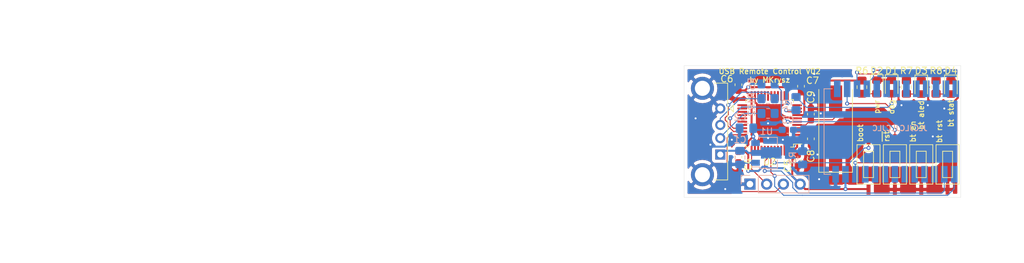
<source format=kicad_pcb>
(kicad_pcb (version 20171130) (host pcbnew "(5.1.10)-1")

  (general
    (thickness 1.6002)
    (drawings 19)
    (tracks 225)
    (zones 0)
    (modules 31)
    (nets 25)
  )

  (page A4)
  (title_block
    (rev 1)
  )

  (layers
    (0 F.Cu signal)
    (31 B.Cu signal)
    (32 B.Adhes user)
    (33 F.Adhes user)
    (34 B.Paste user)
    (35 F.Paste user)
    (36 B.SilkS user)
    (37 F.SilkS user)
    (38 B.Mask user)
    (39 F.Mask user)
    (40 Dwgs.User user)
    (41 Cmts.User user)
    (44 Edge.Cuts user)
    (45 Margin user)
    (46 B.CrtYd user)
    (47 F.CrtYd user)
    (48 B.Fab user)
    (49 F.Fab user hide)
  )

  (setup
    (last_trace_width 0.127)
    (user_trace_width 0.15)
    (user_trace_width 0.2)
    (user_trace_width 0.3)
    (user_trace_width 0.4)
    (user_trace_width 0.6)
    (trace_clearance 0.2)
    (zone_clearance 0.508)
    (zone_45_only no)
    (trace_min 0.127)
    (via_size 0.6)
    (via_drill 0.3)
    (via_min_size 0.6)
    (via_min_drill 0.3)
    (user_via 0.6 0.3)
    (user_via 0.9 0.4)
    (uvia_size 0.6858)
    (uvia_drill 0.3302)
    (uvias_allowed no)
    (uvia_min_size 0)
    (uvia_min_drill 0)
    (edge_width 0.0381)
    (segment_width 0.254)
    (pcb_text_width 0.3048)
    (pcb_text_size 1.524 1.524)
    (mod_edge_width 0.1524)
    (mod_text_size 0.8128 0.8128)
    (mod_text_width 0.1524)
    (pad_size 1.524 1.524)
    (pad_drill 0.762)
    (pad_to_mask_clearance 0)
    (solder_mask_min_width 0.12)
    (aux_axis_origin 0 0)
    (visible_elements 7FFFFFFF)
    (pcbplotparams
      (layerselection 0x010fc_ffffffff)
      (usegerberextensions true)
      (usegerberattributes false)
      (usegerberadvancedattributes false)
      (creategerberjobfile false)
      (excludeedgelayer true)
      (linewidth 0.152400)
      (plotframeref false)
      (viasonmask false)
      (mode 1)
      (useauxorigin false)
      (hpglpennumber 1)
      (hpglpenspeed 20)
      (hpglpendiameter 15.000000)
      (psnegative false)
      (psa4output false)
      (plotreference true)
      (plotvalue false)
      (plotinvisibletext false)
      (padsonsilk false)
      (subtractmaskfromsilk true)
      (outputformat 1)
      (mirror false)
      (drillshape 0)
      (scaleselection 1)
      (outputdirectory "./gerbers"))
  )

  (net 0 "")
  (net 1 GND)
  (net 2 +5V)
  (net 3 +3V3)
  (net 4 "Net-(C8-Pad1)")
  (net 5 "Net-(C9-Pad1)")
  (net 6 /DBG_LED)
  (net 7 "Net-(J1-Pad3)")
  (net 8 "Net-(J1-Pad2)")
  (net 9 /USBDP)
  (net 10 /USBDM)
  (net 11 /boot)
  (net 12 /~rst)
  (net 13 /SWDIO)
  (net 14 /SWCLK)
  (net 15 "Net-(D3-Pad2)")
  (net 16 "Net-(D4-Pad2)")
  (net 17 /BT_ALED)
  (net 18 /BT_STAT)
  (net 19 /BT_EN)
  (net 20 /BT_RST)
  (net 21 /MCU_RX)
  (net 22 /MCU_TX)
  (net 23 "Net-(D1-Pad2)")
  (net 24 "Net-(D2-Pad2)")

  (net_class Default "This is the default net class."
    (clearance 0.2)
    (trace_width 0.127)
    (via_dia 0.6)
    (via_drill 0.3)
    (uvia_dia 0.6858)
    (uvia_drill 0.3302)
    (diff_pair_width 0.1524)
    (diff_pair_gap 0.254)
    (add_net +3V3)
    (add_net +5V)
    (add_net /BT_ALED)
    (add_net /BT_EN)
    (add_net /BT_RST)
    (add_net /BT_STAT)
    (add_net /DBG_LED)
    (add_net /MCU_RX)
    (add_net /MCU_TX)
    (add_net /SWCLK)
    (add_net /SWDIO)
    (add_net /USBDM)
    (add_net /USBDP)
    (add_net /boot)
    (add_net /~rst)
    (add_net GND)
    (add_net "Net-(C8-Pad1)")
    (add_net "Net-(C9-Pad1)")
    (add_net "Net-(D1-Pad2)")
    (add_net "Net-(D2-Pad2)")
    (add_net "Net-(D3-Pad2)")
    (add_net "Net-(D4-Pad2)")
    (add_net "Net-(J1-Pad2)")
    (add_net "Net-(J1-Pad3)")
  )

  (module "Bluetooth_Custom:JDY-33, JDY-32, JDY-31, JDY-30, JDY-09" (layer B.Cu) (tedit 628E48AA) (tstamp 628EB4D3)
    (at 132.5 125 90)
    (path /62912736)
    (fp_text reference U3 (at 0.5 18.25 90) (layer B.SilkS) hide
      (effects (font (size 1 1) (thickness 0.15)) (justify mirror))
    )
    (fp_text value JDY-33 (at 0.5 19.25 90) (layer B.Fab)
      (effects (font (size 1 1) (thickness 0.15)) (justify mirror))
    )
    (fp_line (start -8 -10.5) (end 8 -10.5) (layer B.CrtYd) (width 0.12))
    (fp_line (start 5 10.5) (end 6 11.5) (layer Dwgs.User) (width 0.12))
    (fp_line (start 4 10.5) (end 6 12.5) (layer Dwgs.User) (width 0.12))
    (fp_line (start 3 10.5) (end 5 12.5) (layer Dwgs.User) (width 0.12))
    (fp_line (start 2 10.5) (end 4 12.5) (layer Dwgs.User) (width 0.12))
    (fp_line (start 1 10.5) (end 3 12.5) (layer Dwgs.User) (width 0.12))
    (fp_line (start 0 10.5) (end 2 12.5) (layer Dwgs.User) (width 0.12))
    (fp_line (start -1 10.5) (end 1 12.5) (layer Dwgs.User) (width 0.12))
    (fp_line (start -2 10.5) (end 0 12.5) (layer Dwgs.User) (width 0.12))
    (fp_line (start -3 10.5) (end -1 12.5) (layer Dwgs.User) (width 0.12))
    (fp_line (start -4 10.5) (end -2 12.5) (layer Dwgs.User) (width 0.12))
    (fp_line (start -5 10.5) (end -3 12.5) (layer Dwgs.User) (width 0.12))
    (fp_line (start -6 10.5) (end -4 12.5) (layer Dwgs.User) (width 0.12))
    (fp_line (start -6 11.5) (end -5 12.5) (layer Dwgs.User) (width 0.12))
    (fp_line (start 5 14.5) (end 6 15.5) (layer Dwgs.User) (width 0.12))
    (fp_line (start 4 14.5) (end 5.5 16) (layer Dwgs.User) (width 0.12))
    (fp_line (start 3 14.5) (end 4.5 16) (layer Dwgs.User) (width 0.12))
    (fp_line (start 2 14.5) (end 3.5 16) (layer Dwgs.User) (width 0.12))
    (fp_line (start 1 14.5) (end 2.5 16) (layer Dwgs.User) (width 0.12))
    (fp_line (start 0 14.5) (end 1.5 16) (layer Dwgs.User) (width 0.12))
    (fp_line (start -1 14.5) (end 0.5 16) (layer Dwgs.User) (width 0.12))
    (fp_line (start -2 14.5) (end -0.5 16) (layer Dwgs.User) (width 0.12))
    (fp_line (start -3 14.5) (end -1.5 16) (layer Dwgs.User) (width 0.12))
    (fp_line (start -4 14.5) (end -2.5 16) (layer Dwgs.User) (width 0.12))
    (fp_line (start -5 14.5) (end -3.5 16) (layer Dwgs.User) (width 0.12))
    (fp_line (start -6 14.5) (end -4.5 16) (layer Dwgs.User) (width 0.12))
    (fp_line (start -6 15.5) (end -5.5 16) (layer Dwgs.User) (width 0.12))
    (fp_line (start 6.5 10.5) (end 6.5 16.45) (layer Cmts.User) (width 0.12))
    (fp_line (start -6.5 10.5) (end -6.5 16.45) (layer Cmts.User) (width 0.12))
    (fp_line (start -6.5 16.45) (end 6.5 16.45) (layer Cmts.User) (width 0.12))
    (fp_line (start 6.5 -10.25) (end 6.5 -9) (layer B.SilkS) (width 0.12))
    (fp_line (start -6.5 -10.25) (end 6.5 -10.25) (layer B.SilkS) (width 0.12))
    (fp_line (start -6.5 -10.25) (end -6.5 -9.25) (layer B.SilkS) (width 0.12))
    (fp_line (start -7 17) (end -7 10.5) (layer B.CrtYd) (width 0.12))
    (fp_line (start -7 10.5) (end -8 10.5) (layer B.CrtYd) (width 0.12))
    (fp_line (start -8 10.5) (end -8 -10.5) (layer B.CrtYd) (width 0.12))
    (fp_line (start 7 17) (end 7 10.5) (layer B.CrtYd) (width 0.12))
    (fp_line (start 7 10.5) (end 8 10.5) (layer B.CrtYd) (width 0.12))
    (fp_line (start 8 10.5) (end 8 -10.5) (layer B.CrtYd) (width 0.12))
    (fp_line (start -7 17) (end 7 17) (layer B.CrtYd) (width 0.12))
    (fp_text user "KEEPOUT ZONE" (at 0 13.5 90) (layer Dwgs.User)
      (effects (font (size 1 1) (thickness 0.15)))
    )
    (pad 1 smd rect (at -6.5 9.5 90) (size 2.524 1) (layers B.Cu B.Paste B.Mask)
      (net 21 /MCU_RX))
    (pad 2 smd rect (at -6.5 8 90) (size 2.524 1) (layers B.Cu B.Paste B.Mask)
      (net 22 /MCU_TX))
    (pad 3 smd rect (at -6.5 6.5 90) (size 2.524 1) (layers B.Cu B.Paste B.Mask))
    (pad 5 smd rect (at -6.5 3.5 90) (size 2.524 1) (layers B.Cu B.Paste B.Mask))
    (pad 4 smd rect (at -6.5 5 90) (size 2.524 1) (layers B.Cu B.Paste B.Mask))
    (pad 6 smd rect (at -6.5 2 90) (size 2.524 1) (layers B.Cu B.Paste B.Mask))
    (pad 8 smd rect (at -6.5 -1 90) (size 2.524 1) (layers B.Cu B.Paste B.Mask))
    (pad 11 smd rect (at -6.5 -5.5 90) (size 2.524 1) (layers B.Cu B.Paste B.Mask)
      (net 20 /BT_RST))
    (pad 12 smd rect (at -6.5 -7 90) (size 2.524 1) (layers B.Cu B.Paste B.Mask)
      (net 3 +3V3))
    (pad 7 smd rect (at -6.5 0.5 90) (size 2.524 1) (layers B.Cu B.Paste B.Mask))
    (pad 10 smd rect (at -6.5 -4 90) (size 2.524 1) (layers B.Cu B.Paste B.Mask))
    (pad 9 smd rect (at -6.5 -2.5 90) (size 2.524 1) (layers B.Cu B.Paste B.Mask))
    (pad 13 smd rect (at -6.5 -8.5 90) (size 2.524 1) (layers B.Cu B.Paste B.Mask)
      (net 1 GND))
    (pad 18 smd rect (at 6.5 -2.25 90) (size 2.524 1) (layers B.Cu B.Paste B.Mask))
    (pad 17 smd rect (at 6.5 -3.75 90) (size 2.524 1) (layers B.Cu B.Paste B.Mask)
      (net 18 /BT_STAT))
    (pad 20 smd rect (at 6.5 0.75 90) (size 2.524 1) (layers B.Cu B.Paste B.Mask))
    (pad 15 smd rect (at 6.5 -6.75 90) (size 2.524 1) (layers B.Cu B.Paste B.Mask)
      (net 19 /BT_EN))
    (pad 16 smd rect (at 6.5 -5.25 90) (size 2.524 1) (layers B.Cu B.Paste B.Mask)
      (net 17 /BT_ALED))
    (pad 19 smd rect (at 6.5 -0.75 90) (size 2.524 1) (layers B.Cu B.Paste B.Mask))
    (pad 21 smd rect (at 6.5 2.25 90) (size 2.524 1) (layers B.Cu B.Paste B.Mask))
    (pad 23 smd rect (at 6.5 5.25 90) (size 2.524 1) (layers B.Cu B.Paste B.Mask))
    (pad 22 smd rect (at 6.5 3.75 90) (size 2.524 1) (layers B.Cu B.Paste B.Mask))
    (pad 25 smd rect (at 6.5 8.25 90) (size 2.524 1) (layers B.Cu B.Paste B.Mask))
    (pad 24 smd rect (at 6.5 6.75 90) (size 2.524 1) (layers B.Cu B.Paste B.Mask))
    (pad 26 smd rect (at 6.5 9.75 90) (size 2.524 1) (layers B.Cu B.Paste B.Mask))
    (pad 14 smd rect (at 6.5 -8.25 90) (size 2.524 1) (layers B.Cu B.Paste B.Mask))
  )

  (module Connectors_Custom:USB_A_Male (layer F.Cu) (tedit 628E4888) (tstamp 628EABA7)
    (at 100 125 270)
    (path /6238675E)
    (fp_text reference J1 (at -5.5 -9 270) (layer F.SilkS) hide
      (effects (font (size 1 1) (thickness 0.15)))
    )
    (fp_text value USB_A (at -0.5 -0.5 270) (layer F.Fab)
      (effects (font (size 1 1) (thickness 0.15)))
    )
    (fp_line (start -3.5 -8) (end -3 -8.5) (layer F.SilkS) (width 0.12))
    (fp_line (start -4 -8.5) (end -3.5 -8) (layer F.SilkS) (width 0.12))
    (fp_line (start 7.36 -5.64) (end 7.36 -7.62) (layer F.SilkS) (width 0.12))
    (fp_line (start -7.36 -7.62) (end -7.36 -5.64) (layer F.SilkS) (width 0.12))
    (fp_line (start -7.36 -7.62) (end 7.36 -7.62) (layer F.SilkS) (width 0.12))
    (fp_line (start -3 -8.5) (end -4 -8.5) (layer F.SilkS) (width 0.12))
    (fp_line (start -7.25 6.49) (end 7.25 6.49) (layer F.Fab) (width 0.1))
    (fp_line (start -7.36 6.6) (end 7.36 6.6) (layer Cmts.User) (width 0.12))
    (fp_line (start -7.25 -6.63) (end -7.25 6.49) (layer F.Fab) (width 0.1))
    (fp_line (start -8.82 -8.01) (end -8.82 6.99) (layer F.CrtYd) (width 0.05))
    (fp_line (start -7.36 -1.94) (end -7.36 6.6) (layer Cmts.User) (width 0.12))
    (fp_line (start -6.37 -7.51) (end -7.25 -6.63) (layer F.Fab) (width 0.1))
    (fp_line (start -6.37 -7.51) (end 7.25 -7.51) (layer F.Fab) (width 0.1))
    (fp_line (start 7.25 -7.51) (end 7.25 6.49) (layer F.Fab) (width 0.1))
    (fp_line (start 7.36 -1.94) (end 7.36 6.6) (layer Cmts.User) (width 0.12))
    (fp_line (start 8.82 -8.01) (end 8.82 6.99) (layer F.CrtYd) (width 0.05))
    (fp_line (start -8.82 -8.01) (end 8.82 -8.01) (layer F.CrtYd) (width 0.05))
    (fp_line (start 8.82 6.99) (end -8.82 6.99) (layer F.CrtYd) (width 0.05))
    (fp_line (start 6.5 -1) (end -6.5 -1) (layer Dwgs.User) (width 0.12))
    (pad 5 thru_hole circle (at -6.57 -3.79 270) (size 3.5 3.5) (drill 2.3) (layers *.Cu *.Mask)
      (net 1 GND))
    (pad 3 thru_hole circle (at -1 -6.5 90) (size 1.524 1.524) (drill 0.92) (layers *.Cu *.Mask)
      (net 7 "Net-(J1-Pad3)"))
    (pad 1 thru_hole rect (at 3.5 -6.5 90) (size 1.524 1.524) (drill 0.92) (layers *.Cu *.Mask)
      (net 2 +5V))
    (pad 5 thru_hole circle (at 6.57 -3.79 270) (size 3.5 3.5) (drill 2.3) (layers *.Cu *.Mask)
      (net 1 GND))
    (pad 2 thru_hole circle (at 1 -6.5 90) (size 1.524 1.524) (drill 0.92) (layers *.Cu *.Mask)
      (net 8 "Net-(J1-Pad2)"))
    (pad 4 thru_hole circle (at -3.5 -6.5 90) (size 1.524 1.524) (drill 0.92) (layers *.Cu *.Mask)
      (net 1 GND))
  )

  (module Package_TO_SOT_SMD:SOT-89-3 (layer B.Cu) (tedit 5C33D6E8) (tstamp 628EEDB7)
    (at 113.5 128.25)
    (descr "SOT-89-3, http://ww1.microchip.com/downloads/en/DeviceDoc/3L_SOT-89_MB_C04-029C.pdf")
    (tags SOT-89-3)
    (path /62B127B9)
    (attr smd)
    (fp_text reference U1 (at 0 -3.25) (layer B.SilkS)
      (effects (font (size 1 1) (thickness 0.15)) (justify mirror))
    )
    (fp_text value HT7533 (at 0.3 -3.5) (layer B.Fab)
      (effects (font (size 1 1) (thickness 0.15)) (justify mirror))
    )
    (fp_line (start 1.66 -1.05) (end 1.66 -2.36) (layer B.SilkS) (width 0.12))
    (fp_line (start 1.66 -2.36) (end -1.06 -2.36) (layer B.SilkS) (width 0.12))
    (fp_line (start -2.2 2.13) (end -1.06 2.13) (layer B.SilkS) (width 0.12))
    (fp_line (start 1.66 2.36) (end 1.66 1.05) (layer B.SilkS) (width 0.12))
    (fp_line (start -0.95 1.25) (end 0.05 2.25) (layer B.Fab) (width 0.1))
    (fp_line (start 1.55 2.25) (end 1.55 -2.25) (layer B.Fab) (width 0.1))
    (fp_line (start 1.55 -2.25) (end -0.95 -2.25) (layer B.Fab) (width 0.1))
    (fp_line (start -0.95 -2.25) (end -0.95 1.25) (layer B.Fab) (width 0.1))
    (fp_line (start 0.05 2.25) (end 1.55 2.25) (layer B.Fab) (width 0.1))
    (fp_line (start 2.55 2.5) (end 2.55 -2.5) (layer B.CrtYd) (width 0.05))
    (fp_line (start 2.55 2.5) (end -2.55 2.5) (layer B.CrtYd) (width 0.05))
    (fp_line (start -2.55 -2.5) (end 2.55 -2.5) (layer B.CrtYd) (width 0.05))
    (fp_line (start -2.55 -2.5) (end -2.55 2.5) (layer B.CrtYd) (width 0.05))
    (fp_line (start -1.06 2.36) (end 1.66 2.36) (layer B.SilkS) (width 0.12))
    (fp_line (start -1.06 2.36) (end -1.06 2.13) (layer B.SilkS) (width 0.12))
    (fp_line (start -1.06 -2.36) (end -1.06 -2.13) (layer B.SilkS) (width 0.12))
    (fp_text user %R (at 0.5 0 -90) (layer B.Fab)
      (effects (font (size 1 1) (thickness 0.15)) (justify mirror))
    )
    (pad 2 smd custom (at -1.5625 0) (size 1.475 0.9) (layers B.Cu B.Paste B.Mask)
      (net 2 +5V) (zone_connect 2)
      (options (clearance outline) (anchor rect))
      (primitives
        (gr_poly (pts
           (xy 0.7375 0.8665) (xy 3.8625 0.8665) (xy 3.8625 -0.8665) (xy 0.7375 -0.8665)) (width 0))
      ))
    (pad 3 smd rect (at -1.65 -1.5) (size 1.3 0.9) (layers B.Cu B.Paste B.Mask)
      (net 3 +3V3))
    (pad 1 smd rect (at -1.65 1.5) (size 1.3 0.9) (layers B.Cu B.Paste B.Mask)
      (net 1 GND))
    (model ${KISYS3DMOD}/Package_TO_SOT_SMD.3dshapes/SOT-89-3.wrl
      (at (xyz 0 0 0))
      (scale (xyz 1 1 1))
      (rotate (xyz 0 0 0))
    )
  )

  (module LED_SMD:LED_0805_2012Metric_Pad1.15x1.40mm_HandSolder (layer F.Cu) (tedit 5F68FEF1) (tstamp 628EAB8A)
    (at 141.5 118.275 270)
    (descr "LED SMD 0805 (2012 Metric), square (rectangular) end terminal, IPC_7351 nominal, (Body size source: https://docs.google.com/spreadsheets/d/1BsfQQcO9C6DZCsRaXUlFlo91Tg2WpOkGARC1WS5S8t0/edit?usp=sharing), generated with kicad-footprint-generator")
    (tags "LED handsolder")
    (path /62A3EA59)
    (attr smd)
    (fp_text reference D4 (at -2.525 0 180) (layer F.SilkS)
      (effects (font (size 1 1) (thickness 0.15)))
    )
    (fp_text value Blue (at 0 1.65 90) (layer F.Fab)
      (effects (font (size 1 1) (thickness 0.15)))
    )
    (fp_line (start 1 -0.6) (end -0.7 -0.6) (layer F.Fab) (width 0.1))
    (fp_line (start -0.7 -0.6) (end -1 -0.3) (layer F.Fab) (width 0.1))
    (fp_line (start -1 -0.3) (end -1 0.6) (layer F.Fab) (width 0.1))
    (fp_line (start -1 0.6) (end 1 0.6) (layer F.Fab) (width 0.1))
    (fp_line (start 1 0.6) (end 1 -0.6) (layer F.Fab) (width 0.1))
    (fp_line (start 1 -0.96) (end -1.86 -0.96) (layer F.SilkS) (width 0.12))
    (fp_line (start -1.86 -0.96) (end -1.86 0.96) (layer F.SilkS) (width 0.12))
    (fp_line (start -1.86 0.96) (end 1 0.96) (layer F.SilkS) (width 0.12))
    (fp_line (start -1.85 0.95) (end -1.85 -0.95) (layer F.CrtYd) (width 0.05))
    (fp_line (start -1.85 -0.95) (end 1.85 -0.95) (layer F.CrtYd) (width 0.05))
    (fp_line (start 1.85 -0.95) (end 1.85 0.95) (layer F.CrtYd) (width 0.05))
    (fp_line (start 1.85 0.95) (end -1.85 0.95) (layer F.CrtYd) (width 0.05))
    (fp_text user %R (at 0 0 90) (layer F.Fab)
      (effects (font (size 0.5 0.5) (thickness 0.08)))
    )
    (pad 2 smd roundrect (at 1.025 0 270) (size 1.15 1.4) (layers F.Cu F.Paste F.Mask) (roundrect_rratio 0.217391)
      (net 16 "Net-(D4-Pad2)"))
    (pad 1 smd roundrect (at -1.025 0 270) (size 1.15 1.4) (layers F.Cu F.Paste F.Mask) (roundrect_rratio 0.217391)
      (net 1 GND))
    (model ${KISYS3DMOD}/LED_SMD.3dshapes/LED_0805_2012Metric.wrl
      (at (xyz 0 0 0))
      (scale (xyz 1 1 1))
      (rotate (xyz 0 0 0))
    )
  )

  (module LED_SMD:LED_0805_2012Metric_Pad1.15x1.40mm_HandSolder (layer F.Cu) (tedit 5F68FEF1) (tstamp 628EAB77)
    (at 137 118.275 270)
    (descr "LED SMD 0805 (2012 Metric), square (rectangular) end terminal, IPC_7351 nominal, (Body size source: https://docs.google.com/spreadsheets/d/1BsfQQcO9C6DZCsRaXUlFlo91Tg2WpOkGARC1WS5S8t0/edit?usp=sharing), generated with kicad-footprint-generator")
    (tags "LED handsolder")
    (path /62A0B2B8)
    (attr smd)
    (fp_text reference D3 (at -2.524999 0 180) (layer F.SilkS)
      (effects (font (size 1 1) (thickness 0.15)))
    )
    (fp_text value Green (at 0 1.65 90) (layer F.Fab)
      (effects (font (size 1 1) (thickness 0.15)))
    )
    (fp_line (start 1 -0.6) (end -0.7 -0.6) (layer F.Fab) (width 0.1))
    (fp_line (start -0.7 -0.6) (end -1 -0.3) (layer F.Fab) (width 0.1))
    (fp_line (start -1 -0.3) (end -1 0.6) (layer F.Fab) (width 0.1))
    (fp_line (start -1 0.6) (end 1 0.6) (layer F.Fab) (width 0.1))
    (fp_line (start 1 0.6) (end 1 -0.6) (layer F.Fab) (width 0.1))
    (fp_line (start 1 -0.96) (end -1.86 -0.96) (layer F.SilkS) (width 0.12))
    (fp_line (start -1.86 -0.96) (end -1.86 0.96) (layer F.SilkS) (width 0.12))
    (fp_line (start -1.86 0.96) (end 1 0.96) (layer F.SilkS) (width 0.12))
    (fp_line (start -1.85 0.95) (end -1.85 -0.95) (layer F.CrtYd) (width 0.05))
    (fp_line (start -1.85 -0.95) (end 1.85 -0.95) (layer F.CrtYd) (width 0.05))
    (fp_line (start 1.85 -0.95) (end 1.85 0.95) (layer F.CrtYd) (width 0.05))
    (fp_line (start 1.85 0.95) (end -1.85 0.95) (layer F.CrtYd) (width 0.05))
    (fp_text user %R (at 0 0 90) (layer F.Fab)
      (effects (font (size 0.5 0.5) (thickness 0.08)))
    )
    (pad 2 smd roundrect (at 1.025 0 270) (size 1.15 1.4) (layers F.Cu F.Paste F.Mask) (roundrect_rratio 0.217391)
      (net 15 "Net-(D3-Pad2)"))
    (pad 1 smd roundrect (at -1.025 0 270) (size 1.15 1.4) (layers F.Cu F.Paste F.Mask) (roundrect_rratio 0.217391)
      (net 1 GND))
    (model ${KISYS3DMOD}/LED_SMD.3dshapes/LED_0805_2012Metric.wrl
      (at (xyz 0 0 0))
      (scale (xyz 1 1 1))
      (rotate (xyz 0 0 0))
    )
  )

  (module LED_SMD:LED_0805_2012Metric_Pad1.15x1.40mm_HandSolder (layer F.Cu) (tedit 5F68FEF1) (tstamp 628EAB64)
    (at 130.25 118.225 270)
    (descr "LED SMD 0805 (2012 Metric), square (rectangular) end terminal, IPC_7351 nominal, (Body size source: https://docs.google.com/spreadsheets/d/1BsfQQcO9C6DZCsRaXUlFlo91Tg2WpOkGARC1WS5S8t0/edit?usp=sharing), generated with kicad-footprint-generator")
    (tags "LED handsolder")
    (path /625F9984)
    (attr smd)
    (fp_text reference D2 (at -2.475001 0 180) (layer F.SilkS)
      (effects (font (size 1 1) (thickness 0.15)))
    )
    (fp_text value Red (at 0 1.65 90) (layer F.Fab)
      (effects (font (size 1 1) (thickness 0.15)))
    )
    (fp_line (start 1 -0.6) (end -0.7 -0.6) (layer F.Fab) (width 0.1))
    (fp_line (start -0.7 -0.6) (end -1 -0.3) (layer F.Fab) (width 0.1))
    (fp_line (start -1 -0.3) (end -1 0.6) (layer F.Fab) (width 0.1))
    (fp_line (start -1 0.6) (end 1 0.6) (layer F.Fab) (width 0.1))
    (fp_line (start 1 0.6) (end 1 -0.6) (layer F.Fab) (width 0.1))
    (fp_line (start 1 -0.96) (end -1.86 -0.96) (layer F.SilkS) (width 0.12))
    (fp_line (start -1.86 -0.96) (end -1.86 0.96) (layer F.SilkS) (width 0.12))
    (fp_line (start -1.86 0.96) (end 1 0.96) (layer F.SilkS) (width 0.12))
    (fp_line (start -1.85 0.95) (end -1.85 -0.95) (layer F.CrtYd) (width 0.05))
    (fp_line (start -1.85 -0.95) (end 1.85 -0.95) (layer F.CrtYd) (width 0.05))
    (fp_line (start 1.85 -0.95) (end 1.85 0.95) (layer F.CrtYd) (width 0.05))
    (fp_line (start 1.85 0.95) (end -1.85 0.95) (layer F.CrtYd) (width 0.05))
    (fp_text user %R (at 0 0 90) (layer F.Fab)
      (effects (font (size 0.5 0.5) (thickness 0.08)))
    )
    (pad 2 smd roundrect (at 1.025 0 270) (size 1.15 1.4) (layers F.Cu F.Paste F.Mask) (roundrect_rratio 0.217391)
      (net 24 "Net-(D2-Pad2)"))
    (pad 1 smd roundrect (at -1.025 0 270) (size 1.15 1.4) (layers F.Cu F.Paste F.Mask) (roundrect_rratio 0.217391)
      (net 1 GND))
    (model ${KISYS3DMOD}/LED_SMD.3dshapes/LED_0805_2012Metric.wrl
      (at (xyz 0 0 0))
      (scale (xyz 1 1 1))
      (rotate (xyz 0 0 0))
    )
  )

  (module LED_SMD:LED_0805_2012Metric_Pad1.15x1.40mm_HandSolder (layer F.Cu) (tedit 5F68FEF1) (tstamp 628EAB51)
    (at 132.5 118.225 270)
    (descr "LED SMD 0805 (2012 Metric), square (rectangular) end terminal, IPC_7351 nominal, (Body size source: https://docs.google.com/spreadsheets/d/1BsfQQcO9C6DZCsRaXUlFlo91Tg2WpOkGARC1WS5S8t0/edit?usp=sharing), generated with kicad-footprint-generator")
    (tags "LED handsolder")
    (path /623CB48F)
    (attr smd)
    (fp_text reference D1 (at -2.475001 0 180) (layer F.SilkS)
      (effects (font (size 1 1) (thickness 0.15)))
    )
    (fp_text value Green (at 0 1.65 90) (layer F.Fab)
      (effects (font (size 1 1) (thickness 0.15)))
    )
    (fp_line (start 1 -0.6) (end -0.7 -0.6) (layer F.Fab) (width 0.1))
    (fp_line (start -0.7 -0.6) (end -1 -0.3) (layer F.Fab) (width 0.1))
    (fp_line (start -1 -0.3) (end -1 0.6) (layer F.Fab) (width 0.1))
    (fp_line (start -1 0.6) (end 1 0.6) (layer F.Fab) (width 0.1))
    (fp_line (start 1 0.6) (end 1 -0.6) (layer F.Fab) (width 0.1))
    (fp_line (start 1 -0.96) (end -1.86 -0.96) (layer F.SilkS) (width 0.12))
    (fp_line (start -1.86 -0.96) (end -1.86 0.96) (layer F.SilkS) (width 0.12))
    (fp_line (start -1.86 0.96) (end 1 0.96) (layer F.SilkS) (width 0.12))
    (fp_line (start -1.85 0.95) (end -1.85 -0.95) (layer F.CrtYd) (width 0.05))
    (fp_line (start -1.85 -0.95) (end 1.85 -0.95) (layer F.CrtYd) (width 0.05))
    (fp_line (start 1.85 -0.95) (end 1.85 0.95) (layer F.CrtYd) (width 0.05))
    (fp_line (start 1.85 0.95) (end -1.85 0.95) (layer F.CrtYd) (width 0.05))
    (fp_text user %R (at 0 0 90) (layer F.Fab)
      (effects (font (size 0.5 0.5) (thickness 0.08)))
    )
    (pad 2 smd roundrect (at 1.025 0 270) (size 1.15 1.4) (layers F.Cu F.Paste F.Mask) (roundrect_rratio 0.217391)
      (net 23 "Net-(D1-Pad2)"))
    (pad 1 smd roundrect (at -1.025 0 270) (size 1.15 1.4) (layers F.Cu F.Paste F.Mask) (roundrect_rratio 0.217391)
      (net 1 GND))
    (model ${KISYS3DMOD}/LED_SMD.3dshapes/LED_0805_2012Metric.wrl
      (at (xyz 0 0 0))
      (scale (xyz 1 1 1))
      (rotate (xyz 0 0 0))
    )
  )

  (module Capacitor_SMD:C_0603_1608Metric_Pad1.08x0.95mm_HandSolder (layer F.Cu) (tedit 5F68FEEF) (tstamp 628EAB0B)
    (at 118.75 118.112501 90)
    (descr "Capacitor SMD 0603 (1608 Metric), square (rectangular) end terminal, IPC_7351 nominal with elongated pad for handsoldering. (Body size source: IPC-SM-782 page 76, https://www.pcb-3d.com/wordpress/wp-content/uploads/ipc-sm-782a_amendment_1_and_2.pdf), generated with kicad-footprint-generator")
    (tags "capacitor handsolder")
    (path /623F0525)
    (attr smd)
    (fp_text reference C7 (at 0.862501 1.75 180) (layer F.SilkS)
      (effects (font (size 1 1) (thickness 0.15)))
    )
    (fp_text value 100nF (at 0 1.43 90) (layer F.Fab)
      (effects (font (size 1 1) (thickness 0.15)))
    )
    (fp_line (start -0.8 0.4) (end -0.8 -0.4) (layer F.Fab) (width 0.1))
    (fp_line (start -0.8 -0.4) (end 0.8 -0.4) (layer F.Fab) (width 0.1))
    (fp_line (start 0.8 -0.4) (end 0.8 0.4) (layer F.Fab) (width 0.1))
    (fp_line (start 0.8 0.4) (end -0.8 0.4) (layer F.Fab) (width 0.1))
    (fp_line (start -0.146267 -0.51) (end 0.146267 -0.51) (layer F.SilkS) (width 0.12))
    (fp_line (start -0.146267 0.51) (end 0.146267 0.51) (layer F.SilkS) (width 0.12))
    (fp_line (start -1.65 0.73) (end -1.65 -0.73) (layer F.CrtYd) (width 0.05))
    (fp_line (start -1.65 -0.73) (end 1.65 -0.73) (layer F.CrtYd) (width 0.05))
    (fp_line (start 1.65 -0.73) (end 1.65 0.73) (layer F.CrtYd) (width 0.05))
    (fp_line (start 1.65 0.73) (end -1.65 0.73) (layer F.CrtYd) (width 0.05))
    (fp_text user %R (at 0 0 90) (layer F.Fab)
      (effects (font (size 0.4 0.4) (thickness 0.06)))
    )
    (pad 2 smd roundrect (at 0.8625 0 90) (size 1.075 0.95) (layers F.Cu F.Paste F.Mask) (roundrect_rratio 0.25)
      (net 1 GND))
    (pad 1 smd roundrect (at -0.8625 0 90) (size 1.075 0.95) (layers F.Cu F.Paste F.Mask) (roundrect_rratio 0.25)
      (net 3 +3V3))
    (model ${KISYS3DMOD}/Capacitor_SMD.3dshapes/C_0603_1608Metric.wrl
      (at (xyz 0 0 0))
      (scale (xyz 1 1 1))
      (rotate (xyz 0 0 0))
    )
  )

  (module Capacitor_SMD:C_0603_1608Metric_Pad1.08x0.95mm_HandSolder (layer F.Cu) (tedit 5F68FEEF) (tstamp 628EAAFA)
    (at 109.25 117.887499 90)
    (descr "Capacitor SMD 0603 (1608 Metric), square (rectangular) end terminal, IPC_7351 nominal with elongated pad for handsoldering. (Body size source: IPC-SM-782 page 76, https://www.pcb-3d.com/wordpress/wp-content/uploads/ipc-sm-782a_amendment_1_and_2.pdf), generated with kicad-footprint-generator")
    (tags "capacitor handsolder")
    (path /623EBD4F)
    (attr smd)
    (fp_text reference C6 (at 0.887499 -1.75 180) (layer F.SilkS)
      (effects (font (size 1 1) (thickness 0.15)))
    )
    (fp_text value 100nF (at 0 1.43 90) (layer F.Fab)
      (effects (font (size 1 1) (thickness 0.15)))
    )
    (fp_line (start -0.8 0.4) (end -0.8 -0.4) (layer F.Fab) (width 0.1))
    (fp_line (start -0.8 -0.4) (end 0.8 -0.4) (layer F.Fab) (width 0.1))
    (fp_line (start 0.8 -0.4) (end 0.8 0.4) (layer F.Fab) (width 0.1))
    (fp_line (start 0.8 0.4) (end -0.8 0.4) (layer F.Fab) (width 0.1))
    (fp_line (start -0.146267 -0.51) (end 0.146267 -0.51) (layer F.SilkS) (width 0.12))
    (fp_line (start -0.146267 0.51) (end 0.146267 0.51) (layer F.SilkS) (width 0.12))
    (fp_line (start -1.65 0.73) (end -1.65 -0.73) (layer F.CrtYd) (width 0.05))
    (fp_line (start -1.65 -0.73) (end 1.65 -0.73) (layer F.CrtYd) (width 0.05))
    (fp_line (start 1.65 -0.73) (end 1.65 0.73) (layer F.CrtYd) (width 0.05))
    (fp_line (start 1.65 0.73) (end -1.65 0.73) (layer F.CrtYd) (width 0.05))
    (fp_text user %R (at 0 0 90) (layer F.Fab)
      (effects (font (size 0.4 0.4) (thickness 0.06)))
    )
    (pad 2 smd roundrect (at 0.8625 0 90) (size 1.075 0.95) (layers F.Cu F.Paste F.Mask) (roundrect_rratio 0.25)
      (net 1 GND))
    (pad 1 smd roundrect (at -0.8625 0 90) (size 1.075 0.95) (layers F.Cu F.Paste F.Mask) (roundrect_rratio 0.25)
      (net 3 +3V3))
    (model ${KISYS3DMOD}/Capacitor_SMD.3dshapes/C_0603_1608Metric.wrl
      (at (xyz 0 0 0))
      (scale (xyz 1 1 1))
      (rotate (xyz 0 0 0))
    )
  )

  (module Capacitor_SMD:C_0603_1608Metric_Pad1.08x0.95mm_HandSolder (layer F.Cu) (tedit 5F68FEEF) (tstamp 628EAAE9)
    (at 118.25 129.362501 270)
    (descr "Capacitor SMD 0603 (1608 Metric), square (rectangular) end terminal, IPC_7351 nominal with elongated pad for handsoldering. (Body size source: IPC-SM-782 page 76, https://www.pcb-3d.com/wordpress/wp-content/uploads/ipc-sm-782a_amendment_1_and_2.pdf), generated with kicad-footprint-generator")
    (tags "capacitor handsolder")
    (path /623E9A33)
    (attr smd)
    (fp_text reference C5 (at 0.887499 1.5 90) (layer F.SilkS)
      (effects (font (size 1 1) (thickness 0.15)))
    )
    (fp_text value 100nF (at 0 1.43 90) (layer F.Fab)
      (effects (font (size 1 1) (thickness 0.15)))
    )
    (fp_line (start -0.8 0.4) (end -0.8 -0.4) (layer F.Fab) (width 0.1))
    (fp_line (start -0.8 -0.4) (end 0.8 -0.4) (layer F.Fab) (width 0.1))
    (fp_line (start 0.8 -0.4) (end 0.8 0.4) (layer F.Fab) (width 0.1))
    (fp_line (start 0.8 0.4) (end -0.8 0.4) (layer F.Fab) (width 0.1))
    (fp_line (start -0.146267 -0.51) (end 0.146267 -0.51) (layer F.SilkS) (width 0.12))
    (fp_line (start -0.146267 0.51) (end 0.146267 0.51) (layer F.SilkS) (width 0.12))
    (fp_line (start -1.65 0.73) (end -1.65 -0.73) (layer F.CrtYd) (width 0.05))
    (fp_line (start -1.65 -0.73) (end 1.65 -0.73) (layer F.CrtYd) (width 0.05))
    (fp_line (start 1.65 -0.73) (end 1.65 0.73) (layer F.CrtYd) (width 0.05))
    (fp_line (start 1.65 0.73) (end -1.65 0.73) (layer F.CrtYd) (width 0.05))
    (fp_text user %R (at 0 0 90) (layer F.Fab)
      (effects (font (size 0.4 0.4) (thickness 0.06)))
    )
    (pad 2 smd roundrect (at 0.8625 0 270) (size 1.075 0.95) (layers F.Cu F.Paste F.Mask) (roundrect_rratio 0.25)
      (net 1 GND))
    (pad 1 smd roundrect (at -0.8625 0 270) (size 1.075 0.95) (layers F.Cu F.Paste F.Mask) (roundrect_rratio 0.25)
      (net 3 +3V3))
    (model ${KISYS3DMOD}/Capacitor_SMD.3dshapes/C_0603_1608Metric.wrl
      (at (xyz 0 0 0))
      (scale (xyz 1 1 1))
      (rotate (xyz 0 0 0))
    )
  )

  (module Capacitor_SMD:C_0603_1608Metric_Pad1.08x0.95mm_HandSolder (layer F.Cu) (tedit 5F68FEEF) (tstamp 628EAAD8)
    (at 109.25 128.887499 270)
    (descr "Capacitor SMD 0603 (1608 Metric), square (rectangular) end terminal, IPC_7351 nominal with elongated pad for handsoldering. (Body size source: IPC-SM-782 page 76, https://www.pcb-3d.com/wordpress/wp-content/uploads/ipc-sm-782a_amendment_1_and_2.pdf), generated with kicad-footprint-generator")
    (tags "capacitor handsolder")
    (path /623E77BF)
    (attr smd)
    (fp_text reference C4 (at 1.112501 -1.5 90) (layer F.SilkS)
      (effects (font (size 1 1) (thickness 0.15)))
    )
    (fp_text value 100nF (at 0 1.43 90) (layer F.Fab)
      (effects (font (size 1 1) (thickness 0.15)))
    )
    (fp_line (start -0.8 0.4) (end -0.8 -0.4) (layer F.Fab) (width 0.1))
    (fp_line (start -0.8 -0.4) (end 0.8 -0.4) (layer F.Fab) (width 0.1))
    (fp_line (start 0.8 -0.4) (end 0.8 0.4) (layer F.Fab) (width 0.1))
    (fp_line (start 0.8 0.4) (end -0.8 0.4) (layer F.Fab) (width 0.1))
    (fp_line (start -0.146267 -0.51) (end 0.146267 -0.51) (layer F.SilkS) (width 0.12))
    (fp_line (start -0.146267 0.51) (end 0.146267 0.51) (layer F.SilkS) (width 0.12))
    (fp_line (start -1.65 0.73) (end -1.65 -0.73) (layer F.CrtYd) (width 0.05))
    (fp_line (start -1.65 -0.73) (end 1.65 -0.73) (layer F.CrtYd) (width 0.05))
    (fp_line (start 1.65 -0.73) (end 1.65 0.73) (layer F.CrtYd) (width 0.05))
    (fp_line (start 1.65 0.73) (end -1.65 0.73) (layer F.CrtYd) (width 0.05))
    (fp_text user %R (at 0 0 90) (layer F.Fab)
      (effects (font (size 0.4 0.4) (thickness 0.06)))
    )
    (pad 2 smd roundrect (at 0.8625 0 270) (size 1.075 0.95) (layers F.Cu F.Paste F.Mask) (roundrect_rratio 0.25)
      (net 1 GND))
    (pad 1 smd roundrect (at -0.8625 0 270) (size 1.075 0.95) (layers F.Cu F.Paste F.Mask) (roundrect_rratio 0.25)
      (net 3 +3V3))
    (model ${KISYS3DMOD}/Capacitor_SMD.3dshapes/C_0603_1608Metric.wrl
      (at (xyz 0 0 0))
      (scale (xyz 1 1 1))
      (rotate (xyz 0 0 0))
    )
  )

  (module Capacitor_SMD:C_0603_1608Metric_Pad1.08x0.95mm_HandSolder (layer B.Cu) (tedit 5F68FEEF) (tstamp 628EAAC7)
    (at 116.75 124.75)
    (descr "Capacitor SMD 0603 (1608 Metric), square (rectangular) end terminal, IPC_7351 nominal with elongated pad for handsoldering. (Body size source: IPC-SM-782 page 76, https://www.pcb-3d.com/wordpress/wp-content/uploads/ipc-sm-782a_amendment_1_and_2.pdf), generated with kicad-footprint-generator")
    (tags "capacitor handsolder")
    (path /6238D52B)
    (attr smd)
    (fp_text reference C3 (at 0 -1.5 180) (layer B.SilkS)
      (effects (font (size 1 1) (thickness 0.15)) (justify mirror))
    )
    (fp_text value 100nF (at 0 -1.43 180) (layer B.Fab)
      (effects (font (size 1 1) (thickness 0.15)) (justify mirror))
    )
    (fp_line (start -0.8 -0.4) (end -0.8 0.4) (layer B.Fab) (width 0.1))
    (fp_line (start -0.8 0.4) (end 0.8 0.4) (layer B.Fab) (width 0.1))
    (fp_line (start 0.8 0.4) (end 0.8 -0.4) (layer B.Fab) (width 0.1))
    (fp_line (start 0.8 -0.4) (end -0.8 -0.4) (layer B.Fab) (width 0.1))
    (fp_line (start -0.146267 0.51) (end 0.146267 0.51) (layer B.SilkS) (width 0.12))
    (fp_line (start -0.146267 -0.51) (end 0.146267 -0.51) (layer B.SilkS) (width 0.12))
    (fp_line (start -1.65 -0.73) (end -1.65 0.73) (layer B.CrtYd) (width 0.05))
    (fp_line (start -1.65 0.73) (end 1.65 0.73) (layer B.CrtYd) (width 0.05))
    (fp_line (start 1.65 0.73) (end 1.65 -0.73) (layer B.CrtYd) (width 0.05))
    (fp_line (start 1.65 -0.73) (end -1.65 -0.73) (layer B.CrtYd) (width 0.05))
    (fp_text user %R (at 0 0 180) (layer B.Fab)
      (effects (font (size 0.4 0.4) (thickness 0.06)) (justify mirror))
    )
    (pad 2 smd roundrect (at 0.8625 0) (size 1.075 0.95) (layers B.Cu B.Paste B.Mask) (roundrect_rratio 0.25)
      (net 1 GND))
    (pad 1 smd roundrect (at -0.8625 0) (size 1.075 0.95) (layers B.Cu B.Paste B.Mask) (roundrect_rratio 0.25)
      (net 3 +3V3))
    (model ${KISYS3DMOD}/Capacitor_SMD.3dshapes/C_0603_1608Metric.wrl
      (at (xyz 0 0 0))
      (scale (xyz 1 1 1))
      (rotate (xyz 0 0 0))
    )
  )

  (module Crystal:Crystal_SMD_HC49-SD (layer F.Cu) (tedit 5A1AD52C) (tstamp 628EADE5)
    (at 124 124.5 90)
    (descr "SMD Crystal HC-49-SD http://cdn-reichelt.de/documents/datenblatt/B400/xxx-HC49-SMD.pdf, 11.4x4.7mm^2 package")
    (tags "SMD SMT crystal")
    (path /623B3E05)
    (attr smd)
    (fp_text reference Y1 (at 0 -3.55 90) (layer F.SilkS) hide
      (effects (font (size 1 1) (thickness 0.15)))
    )
    (fp_text value 8MHz (at 0 3.55 90) (layer F.Fab)
      (effects (font (size 1 1) (thickness 0.15)))
    )
    (fp_line (start -5.7 -2.35) (end -5.7 2.35) (layer F.Fab) (width 0.1))
    (fp_line (start -5.7 2.35) (end 5.7 2.35) (layer F.Fab) (width 0.1))
    (fp_line (start 5.7 2.35) (end 5.7 -2.35) (layer F.Fab) (width 0.1))
    (fp_line (start 5.7 -2.35) (end -5.7 -2.35) (layer F.Fab) (width 0.1))
    (fp_line (start -3.015 -2.115) (end 3.015 -2.115) (layer F.Fab) (width 0.1))
    (fp_line (start -3.015 2.115) (end 3.015 2.115) (layer F.Fab) (width 0.1))
    (fp_line (start 5.9 -2.55) (end -6.7 -2.55) (layer F.SilkS) (width 0.12))
    (fp_line (start -6.7 -2.55) (end -6.7 2.55) (layer F.SilkS) (width 0.12))
    (fp_line (start -6.7 2.55) (end 5.9 2.55) (layer F.SilkS) (width 0.12))
    (fp_line (start -6.8 -2.6) (end -6.8 2.6) (layer F.CrtYd) (width 0.05))
    (fp_line (start -6.8 2.6) (end 6.8 2.6) (layer F.CrtYd) (width 0.05))
    (fp_line (start 6.8 2.6) (end 6.8 -2.6) (layer F.CrtYd) (width 0.05))
    (fp_line (start 6.8 -2.6) (end -6.8 -2.6) (layer F.CrtYd) (width 0.05))
    (fp_arc (start 3.015 0) (end 3.015 -2.115) (angle 180) (layer F.Fab) (width 0.1))
    (fp_arc (start -3.015 0) (end -3.015 -2.115) (angle -180) (layer F.Fab) (width 0.1))
    (fp_text user %R (at 0 0 90) (layer F.Fab)
      (effects (font (size 1 1) (thickness 0.15)))
    )
    (pad 2 smd rect (at 4.25 0 90) (size 4.5 2) (layers F.Cu F.Paste F.Mask)
      (net 5 "Net-(C9-Pad1)"))
    (pad 1 smd rect (at -4.25 0 90) (size 4.5 2) (layers F.Cu F.Paste F.Mask)
      (net 4 "Net-(C8-Pad1)"))
    (model ${KISYS3DMOD}/Crystal.3dshapes/Crystal_SMD_HC49-SD.wrl
      (at (xyz 0 0 0))
      (scale (xyz 1 1 1))
      (rotate (xyz 0 0 0))
    )
  )

  (module Package_QFP:LQFP-48_7x7mm_P0.5mm (layer F.Cu) (tedit 5D9F72AF) (tstamp 628EAD88)
    (at 114 123.75 180)
    (descr "LQFP, 48 Pin (https://www.analog.com/media/en/technical-documentation/data-sheets/ltc2358-16.pdf), generated with kicad-footprint-generator ipc_gullwing_generator.py")
    (tags "LQFP QFP")
    (path /623782AC)
    (attr smd)
    (fp_text reference U2 (at 0 -5.85) (layer F.SilkS)
      (effects (font (size 1 1) (thickness 0.15)))
    )
    (fp_text value STM32F103C6Tx (at 0 5.85) (layer F.Fab)
      (effects (font (size 1 1) (thickness 0.15)))
    )
    (fp_line (start 3.16 3.61) (end 3.61 3.61) (layer F.SilkS) (width 0.12))
    (fp_line (start 3.61 3.61) (end 3.61 3.16) (layer F.SilkS) (width 0.12))
    (fp_line (start -3.16 3.61) (end -3.61 3.61) (layer F.SilkS) (width 0.12))
    (fp_line (start -3.61 3.61) (end -3.61 3.16) (layer F.SilkS) (width 0.12))
    (fp_line (start 3.16 -3.61) (end 3.61 -3.61) (layer F.SilkS) (width 0.12))
    (fp_line (start 3.61 -3.61) (end 3.61 -3.16) (layer F.SilkS) (width 0.12))
    (fp_line (start -3.16 -3.61) (end -3.61 -3.61) (layer F.SilkS) (width 0.12))
    (fp_line (start -3.61 -3.61) (end -3.61 -3.16) (layer F.SilkS) (width 0.12))
    (fp_line (start -3.61 -3.16) (end -4.9 -3.16) (layer F.SilkS) (width 0.12))
    (fp_line (start -2.5 -3.5) (end 3.5 -3.5) (layer F.Fab) (width 0.1))
    (fp_line (start 3.5 -3.5) (end 3.5 3.5) (layer F.Fab) (width 0.1))
    (fp_line (start 3.5 3.5) (end -3.5 3.5) (layer F.Fab) (width 0.1))
    (fp_line (start -3.5 3.5) (end -3.5 -2.5) (layer F.Fab) (width 0.1))
    (fp_line (start -3.5 -2.5) (end -2.5 -3.5) (layer F.Fab) (width 0.1))
    (fp_line (start 0 -5.15) (end -3.15 -5.15) (layer F.CrtYd) (width 0.05))
    (fp_line (start -3.15 -5.15) (end -3.15 -3.75) (layer F.CrtYd) (width 0.05))
    (fp_line (start -3.15 -3.75) (end -3.75 -3.75) (layer F.CrtYd) (width 0.05))
    (fp_line (start -3.75 -3.75) (end -3.75 -3.15) (layer F.CrtYd) (width 0.05))
    (fp_line (start -3.75 -3.15) (end -5.15 -3.15) (layer F.CrtYd) (width 0.05))
    (fp_line (start -5.15 -3.15) (end -5.15 0) (layer F.CrtYd) (width 0.05))
    (fp_line (start 0 -5.15) (end 3.15 -5.15) (layer F.CrtYd) (width 0.05))
    (fp_line (start 3.15 -5.15) (end 3.15 -3.75) (layer F.CrtYd) (width 0.05))
    (fp_line (start 3.15 -3.75) (end 3.75 -3.75) (layer F.CrtYd) (width 0.05))
    (fp_line (start 3.75 -3.75) (end 3.75 -3.15) (layer F.CrtYd) (width 0.05))
    (fp_line (start 3.75 -3.15) (end 5.15 -3.15) (layer F.CrtYd) (width 0.05))
    (fp_line (start 5.15 -3.15) (end 5.15 0) (layer F.CrtYd) (width 0.05))
    (fp_line (start 0 5.15) (end -3.15 5.15) (layer F.CrtYd) (width 0.05))
    (fp_line (start -3.15 5.15) (end -3.15 3.75) (layer F.CrtYd) (width 0.05))
    (fp_line (start -3.15 3.75) (end -3.75 3.75) (layer F.CrtYd) (width 0.05))
    (fp_line (start -3.75 3.75) (end -3.75 3.15) (layer F.CrtYd) (width 0.05))
    (fp_line (start -3.75 3.15) (end -5.15 3.15) (layer F.CrtYd) (width 0.05))
    (fp_line (start -5.15 3.15) (end -5.15 0) (layer F.CrtYd) (width 0.05))
    (fp_line (start 0 5.15) (end 3.15 5.15) (layer F.CrtYd) (width 0.05))
    (fp_line (start 3.15 5.15) (end 3.15 3.75) (layer F.CrtYd) (width 0.05))
    (fp_line (start 3.15 3.75) (end 3.75 3.75) (layer F.CrtYd) (width 0.05))
    (fp_line (start 3.75 3.75) (end 3.75 3.15) (layer F.CrtYd) (width 0.05))
    (fp_line (start 3.75 3.15) (end 5.15 3.15) (layer F.CrtYd) (width 0.05))
    (fp_line (start 5.15 3.15) (end 5.15 0) (layer F.CrtYd) (width 0.05))
    (fp_text user %R (at 0 0) (layer F.Fab)
      (effects (font (size 1 1) (thickness 0.15)))
    )
    (pad 48 smd roundrect (at -2.75 -4.1625 180) (size 0.3 1.475) (layers F.Cu F.Paste F.Mask) (roundrect_rratio 0.25)
      (net 3 +3V3))
    (pad 47 smd roundrect (at -2.25 -4.1625 180) (size 0.3 1.475) (layers F.Cu F.Paste F.Mask) (roundrect_rratio 0.25)
      (net 1 GND))
    (pad 46 smd roundrect (at -1.75 -4.1625 180) (size 0.3 1.475) (layers F.Cu F.Paste F.Mask) (roundrect_rratio 0.25))
    (pad 45 smd roundrect (at -1.25 -4.1625 180) (size 0.3 1.475) (layers F.Cu F.Paste F.Mask) (roundrect_rratio 0.25))
    (pad 44 smd roundrect (at -0.75 -4.1625 180) (size 0.3 1.475) (layers F.Cu F.Paste F.Mask) (roundrect_rratio 0.25)
      (net 11 /boot))
    (pad 43 smd roundrect (at -0.25 -4.1625 180) (size 0.3 1.475) (layers F.Cu F.Paste F.Mask) (roundrect_rratio 0.25)
      (net 21 /MCU_RX))
    (pad 42 smd roundrect (at 0.25 -4.1625 180) (size 0.3 1.475) (layers F.Cu F.Paste F.Mask) (roundrect_rratio 0.25)
      (net 22 /MCU_TX))
    (pad 41 smd roundrect (at 0.75 -4.1625 180) (size 0.3 1.475) (layers F.Cu F.Paste F.Mask) (roundrect_rratio 0.25))
    (pad 40 smd roundrect (at 1.25 -4.1625 180) (size 0.3 1.475) (layers F.Cu F.Paste F.Mask) (roundrect_rratio 0.25))
    (pad 39 smd roundrect (at 1.75 -4.1625 180) (size 0.3 1.475) (layers F.Cu F.Paste F.Mask) (roundrect_rratio 0.25))
    (pad 38 smd roundrect (at 2.25 -4.1625 180) (size 0.3 1.475) (layers F.Cu F.Paste F.Mask) (roundrect_rratio 0.25))
    (pad 37 smd roundrect (at 2.75 -4.1625 180) (size 0.3 1.475) (layers F.Cu F.Paste F.Mask) (roundrect_rratio 0.25)
      (net 14 /SWCLK))
    (pad 36 smd roundrect (at 4.1625 -2.75 180) (size 1.475 0.3) (layers F.Cu F.Paste F.Mask) (roundrect_rratio 0.25)
      (net 3 +3V3))
    (pad 35 smd roundrect (at 4.1625 -2.25 180) (size 1.475 0.3) (layers F.Cu F.Paste F.Mask) (roundrect_rratio 0.25)
      (net 1 GND))
    (pad 34 smd roundrect (at 4.1625 -1.75 180) (size 1.475 0.3) (layers F.Cu F.Paste F.Mask) (roundrect_rratio 0.25)
      (net 13 /SWDIO))
    (pad 33 smd roundrect (at 4.1625 -1.25 180) (size 1.475 0.3) (layers F.Cu F.Paste F.Mask) (roundrect_rratio 0.25)
      (net 9 /USBDP))
    (pad 32 smd roundrect (at 4.1625 -0.75 180) (size 1.475 0.3) (layers F.Cu F.Paste F.Mask) (roundrect_rratio 0.25)
      (net 10 /USBDM))
    (pad 31 smd roundrect (at 4.1625 -0.25 180) (size 1.475 0.3) (layers F.Cu F.Paste F.Mask) (roundrect_rratio 0.25))
    (pad 30 smd roundrect (at 4.1625 0.25 180) (size 1.475 0.3) (layers F.Cu F.Paste F.Mask) (roundrect_rratio 0.25))
    (pad 29 smd roundrect (at 4.1625 0.75 180) (size 1.475 0.3) (layers F.Cu F.Paste F.Mask) (roundrect_rratio 0.25))
    (pad 28 smd roundrect (at 4.1625 1.25 180) (size 1.475 0.3) (layers F.Cu F.Paste F.Mask) (roundrect_rratio 0.25))
    (pad 27 smd roundrect (at 4.1625 1.75 180) (size 1.475 0.3) (layers F.Cu F.Paste F.Mask) (roundrect_rratio 0.25))
    (pad 26 smd roundrect (at 4.1625 2.25 180) (size 1.475 0.3) (layers F.Cu F.Paste F.Mask) (roundrect_rratio 0.25))
    (pad 25 smd roundrect (at 4.1625 2.75 180) (size 1.475 0.3) (layers F.Cu F.Paste F.Mask) (roundrect_rratio 0.25))
    (pad 24 smd roundrect (at 2.75 4.1625 180) (size 0.3 1.475) (layers F.Cu F.Paste F.Mask) (roundrect_rratio 0.25)
      (net 3 +3V3))
    (pad 23 smd roundrect (at 2.25 4.1625 180) (size 0.3 1.475) (layers F.Cu F.Paste F.Mask) (roundrect_rratio 0.25)
      (net 1 GND))
    (pad 22 smd roundrect (at 1.75 4.1625 180) (size 0.3 1.475) (layers F.Cu F.Paste F.Mask) (roundrect_rratio 0.25))
    (pad 21 smd roundrect (at 1.25 4.1625 180) (size 0.3 1.475) (layers F.Cu F.Paste F.Mask) (roundrect_rratio 0.25))
    (pad 20 smd roundrect (at 0.75 4.1625 180) (size 0.3 1.475) (layers F.Cu F.Paste F.Mask) (roundrect_rratio 0.25))
    (pad 19 smd roundrect (at 0.25 4.1625 180) (size 0.3 1.475) (layers F.Cu F.Paste F.Mask) (roundrect_rratio 0.25))
    (pad 18 smd roundrect (at -0.25 4.1625 180) (size 0.3 1.475) (layers F.Cu F.Paste F.Mask) (roundrect_rratio 0.25))
    (pad 17 smd roundrect (at -0.75 4.1625 180) (size 0.3 1.475) (layers F.Cu F.Paste F.Mask) (roundrect_rratio 0.25))
    (pad 16 smd roundrect (at -1.25 4.1625 180) (size 0.3 1.475) (layers F.Cu F.Paste F.Mask) (roundrect_rratio 0.25))
    (pad 15 smd roundrect (at -1.75 4.1625 180) (size 0.3 1.475) (layers F.Cu F.Paste F.Mask) (roundrect_rratio 0.25))
    (pad 14 smd roundrect (at -2.25 4.1625 180) (size 0.3 1.475) (layers F.Cu F.Paste F.Mask) (roundrect_rratio 0.25))
    (pad 13 smd roundrect (at -2.75 4.1625 180) (size 0.3 1.475) (layers F.Cu F.Paste F.Mask) (roundrect_rratio 0.25))
    (pad 12 smd roundrect (at -4.1625 2.75 180) (size 1.475 0.3) (layers F.Cu F.Paste F.Mask) (roundrect_rratio 0.25))
    (pad 11 smd roundrect (at -4.1625 2.25 180) (size 1.475 0.3) (layers F.Cu F.Paste F.Mask) (roundrect_rratio 0.25))
    (pad 10 smd roundrect (at -4.1625 1.75 180) (size 1.475 0.3) (layers F.Cu F.Paste F.Mask) (roundrect_rratio 0.25)
      (net 6 /DBG_LED))
    (pad 9 smd roundrect (at -4.1625 1.25 180) (size 1.475 0.3) (layers F.Cu F.Paste F.Mask) (roundrect_rratio 0.25)
      (net 3 +3V3))
    (pad 8 smd roundrect (at -4.1625 0.75 180) (size 1.475 0.3) (layers F.Cu F.Paste F.Mask) (roundrect_rratio 0.25)
      (net 1 GND))
    (pad 7 smd roundrect (at -4.1625 0.25 180) (size 1.475 0.3) (layers F.Cu F.Paste F.Mask) (roundrect_rratio 0.25)
      (net 12 /~rst))
    (pad 6 smd roundrect (at -4.1625 -0.25 180) (size 1.475 0.3) (layers F.Cu F.Paste F.Mask) (roundrect_rratio 0.25)
      (net 5 "Net-(C9-Pad1)"))
    (pad 5 smd roundrect (at -4.1625 -0.75 180) (size 1.475 0.3) (layers F.Cu F.Paste F.Mask) (roundrect_rratio 0.25)
      (net 4 "Net-(C8-Pad1)"))
    (pad 4 smd roundrect (at -4.1625 -1.25 180) (size 1.475 0.3) (layers F.Cu F.Paste F.Mask) (roundrect_rratio 0.25))
    (pad 3 smd roundrect (at -4.1625 -1.75 180) (size 1.475 0.3) (layers F.Cu F.Paste F.Mask) (roundrect_rratio 0.25))
    (pad 2 smd roundrect (at -4.1625 -2.25 180) (size 1.475 0.3) (layers F.Cu F.Paste F.Mask) (roundrect_rratio 0.25))
    (pad 1 smd roundrect (at -4.1625 -2.75 180) (size 1.475 0.3) (layers F.Cu F.Paste F.Mask) (roundrect_rratio 0.25)
      (net 3 +3V3))
    (model ${KISYS3DMOD}/Package_QFP.3dshapes/LQFP-48_7x7mm_P0.5mm.wrl
      (at (xyz 0 0 0))
      (scale (xyz 1 1 1))
      (rotate (xyz 0 0 0))
    )
  )

  (module custom_buttons_switches:TSB008 (layer F.Cu) (tedit 623F9E8B) (tstamp 628EAD17)
    (at 139.25 127 270)
    (path /629F5C22)
    (fp_text reference SW4 (at 2.66 -4.7 90) (layer F.SilkS) hide
      (effects (font (size 1 1) (thickness 0.15)))
    )
    (fp_text value ~ (at 2.66 -5.7 90) (layer F.Fab)
      (effects (font (size 1 1) (thickness 0.15)))
    )
    (fp_line (start 1 -2.5) (end 1 -1) (layer F.SilkS) (width 0.12))
    (fp_line (start 5 -2.5) (end 1 -2.5) (layer F.SilkS) (width 0.12))
    (fp_line (start 5 -1) (end 5 -2.5) (layer F.SilkS) (width 0.12))
    (fp_line (start 1 -1) (end 5 -1) (layer F.SilkS) (width 0.12))
    (fp_line (start 0 -3.5) (end 0 0) (layer F.SilkS) (width 0.12))
    (fp_line (start 6 -3.5) (end 0 -3.5) (layer F.SilkS) (width 0.12))
    (fp_line (start 6 0) (end 6 -3.5) (layer F.SilkS) (width 0.12))
    (fp_line (start 0 0) (end 6 0) (layer F.SilkS) (width 0.12))
    (fp_line (start 0 -3.5) (end 6 -3.5) (layer F.CrtYd) (width 0.12))
    (fp_line (start 6 -3.5) (end 6 0) (layer F.CrtYd) (width 0.12))
    (fp_line (start 6 0) (end 0 0) (layer F.CrtYd) (width 0.12))
    (fp_line (start 0 0) (end 0 -3.5) (layer F.CrtYd) (width 0.12))
    (pad 2 smd rect (at 6.825 -1.75 270) (size 1.5 0.6) (layers F.Cu F.Paste F.Mask)
      (net 1 GND))
    (pad 1 smd rect (at -0.825 -1.75 270) (size 1.5 0.6) (layers F.Cu F.Paste F.Mask)
      (net 20 /BT_RST))
  )

  (module custom_buttons_switches:TSB008 (layer F.Cu) (tedit 623F9E8B) (tstamp 628EAD05)
    (at 135.25 127 270)
    (path /629BCC1F)
    (fp_text reference SW3 (at 2.66 -4.7 90) (layer F.SilkS) hide
      (effects (font (size 1 1) (thickness 0.15)))
    )
    (fp_text value ~ (at 2.66 -5.7 90) (layer F.Fab)
      (effects (font (size 1 1) (thickness 0.15)))
    )
    (fp_line (start 1 -2.5) (end 1 -1) (layer F.SilkS) (width 0.12))
    (fp_line (start 5 -2.5) (end 1 -2.5) (layer F.SilkS) (width 0.12))
    (fp_line (start 5 -1) (end 5 -2.5) (layer F.SilkS) (width 0.12))
    (fp_line (start 1 -1) (end 5 -1) (layer F.SilkS) (width 0.12))
    (fp_line (start 0 -3.5) (end 0 0) (layer F.SilkS) (width 0.12))
    (fp_line (start 6 -3.5) (end 0 -3.5) (layer F.SilkS) (width 0.12))
    (fp_line (start 6 0) (end 6 -3.5) (layer F.SilkS) (width 0.12))
    (fp_line (start 0 0) (end 6 0) (layer F.SilkS) (width 0.12))
    (fp_line (start 0 -3.5) (end 6 -3.5) (layer F.CrtYd) (width 0.12))
    (fp_line (start 6 -3.5) (end 6 0) (layer F.CrtYd) (width 0.12))
    (fp_line (start 6 0) (end 0 0) (layer F.CrtYd) (width 0.12))
    (fp_line (start 0 0) (end 0 -3.5) (layer F.CrtYd) (width 0.12))
    (pad 2 smd rect (at 6.825 -1.75 270) (size 1.5 0.6) (layers F.Cu F.Paste F.Mask)
      (net 1 GND))
    (pad 1 smd rect (at -0.825 -1.75 270) (size 1.5 0.6) (layers F.Cu F.Paste F.Mask)
      (net 19 /BT_EN))
  )

  (module custom_buttons_switches:TSB008 (layer F.Cu) (tedit 623F9E8B) (tstamp 628EACF3)
    (at 130.75 133 90)
    (path /6239885A)
    (fp_text reference SW2 (at 2.66 -4.7 90) (layer F.SilkS) hide
      (effects (font (size 1 1) (thickness 0.15)))
    )
    (fp_text value boot (at 2.66 -5.7 90) (layer F.Fab)
      (effects (font (size 1 1) (thickness 0.15)))
    )
    (fp_line (start 1 -2.5) (end 1 -1) (layer F.SilkS) (width 0.12))
    (fp_line (start 5 -2.5) (end 1 -2.5) (layer F.SilkS) (width 0.12))
    (fp_line (start 5 -1) (end 5 -2.5) (layer F.SilkS) (width 0.12))
    (fp_line (start 1 -1) (end 5 -1) (layer F.SilkS) (width 0.12))
    (fp_line (start 0 -3.5) (end 0 0) (layer F.SilkS) (width 0.12))
    (fp_line (start 6 -3.5) (end 0 -3.5) (layer F.SilkS) (width 0.12))
    (fp_line (start 6 0) (end 6 -3.5) (layer F.SilkS) (width 0.12))
    (fp_line (start 0 0) (end 6 0) (layer F.SilkS) (width 0.12))
    (fp_line (start 0 -3.5) (end 6 -3.5) (layer F.CrtYd) (width 0.12))
    (fp_line (start 6 -3.5) (end 6 0) (layer F.CrtYd) (width 0.12))
    (fp_line (start 6 0) (end 0 0) (layer F.CrtYd) (width 0.12))
    (fp_line (start 0 0) (end 0 -3.5) (layer F.CrtYd) (width 0.12))
    (pad 2 smd rect (at 6.825 -1.75 90) (size 1.5 0.6) (layers F.Cu F.Paste F.Mask)
      (net 11 /boot))
    (pad 1 smd rect (at -0.825 -1.75 90) (size 1.5 0.6) (layers F.Cu F.Paste F.Mask)
      (net 3 +3V3))
  )

  (module custom_buttons_switches:TSB008 (layer F.Cu) (tedit 623F9E8B) (tstamp 628EACE1)
    (at 131.25 127 270)
    (path /623896F3)
    (fp_text reference SW1 (at 2.66 -4.7 90) (layer F.SilkS) hide
      (effects (font (size 1 1) (thickness 0.15)))
    )
    (fp_text value ~rst (at 2.66 -5.7 90) (layer F.Fab)
      (effects (font (size 1 1) (thickness 0.15)))
    )
    (fp_line (start 1 -2.5) (end 1 -1) (layer F.SilkS) (width 0.12))
    (fp_line (start 5 -2.5) (end 1 -2.5) (layer F.SilkS) (width 0.12))
    (fp_line (start 5 -1) (end 5 -2.5) (layer F.SilkS) (width 0.12))
    (fp_line (start 1 -1) (end 5 -1) (layer F.SilkS) (width 0.12))
    (fp_line (start 0 -3.5) (end 0 0) (layer F.SilkS) (width 0.12))
    (fp_line (start 6 -3.5) (end 0 -3.5) (layer F.SilkS) (width 0.12))
    (fp_line (start 6 0) (end 6 -3.5) (layer F.SilkS) (width 0.12))
    (fp_line (start 0 0) (end 6 0) (layer F.SilkS) (width 0.12))
    (fp_line (start 0 -3.5) (end 6 -3.5) (layer F.CrtYd) (width 0.12))
    (fp_line (start 6 -3.5) (end 6 0) (layer F.CrtYd) (width 0.12))
    (fp_line (start 6 0) (end 0 0) (layer F.CrtYd) (width 0.12))
    (fp_line (start 0 0) (end 0 -3.5) (layer F.CrtYd) (width 0.12))
    (pad 2 smd rect (at 6.825 -1.75 270) (size 1.5 0.6) (layers F.Cu F.Paste F.Mask)
      (net 1 GND))
    (pad 1 smd rect (at -0.825 -1.75 270) (size 1.5 0.6) (layers F.Cu F.Paste F.Mask)
      (net 12 /~rst))
  )

  (module Resistor_SMD:R_0805_2012Metric_Pad1.20x1.40mm_HandSolder (layer F.Cu) (tedit 5F68FEEE) (tstamp 628EACCF)
    (at 139.25 118.25 270)
    (descr "Resistor SMD 0805 (2012 Metric), square (rectangular) end terminal, IPC_7351 nominal with elongated pad for handsoldering. (Body size source: IPC-SM-782 page 72, https://www.pcb-3d.com/wordpress/wp-content/uploads/ipc-sm-782a_amendment_1_and_2.pdf), generated with kicad-footprint-generator")
    (tags "resistor handsolder")
    (path /62A3EA53)
    (attr smd)
    (fp_text reference R8 (at -2.5 0 180) (layer F.SilkS)
      (effects (font (size 1 1) (thickness 0.15)))
    )
    (fp_text value 1K (at 0 1.65 90) (layer F.Fab)
      (effects (font (size 1 1) (thickness 0.15)))
    )
    (fp_line (start -1 0.625) (end -1 -0.625) (layer F.Fab) (width 0.1))
    (fp_line (start -1 -0.625) (end 1 -0.625) (layer F.Fab) (width 0.1))
    (fp_line (start 1 -0.625) (end 1 0.625) (layer F.Fab) (width 0.1))
    (fp_line (start 1 0.625) (end -1 0.625) (layer F.Fab) (width 0.1))
    (fp_line (start -0.227064 -0.735) (end 0.227064 -0.735) (layer F.SilkS) (width 0.12))
    (fp_line (start -0.227064 0.735) (end 0.227064 0.735) (layer F.SilkS) (width 0.12))
    (fp_line (start -1.85 0.95) (end -1.85 -0.95) (layer F.CrtYd) (width 0.05))
    (fp_line (start -1.85 -0.95) (end 1.85 -0.95) (layer F.CrtYd) (width 0.05))
    (fp_line (start 1.85 -0.95) (end 1.85 0.95) (layer F.CrtYd) (width 0.05))
    (fp_line (start 1.85 0.95) (end -1.85 0.95) (layer F.CrtYd) (width 0.05))
    (fp_text user %R (at 0 0 90) (layer F.Fab)
      (effects (font (size 0.5 0.5) (thickness 0.08)))
    )
    (pad 2 smd roundrect (at 1 0 270) (size 1.2 1.4) (layers F.Cu F.Paste F.Mask) (roundrect_rratio 0.208333)
      (net 16 "Net-(D4-Pad2)"))
    (pad 1 smd roundrect (at -1 0 270) (size 1.2 1.4) (layers F.Cu F.Paste F.Mask) (roundrect_rratio 0.208333)
      (net 18 /BT_STAT))
    (model ${KISYS3DMOD}/Resistor_SMD.3dshapes/R_0805_2012Metric.wrl
      (at (xyz 0 0 0))
      (scale (xyz 1 1 1))
      (rotate (xyz 0 0 0))
    )
  )

  (module Resistor_SMD:R_0805_2012Metric_Pad1.20x1.40mm_HandSolder (layer F.Cu) (tedit 5F68FEEE) (tstamp 628EACBE)
    (at 134.75 118.25 270)
    (descr "Resistor SMD 0805 (2012 Metric), square (rectangular) end terminal, IPC_7351 nominal with elongated pad for handsoldering. (Body size source: IPC-SM-782 page 72, https://www.pcb-3d.com/wordpress/wp-content/uploads/ipc-sm-782a_amendment_1_and_2.pdf), generated with kicad-footprint-generator")
    (tags "resistor handsolder")
    (path /62A0B136)
    (attr smd)
    (fp_text reference R7 (at -2.5 0 180) (layer F.SilkS)
      (effects (font (size 1 1) (thickness 0.15)))
    )
    (fp_text value 1K (at 0 1.65 90) (layer F.Fab)
      (effects (font (size 1 1) (thickness 0.15)))
    )
    (fp_line (start -1 0.625) (end -1 -0.625) (layer F.Fab) (width 0.1))
    (fp_line (start -1 -0.625) (end 1 -0.625) (layer F.Fab) (width 0.1))
    (fp_line (start 1 -0.625) (end 1 0.625) (layer F.Fab) (width 0.1))
    (fp_line (start 1 0.625) (end -1 0.625) (layer F.Fab) (width 0.1))
    (fp_line (start -0.227064 -0.735) (end 0.227064 -0.735) (layer F.SilkS) (width 0.12))
    (fp_line (start -0.227064 0.735) (end 0.227064 0.735) (layer F.SilkS) (width 0.12))
    (fp_line (start -1.85 0.95) (end -1.85 -0.95) (layer F.CrtYd) (width 0.05))
    (fp_line (start -1.85 -0.95) (end 1.85 -0.95) (layer F.CrtYd) (width 0.05))
    (fp_line (start 1.85 -0.95) (end 1.85 0.95) (layer F.CrtYd) (width 0.05))
    (fp_line (start 1.85 0.95) (end -1.85 0.95) (layer F.CrtYd) (width 0.05))
    (fp_text user %R (at 0 0 90) (layer F.Fab)
      (effects (font (size 0.5 0.5) (thickness 0.08)))
    )
    (pad 2 smd roundrect (at 1 0 270) (size 1.2 1.4) (layers F.Cu F.Paste F.Mask) (roundrect_rratio 0.208333)
      (net 15 "Net-(D3-Pad2)"))
    (pad 1 smd roundrect (at -1 0 270) (size 1.2 1.4) (layers F.Cu F.Paste F.Mask) (roundrect_rratio 0.208333)
      (net 17 /BT_ALED))
    (model ${KISYS3DMOD}/Resistor_SMD.3dshapes/R_0805_2012Metric.wrl
      (at (xyz 0 0 0))
      (scale (xyz 1 1 1))
      (rotate (xyz 0 0 0))
    )
  )

  (module Resistor_SMD:R_0805_2012Metric_Pad1.20x1.40mm_HandSolder (layer F.Cu) (tedit 5F68FEEE) (tstamp 628EACAD)
    (at 128 118.25 270)
    (descr "Resistor SMD 0805 (2012 Metric), square (rectangular) end terminal, IPC_7351 nominal with elongated pad for handsoldering. (Body size source: IPC-SM-782 page 72, https://www.pcb-3d.com/wordpress/wp-content/uploads/ipc-sm-782a_amendment_1_and_2.pdf), generated with kicad-footprint-generator")
    (tags "resistor handsolder")
    (path /625F998A)
    (attr smd)
    (fp_text reference R6 (at -2.5 0 180) (layer F.SilkS)
      (effects (font (size 1 1) (thickness 0.15)))
    )
    (fp_text value 1K (at 0 1.65 90) (layer F.Fab)
      (effects (font (size 1 1) (thickness 0.15)))
    )
    (fp_line (start -1 0.625) (end -1 -0.625) (layer F.Fab) (width 0.1))
    (fp_line (start -1 -0.625) (end 1 -0.625) (layer F.Fab) (width 0.1))
    (fp_line (start 1 -0.625) (end 1 0.625) (layer F.Fab) (width 0.1))
    (fp_line (start 1 0.625) (end -1 0.625) (layer F.Fab) (width 0.1))
    (fp_line (start -0.227064 -0.735) (end 0.227064 -0.735) (layer F.SilkS) (width 0.12))
    (fp_line (start -0.227064 0.735) (end 0.227064 0.735) (layer F.SilkS) (width 0.12))
    (fp_line (start -1.85 0.95) (end -1.85 -0.95) (layer F.CrtYd) (width 0.05))
    (fp_line (start -1.85 -0.95) (end 1.85 -0.95) (layer F.CrtYd) (width 0.05))
    (fp_line (start 1.85 -0.95) (end 1.85 0.95) (layer F.CrtYd) (width 0.05))
    (fp_line (start 1.85 0.95) (end -1.85 0.95) (layer F.CrtYd) (width 0.05))
    (fp_text user %R (at 0 0 90) (layer F.Fab)
      (effects (font (size 0.5 0.5) (thickness 0.08)))
    )
    (pad 2 smd roundrect (at 1 0 270) (size 1.2 1.4) (layers F.Cu F.Paste F.Mask) (roundrect_rratio 0.208333)
      (net 24 "Net-(D2-Pad2)"))
    (pad 1 smd roundrect (at -1 0 270) (size 1.2 1.4) (layers F.Cu F.Paste F.Mask) (roundrect_rratio 0.208333)
      (net 3 +3V3))
    (model ${KISYS3DMOD}/Resistor_SMD.3dshapes/R_0805_2012Metric.wrl
      (at (xyz 0 0 0))
      (scale (xyz 1 1 1))
      (rotate (xyz 0 0 0))
    )
  )

  (module Resistor_SMD:R_0805_2012Metric_Pad1.20x1.40mm_HandSolder (layer B.Cu) (tedit 5F68FEEE) (tstamp 628EAC9C)
    (at 113.75 117.75)
    (descr "Resistor SMD 0805 (2012 Metric), square (rectangular) end terminal, IPC_7351 nominal with elongated pad for handsoldering. (Body size source: IPC-SM-782 page 72, https://www.pcb-3d.com/wordpress/wp-content/uploads/ipc-sm-782a_amendment_1_and_2.pdf), generated with kicad-footprint-generator")
    (tags "resistor handsolder")
    (path /62393493)
    (attr smd)
    (fp_text reference R5 (at -2.5 0 90) (layer B.SilkS)
      (effects (font (size 1 1) (thickness 0.15)) (justify mirror))
    )
    (fp_text value 10K (at 0 -1.65) (layer B.Fab)
      (effects (font (size 1 1) (thickness 0.15)) (justify mirror))
    )
    (fp_line (start -1 -0.625) (end -1 0.625) (layer B.Fab) (width 0.1))
    (fp_line (start -1 0.625) (end 1 0.625) (layer B.Fab) (width 0.1))
    (fp_line (start 1 0.625) (end 1 -0.625) (layer B.Fab) (width 0.1))
    (fp_line (start 1 -0.625) (end -1 -0.625) (layer B.Fab) (width 0.1))
    (fp_line (start -0.227064 0.735) (end 0.227064 0.735) (layer B.SilkS) (width 0.12))
    (fp_line (start -0.227064 -0.735) (end 0.227064 -0.735) (layer B.SilkS) (width 0.12))
    (fp_line (start -1.85 -0.95) (end -1.85 0.95) (layer B.CrtYd) (width 0.05))
    (fp_line (start -1.85 0.95) (end 1.85 0.95) (layer B.CrtYd) (width 0.05))
    (fp_line (start 1.85 0.95) (end 1.85 -0.95) (layer B.CrtYd) (width 0.05))
    (fp_line (start 1.85 -0.95) (end -1.85 -0.95) (layer B.CrtYd) (width 0.05))
    (fp_text user %R (at 0 0) (layer B.Fab)
      (effects (font (size 0.5 0.5) (thickness 0.08)) (justify mirror))
    )
    (pad 2 smd roundrect (at 1 0) (size 1.2 1.4) (layers B.Cu B.Paste B.Mask) (roundrect_rratio 0.208333)
      (net 12 /~rst))
    (pad 1 smd roundrect (at -1 0) (size 1.2 1.4) (layers B.Cu B.Paste B.Mask) (roundrect_rratio 0.208333)
      (net 3 +3V3))
    (model ${KISYS3DMOD}/Resistor_SMD.3dshapes/R_0805_2012Metric.wrl
      (at (xyz 0 0 0))
      (scale (xyz 1 1 1))
      (rotate (xyz 0 0 0))
    )
  )

  (module Resistor_SMD:R_0805_2012Metric_Pad1.20x1.40mm_HandSolder (layer B.Cu) (tedit 5F68FEEE) (tstamp 628EAC8B)
    (at 118 120.75 90)
    (descr "Resistor SMD 0805 (2012 Metric), square (rectangular) end terminal, IPC_7351 nominal with elongated pad for handsoldering. (Body size source: IPC-SM-782 page 72, https://www.pcb-3d.com/wordpress/wp-content/uploads/ipc-sm-782a_amendment_1_and_2.pdf), generated with kicad-footprint-generator")
    (tags "resistor handsolder")
    (path /623CBE47)
    (attr smd)
    (fp_text reference R4 (at -0.25 -1.5 270) (layer B.SilkS)
      (effects (font (size 1 1) (thickness 0.15)) (justify mirror))
    )
    (fp_text value 1K (at 0 -1.65 270) (layer B.Fab)
      (effects (font (size 1 1) (thickness 0.15)) (justify mirror))
    )
    (fp_line (start -1 -0.625) (end -1 0.625) (layer B.Fab) (width 0.1))
    (fp_line (start -1 0.625) (end 1 0.625) (layer B.Fab) (width 0.1))
    (fp_line (start 1 0.625) (end 1 -0.625) (layer B.Fab) (width 0.1))
    (fp_line (start 1 -0.625) (end -1 -0.625) (layer B.Fab) (width 0.1))
    (fp_line (start -0.227064 0.735) (end 0.227064 0.735) (layer B.SilkS) (width 0.12))
    (fp_line (start -0.227064 -0.735) (end 0.227064 -0.735) (layer B.SilkS) (width 0.12))
    (fp_line (start -1.85 -0.95) (end -1.85 0.95) (layer B.CrtYd) (width 0.05))
    (fp_line (start -1.85 0.95) (end 1.85 0.95) (layer B.CrtYd) (width 0.05))
    (fp_line (start 1.85 0.95) (end 1.85 -0.95) (layer B.CrtYd) (width 0.05))
    (fp_line (start 1.85 -0.95) (end -1.85 -0.95) (layer B.CrtYd) (width 0.05))
    (fp_text user %R (at 0 0 270) (layer B.Fab)
      (effects (font (size 0.5 0.5) (thickness 0.08)) (justify mirror))
    )
    (pad 2 smd roundrect (at 1 0 90) (size 1.2 1.4) (layers B.Cu B.Paste B.Mask) (roundrect_rratio 0.208333)
      (net 23 "Net-(D1-Pad2)"))
    (pad 1 smd roundrect (at -1 0 90) (size 1.2 1.4) (layers B.Cu B.Paste B.Mask) (roundrect_rratio 0.208333)
      (net 6 /DBG_LED))
    (model ${KISYS3DMOD}/Resistor_SMD.3dshapes/R_0805_2012Metric.wrl
      (at (xyz 0 0 0))
      (scale (xyz 1 1 1))
      (rotate (xyz 0 0 0))
    )
  )

  (module Resistor_SMD:R_0805_2012Metric_Pad1.20x1.40mm_HandSolder (layer B.Cu) (tedit 5F68FEEE) (tstamp 628EAC7A)
    (at 119 129 90)
    (descr "Resistor SMD 0805 (2012 Metric), square (rectangular) end terminal, IPC_7351 nominal with elongated pad for handsoldering. (Body size source: IPC-SM-782 page 72, https://www.pcb-3d.com/wordpress/wp-content/uploads/ipc-sm-782a_amendment_1_and_2.pdf), generated with kicad-footprint-generator")
    (tags "resistor handsolder")
    (path /6239FB49)
    (attr smd)
    (fp_text reference R3 (at 0 -1.5 90) (layer B.SilkS)
      (effects (font (size 1 1) (thickness 0.15)) (justify mirror))
    )
    (fp_text value 10K (at 0 -1.65 90) (layer B.Fab)
      (effects (font (size 1 1) (thickness 0.15)) (justify mirror))
    )
    (fp_line (start -1 -0.625) (end -1 0.625) (layer B.Fab) (width 0.1))
    (fp_line (start -1 0.625) (end 1 0.625) (layer B.Fab) (width 0.1))
    (fp_line (start 1 0.625) (end 1 -0.625) (layer B.Fab) (width 0.1))
    (fp_line (start 1 -0.625) (end -1 -0.625) (layer B.Fab) (width 0.1))
    (fp_line (start -0.227064 0.735) (end 0.227064 0.735) (layer B.SilkS) (width 0.12))
    (fp_line (start -0.227064 -0.735) (end 0.227064 -0.735) (layer B.SilkS) (width 0.12))
    (fp_line (start -1.85 -0.95) (end -1.85 0.95) (layer B.CrtYd) (width 0.05))
    (fp_line (start -1.85 0.95) (end 1.85 0.95) (layer B.CrtYd) (width 0.05))
    (fp_line (start 1.85 0.95) (end 1.85 -0.95) (layer B.CrtYd) (width 0.05))
    (fp_line (start 1.85 -0.95) (end -1.85 -0.95) (layer B.CrtYd) (width 0.05))
    (fp_text user %R (at 0 0 90) (layer B.Fab)
      (effects (font (size 0.5 0.5) (thickness 0.08)) (justify mirror))
    )
    (pad 2 smd roundrect (at 1 0 90) (size 1.2 1.4) (layers B.Cu B.Paste B.Mask) (roundrect_rratio 0.208333)
      (net 1 GND))
    (pad 1 smd roundrect (at -1 0 90) (size 1.2 1.4) (layers B.Cu B.Paste B.Mask) (roundrect_rratio 0.208333)
      (net 11 /boot))
    (model ${KISYS3DMOD}/Resistor_SMD.3dshapes/R_0805_2012Metric.wrl
      (at (xyz 0 0 0))
      (scale (xyz 1 1 1))
      (rotate (xyz 0 0 0))
    )
  )

  (module Resistor_SMD:R_0805_2012Metric_Pad1.20x1.40mm_HandSolder (layer B.Cu) (tedit 5F68FEEE) (tstamp 628EAC69)
    (at 113.75 122.250001 180)
    (descr "Resistor SMD 0805 (2012 Metric), square (rectangular) end terminal, IPC_7351 nominal with elongated pad for handsoldering. (Body size source: IPC-SM-782 page 72, https://www.pcb-3d.com/wordpress/wp-content/uploads/ipc-sm-782a_amendment_1_and_2.pdf), generated with kicad-footprint-generator")
    (tags "resistor handsolder")
    (path /62389615)
    (attr smd)
    (fp_text reference R2 (at 2.5 0.500001 90) (layer B.SilkS)
      (effects (font (size 1 1) (thickness 0.15)) (justify mirror))
    )
    (fp_text value 22R (at 0 -1.65) (layer B.Fab)
      (effects (font (size 1 1) (thickness 0.15)) (justify mirror))
    )
    (fp_line (start -1 -0.625) (end -1 0.625) (layer B.Fab) (width 0.1))
    (fp_line (start -1 0.625) (end 1 0.625) (layer B.Fab) (width 0.1))
    (fp_line (start 1 0.625) (end 1 -0.625) (layer B.Fab) (width 0.1))
    (fp_line (start 1 -0.625) (end -1 -0.625) (layer B.Fab) (width 0.1))
    (fp_line (start -0.227064 0.735) (end 0.227064 0.735) (layer B.SilkS) (width 0.12))
    (fp_line (start -0.227064 -0.735) (end 0.227064 -0.735) (layer B.SilkS) (width 0.12))
    (fp_line (start -1.85 -0.95) (end -1.85 0.95) (layer B.CrtYd) (width 0.05))
    (fp_line (start -1.85 0.95) (end 1.85 0.95) (layer B.CrtYd) (width 0.05))
    (fp_line (start 1.85 0.95) (end 1.85 -0.95) (layer B.CrtYd) (width 0.05))
    (fp_line (start 1.85 -0.95) (end -1.85 -0.95) (layer B.CrtYd) (width 0.05))
    (fp_text user %R (at 0 0) (layer B.Fab)
      (effects (font (size 0.5 0.5) (thickness 0.08)) (justify mirror))
    )
    (pad 2 smd roundrect (at 1 0 180) (size 1.2 1.4) (layers B.Cu B.Paste B.Mask) (roundrect_rratio 0.208333)
      (net 8 "Net-(J1-Pad2)"))
    (pad 1 smd roundrect (at -1 0 180) (size 1.2 1.4) (layers B.Cu B.Paste B.Mask) (roundrect_rratio 0.208333)
      (net 10 /USBDM))
    (model ${KISYS3DMOD}/Resistor_SMD.3dshapes/R_0805_2012Metric.wrl
      (at (xyz 0 0 0))
      (scale (xyz 1 1 1))
      (rotate (xyz 0 0 0))
    )
  )

  (module Resistor_SMD:R_0805_2012Metric_Pad1.20x1.40mm_HandSolder (layer B.Cu) (tedit 5F68FEEE) (tstamp 628EAC58)
    (at 113.75 120 180)
    (descr "Resistor SMD 0805 (2012 Metric), square (rectangular) end terminal, IPC_7351 nominal with elongated pad for handsoldering. (Body size source: IPC-SM-782 page 72, https://www.pcb-3d.com/wordpress/wp-content/uploads/ipc-sm-782a_amendment_1_and_2.pdf), generated with kicad-footprint-generator")
    (tags "resistor handsolder")
    (path /62388FF6)
    (attr smd)
    (fp_text reference R1 (at 2.5 0 90) (layer B.SilkS)
      (effects (font (size 1 1) (thickness 0.15)) (justify mirror))
    )
    (fp_text value 22R (at 0 -1.65) (layer B.Fab)
      (effects (font (size 1 1) (thickness 0.15)) (justify mirror))
    )
    (fp_line (start -1 -0.625) (end -1 0.625) (layer B.Fab) (width 0.1))
    (fp_line (start -1 0.625) (end 1 0.625) (layer B.Fab) (width 0.1))
    (fp_line (start 1 0.625) (end 1 -0.625) (layer B.Fab) (width 0.1))
    (fp_line (start 1 -0.625) (end -1 -0.625) (layer B.Fab) (width 0.1))
    (fp_line (start -0.227064 0.735) (end 0.227064 0.735) (layer B.SilkS) (width 0.12))
    (fp_line (start -0.227064 -0.735) (end 0.227064 -0.735) (layer B.SilkS) (width 0.12))
    (fp_line (start -1.85 -0.95) (end -1.85 0.95) (layer B.CrtYd) (width 0.05))
    (fp_line (start -1.85 0.95) (end 1.85 0.95) (layer B.CrtYd) (width 0.05))
    (fp_line (start 1.85 0.95) (end 1.85 -0.95) (layer B.CrtYd) (width 0.05))
    (fp_line (start 1.85 -0.95) (end -1.85 -0.95) (layer B.CrtYd) (width 0.05))
    (fp_text user %R (at 0 0) (layer B.Fab)
      (effects (font (size 0.5 0.5) (thickness 0.08)) (justify mirror))
    )
    (pad 2 smd roundrect (at 1 0 180) (size 1.2 1.4) (layers B.Cu B.Paste B.Mask) (roundrect_rratio 0.208333)
      (net 7 "Net-(J1-Pad3)"))
    (pad 1 smd roundrect (at -1 0 180) (size 1.2 1.4) (layers B.Cu B.Paste B.Mask) (roundrect_rratio 0.208333)
      (net 9 /USBDP))
    (model ${KISYS3DMOD}/Resistor_SMD.3dshapes/R_0805_2012Metric.wrl
      (at (xyz 0 0 0))
      (scale (xyz 1 1 1))
      (rotate (xyz 0 0 0))
    )
  )

  (module Connector_PinHeader_2.54mm:PinHeader_1x04_P2.54mm_Vertical (layer B.Cu) (tedit 59FED5CC) (tstamp 628EABBF)
    (at 111 133 270)
    (descr "Through hole straight pin header, 1x04, 2.54mm pitch, single row")
    (tags "Through hole pin header THT 1x04 2.54mm single row")
    (path /6239428A)
    (fp_text reference J2 (at 0 2.33 270) (layer B.SilkS) hide
      (effects (font (size 1 1) (thickness 0.15)) (justify mirror))
    )
    (fp_text value FOUR_WIRE_CONN (at 0 -9.95 270) (layer B.Fab)
      (effects (font (size 1 1) (thickness 0.15)) (justify mirror))
    )
    (fp_line (start -0.635 1.27) (end 1.27 1.27) (layer B.Fab) (width 0.1))
    (fp_line (start 1.27 1.27) (end 1.27 -8.89) (layer B.Fab) (width 0.1))
    (fp_line (start 1.27 -8.89) (end -1.27 -8.89) (layer B.Fab) (width 0.1))
    (fp_line (start -1.27 -8.89) (end -1.27 0.635) (layer B.Fab) (width 0.1))
    (fp_line (start -1.27 0.635) (end -0.635 1.27) (layer B.Fab) (width 0.1))
    (fp_line (start -1.33 -8.95) (end 1.33 -8.95) (layer B.SilkS) (width 0.12))
    (fp_line (start -1.33 -1.27) (end -1.33 -8.95) (layer B.SilkS) (width 0.12))
    (fp_line (start 1.33 -1.27) (end 1.33 -8.95) (layer B.SilkS) (width 0.12))
    (fp_line (start -1.33 -1.27) (end 1.33 -1.27) (layer B.SilkS) (width 0.12))
    (fp_line (start -1.33 0) (end -1.33 1.33) (layer B.SilkS) (width 0.12))
    (fp_line (start -1.33 1.33) (end 0 1.33) (layer B.SilkS) (width 0.12))
    (fp_line (start -1.8 1.8) (end -1.8 -9.4) (layer B.CrtYd) (width 0.05))
    (fp_line (start -1.8 -9.4) (end 1.8 -9.4) (layer B.CrtYd) (width 0.05))
    (fp_line (start 1.8 -9.4) (end 1.8 1.8) (layer B.CrtYd) (width 0.05))
    (fp_line (start 1.8 1.8) (end -1.8 1.8) (layer B.CrtYd) (width 0.05))
    (fp_text user %R (at 0 -3.81) (layer B.Fab)
      (effects (font (size 1 1) (thickness 0.15)) (justify mirror))
    )
    (pad 4 thru_hole oval (at 0 -7.62 270) (size 1.7 1.7) (drill 1) (layers *.Cu *.Mask)
      (net 3 +3V3))
    (pad 3 thru_hole oval (at 0 -5.08 270) (size 1.7 1.7) (drill 1) (layers *.Cu *.Mask)
      (net 13 /SWDIO))
    (pad 2 thru_hole oval (at 0 -2.54 270) (size 1.7 1.7) (drill 1) (layers *.Cu *.Mask)
      (net 14 /SWCLK))
    (pad 1 thru_hole rect (at 0 0 270) (size 1.7 1.7) (drill 1) (layers *.Cu *.Mask)
      (net 1 GND))
    (model ${KISYS3DMOD}/Connector_PinHeader_2.54mm.3dshapes/PinHeader_1x04_P2.54mm_Vertical.wrl
      (at (xyz 0 0 0))
      (scale (xyz 1 1 1))
      (rotate (xyz 0 0 0))
    )
  )

  (module Capacitor_SMD:C_0603_1608Metric_Pad1.08x0.95mm_HandSolder (layer F.Cu) (tedit 5F68FEEF) (tstamp 628EAB2D)
    (at 120.25 122.362501 90)
    (descr "Capacitor SMD 0603 (1608 Metric), square (rectangular) end terminal, IPC_7351 nominal with elongated pad for handsoldering. (Body size source: IPC-SM-782 page 76, https://www.pcb-3d.com/wordpress/wp-content/uploads/ipc-sm-782a_amendment_1_and_2.pdf), generated with kicad-footprint-generator")
    (tags "capacitor handsolder")
    (path /623B5536)
    (attr smd)
    (fp_text reference C9 (at 2.612501 0 90) (layer F.SilkS)
      (effects (font (size 1 1) (thickness 0.15)))
    )
    (fp_text value 20pF (at 0 1.43 90) (layer F.Fab)
      (effects (font (size 1 1) (thickness 0.15)))
    )
    (fp_line (start -0.8 0.4) (end -0.8 -0.4) (layer F.Fab) (width 0.1))
    (fp_line (start -0.8 -0.4) (end 0.8 -0.4) (layer F.Fab) (width 0.1))
    (fp_line (start 0.8 -0.4) (end 0.8 0.4) (layer F.Fab) (width 0.1))
    (fp_line (start 0.8 0.4) (end -0.8 0.4) (layer F.Fab) (width 0.1))
    (fp_line (start -0.146267 -0.51) (end 0.146267 -0.51) (layer F.SilkS) (width 0.12))
    (fp_line (start -0.146267 0.51) (end 0.146267 0.51) (layer F.SilkS) (width 0.12))
    (fp_line (start -1.65 0.73) (end -1.65 -0.73) (layer F.CrtYd) (width 0.05))
    (fp_line (start -1.65 -0.73) (end 1.65 -0.73) (layer F.CrtYd) (width 0.05))
    (fp_line (start 1.65 -0.73) (end 1.65 0.73) (layer F.CrtYd) (width 0.05))
    (fp_line (start 1.65 0.73) (end -1.65 0.73) (layer F.CrtYd) (width 0.05))
    (fp_text user %R (at 0 0 90) (layer F.Fab)
      (effects (font (size 0.4 0.4) (thickness 0.06)))
    )
    (pad 2 smd roundrect (at 0.8625 0 90) (size 1.075 0.95) (layers F.Cu F.Paste F.Mask) (roundrect_rratio 0.25)
      (net 1 GND))
    (pad 1 smd roundrect (at -0.8625 0 90) (size 1.075 0.95) (layers F.Cu F.Paste F.Mask) (roundrect_rratio 0.25)
      (net 5 "Net-(C9-Pad1)"))
    (model ${KISYS3DMOD}/Capacitor_SMD.3dshapes/C_0603_1608Metric.wrl
      (at (xyz 0 0 0))
      (scale (xyz 1 1 1))
      (rotate (xyz 0 0 0))
    )
  )

  (module Capacitor_SMD:C_0603_1608Metric_Pad1.08x0.95mm_HandSolder (layer F.Cu) (tedit 5F68FEEF) (tstamp 628EAB1C)
    (at 120.25 126.1125 270)
    (descr "Capacitor SMD 0603 (1608 Metric), square (rectangular) end terminal, IPC_7351 nominal with elongated pad for handsoldering. (Body size source: IPC-SM-782 page 76, https://www.pcb-3d.com/wordpress/wp-content/uploads/ipc-sm-782a_amendment_1_and_2.pdf), generated with kicad-footprint-generator")
    (tags "capacitor handsolder")
    (path /623B4801)
    (attr smd)
    (fp_text reference C8 (at 2.637499 0 90) (layer F.SilkS)
      (effects (font (size 1 1) (thickness 0.15)))
    )
    (fp_text value 20pF (at 0 1.43 90) (layer F.Fab)
      (effects (font (size 1 1) (thickness 0.15)))
    )
    (fp_line (start -0.8 0.4) (end -0.8 -0.4) (layer F.Fab) (width 0.1))
    (fp_line (start -0.8 -0.4) (end 0.8 -0.4) (layer F.Fab) (width 0.1))
    (fp_line (start 0.8 -0.4) (end 0.8 0.4) (layer F.Fab) (width 0.1))
    (fp_line (start 0.8 0.4) (end -0.8 0.4) (layer F.Fab) (width 0.1))
    (fp_line (start -0.146267 -0.51) (end 0.146267 -0.51) (layer F.SilkS) (width 0.12))
    (fp_line (start -0.146267 0.51) (end 0.146267 0.51) (layer F.SilkS) (width 0.12))
    (fp_line (start -1.65 0.73) (end -1.65 -0.73) (layer F.CrtYd) (width 0.05))
    (fp_line (start -1.65 -0.73) (end 1.65 -0.73) (layer F.CrtYd) (width 0.05))
    (fp_line (start 1.65 -0.73) (end 1.65 0.73) (layer F.CrtYd) (width 0.05))
    (fp_line (start 1.65 0.73) (end -1.65 0.73) (layer F.CrtYd) (width 0.05))
    (fp_text user %R (at 0 0 90) (layer F.Fab)
      (effects (font (size 0.4 0.4) (thickness 0.06)))
    )
    (pad 2 smd roundrect (at 0.8625 0 270) (size 1.075 0.95) (layers F.Cu F.Paste F.Mask) (roundrect_rratio 0.25)
      (net 1 GND))
    (pad 1 smd roundrect (at -0.8625 0 270) (size 1.075 0.95) (layers F.Cu F.Paste F.Mask) (roundrect_rratio 0.25)
      (net 4 "Net-(C8-Pad1)"))
    (model ${KISYS3DMOD}/Capacitor_SMD.3dshapes/C_0603_1608Metric.wrl
      (at (xyz 0 0 0))
      (scale (xyz 1 1 1))
      (rotate (xyz 0 0 0))
    )
  )

  (module Capacitor_SMD:C_0805_2012Metric_Pad1.18x1.45mm_HandSolder (layer B.Cu) (tedit 5F68FEEF) (tstamp 628EAAB6)
    (at 110.4625 124.5 180)
    (descr "Capacitor SMD 0805 (2012 Metric), square (rectangular) end terminal, IPC_7351 nominal with elongated pad for handsoldering. (Body size source: IPC-SM-782 page 76, https://www.pcb-3d.com/wordpress/wp-content/uploads/ipc-sm-782a_amendment_1_and_2.pdf, https://docs.google.com/spreadsheets/d/1BsfQQcO9C6DZCsRaXUlFlo91Tg2WpOkGARC1WS5S8t0/edit?usp=sharing), generated with kicad-footprint-generator")
    (tags "capacitor handsolder")
    (path /6238CE8F)
    (attr smd)
    (fp_text reference C2 (at 0.9625 1.68) (layer B.SilkS)
      (effects (font (size 1 1) (thickness 0.15)) (justify mirror))
    )
    (fp_text value 10uF (at 0 -1.68) (layer B.Fab)
      (effects (font (size 1 1) (thickness 0.15)) (justify mirror))
    )
    (fp_line (start -1 -0.625) (end -1 0.625) (layer B.Fab) (width 0.1))
    (fp_line (start -1 0.625) (end 1 0.625) (layer B.Fab) (width 0.1))
    (fp_line (start 1 0.625) (end 1 -0.625) (layer B.Fab) (width 0.1))
    (fp_line (start 1 -0.625) (end -1 -0.625) (layer B.Fab) (width 0.1))
    (fp_line (start -0.261252 0.735) (end 0.261252 0.735) (layer B.SilkS) (width 0.12))
    (fp_line (start -0.261252 -0.735) (end 0.261252 -0.735) (layer B.SilkS) (width 0.12))
    (fp_line (start -1.88 -0.98) (end -1.88 0.98) (layer B.CrtYd) (width 0.05))
    (fp_line (start -1.88 0.98) (end 1.88 0.98) (layer B.CrtYd) (width 0.05))
    (fp_line (start 1.88 0.98) (end 1.88 -0.98) (layer B.CrtYd) (width 0.05))
    (fp_line (start 1.88 -0.98) (end -1.88 -0.98) (layer B.CrtYd) (width 0.05))
    (fp_text user %R (at 0 0) (layer B.Fab)
      (effects (font (size 0.5 0.5) (thickness 0.08)) (justify mirror))
    )
    (pad 2 smd roundrect (at 1.0375 0 180) (size 1.175 1.45) (layers B.Cu B.Paste B.Mask) (roundrect_rratio 0.212766)
      (net 1 GND))
    (pad 1 smd roundrect (at -1.0375 0 180) (size 1.175 1.45) (layers B.Cu B.Paste B.Mask) (roundrect_rratio 0.212766)
      (net 3 +3V3))
    (model ${KISYS3DMOD}/Capacitor_SMD.3dshapes/C_0805_2012Metric.wrl
      (at (xyz 0 0 0))
      (scale (xyz 1 1 1))
      (rotate (xyz 0 0 0))
    )
  )

  (module Capacitor_SMD:C_0805_2012Metric_Pad1.18x1.45mm_HandSolder (layer B.Cu) (tedit 5F68FEEF) (tstamp 628EAAA5)
    (at 109.5 128.9625 270)
    (descr "Capacitor SMD 0805 (2012 Metric), square (rectangular) end terminal, IPC_7351 nominal with elongated pad for handsoldering. (Body size source: IPC-SM-782 page 76, https://www.pcb-3d.com/wordpress/wp-content/uploads/ipc-sm-782a_amendment_1_and_2.pdf, https://docs.google.com/spreadsheets/d/1BsfQQcO9C6DZCsRaXUlFlo91Tg2WpOkGARC1WS5S8t0/edit?usp=sharing), generated with kicad-footprint-generator")
    (tags "capacitor handsolder")
    (path /6238C8CF)
    (attr smd)
    (fp_text reference C1 (at -2.7125 0 180) (layer B.SilkS)
      (effects (font (size 1 1) (thickness 0.15)) (justify mirror))
    )
    (fp_text value 10uF (at 0 -1.68 90) (layer B.Fab)
      (effects (font (size 1 1) (thickness 0.15)) (justify mirror))
    )
    (fp_line (start -1 -0.625) (end -1 0.625) (layer B.Fab) (width 0.1))
    (fp_line (start -1 0.625) (end 1 0.625) (layer B.Fab) (width 0.1))
    (fp_line (start 1 0.625) (end 1 -0.625) (layer B.Fab) (width 0.1))
    (fp_line (start 1 -0.625) (end -1 -0.625) (layer B.Fab) (width 0.1))
    (fp_line (start -0.261252 0.735) (end 0.261252 0.735) (layer B.SilkS) (width 0.12))
    (fp_line (start -0.261252 -0.735) (end 0.261252 -0.735) (layer B.SilkS) (width 0.12))
    (fp_line (start -1.88 -0.98) (end -1.88 0.98) (layer B.CrtYd) (width 0.05))
    (fp_line (start -1.88 0.98) (end 1.88 0.98) (layer B.CrtYd) (width 0.05))
    (fp_line (start 1.88 0.98) (end 1.88 -0.98) (layer B.CrtYd) (width 0.05))
    (fp_line (start 1.88 -0.98) (end -1.88 -0.98) (layer B.CrtYd) (width 0.05))
    (fp_text user %R (at 0 0 90) (layer B.Fab)
      (effects (font (size 0.5 0.5) (thickness 0.08)) (justify mirror))
    )
    (pad 2 smd roundrect (at 1.0375 0 270) (size 1.175 1.45) (layers B.Cu B.Paste B.Mask) (roundrect_rratio 0.212766)
      (net 1 GND))
    (pad 1 smd roundrect (at -1.0375 0 270) (size 1.175 1.45) (layers B.Cu B.Paste B.Mask) (roundrect_rratio 0.212766)
      (net 2 +5V))
    (model ${KISYS3DMOD}/Capacitor_SMD.3dshapes/C_0805_2012Metric.wrl
      (at (xyz 0 0 0))
      (scale (xyz 1 1 1))
      (rotate (xyz 0 0 0))
    )
  )

  (gr_text JLCJLCJLCJLC (at 133.75 124.5) (layer B.SilkS)
    (effects (font (size 0.8128 0.8128) (thickness 0.1524)) (justify mirror))
  )
  (gr_text "USB Remote Control V02\nby MKrysz" (at 114 116.5) (layer F.SilkS)
    (effects (font (size 0.8128 0.8128) (thickness 0.1524)))
  )
  (dimension 3.5 (width 0.1524) (layer Dwgs.User)
    (gr_text "3.500 mm" (at 80.6792 116.75 90) (layer Dwgs.User)
      (effects (font (size 1.016 1.016) (thickness 0.1524)))
    )
    (feature1 (pts (xy 103.75 115) (xy 81.413579 115)))
    (feature2 (pts (xy 103.75 118.5) (xy 81.413579 118.5)))
    (crossbar (pts (xy 82 118.5) (xy 82 115)))
    (arrow1a (pts (xy 82 115) (xy 82.586421 116.126504)))
    (arrow1b (pts (xy 82 115) (xy 81.413579 116.126504)))
    (arrow2a (pts (xy 82 118.5) (xy 82.586421 117.373496)))
    (arrow2b (pts (xy 82 118.5) (xy 81.413579 117.373496)))
  )
  (dimension 6.5 (width 0.1524) (layer Dwgs.User)
    (gr_text "6.500 mm" (at 146.25 141.5708) (layer Dwgs.User)
      (effects (font (size 1.016 1.016) (thickness 0.1524)))
    )
    (feature1 (pts (xy 149.5 132) (xy 149.5 140.836421)))
    (feature2 (pts (xy 143 132) (xy 143 140.836421)))
    (crossbar (pts (xy 143 140.25) (xy 149.5 140.25)))
    (arrow1a (pts (xy 149.5 140.25) (xy 148.373496 140.836421)))
    (arrow1b (pts (xy 149.5 140.25) (xy 148.373496 139.663579)))
    (arrow2a (pts (xy 143 140.25) (xy 144.126504 140.836421)))
    (arrow2b (pts (xy 143 140.25) (xy 144.126504 139.663579)))
  )
  (dimension 42 (width 0.1524) (layer Dwgs.User)
    (gr_text "42.000 mm" (at 122 140.570799) (layer Dwgs.User)
      (effects (font (size 1.016 1.016) (thickness 0.1524)))
    )
    (feature1 (pts (xy 143 135) (xy 143 139.83642)))
    (feature2 (pts (xy 101 135) (xy 101 139.83642)))
    (crossbar (pts (xy 101 139.249999) (xy 143 139.249999)))
    (arrow1a (pts (xy 143 139.249999) (xy 141.873496 139.83642)))
    (arrow1b (pts (xy 143 139.249999) (xy 141.873496 138.663578)))
    (arrow2a (pts (xy 101 139.249999) (xy 102.126504 139.83642)))
    (arrow2b (pts (xy 101 139.249999) (xy 102.126504 138.663578)))
  )
  (dimension 20 (width 0.1524) (layer Dwgs.User)
    (gr_text "20.000 mm" (at 86.1792 125 270) (layer Dwgs.User)
      (effects (font (size 1.016 1.016) (thickness 0.1524)))
    )
    (feature1 (pts (xy 101 135) (xy 86.913579 135)))
    (feature2 (pts (xy 101 115) (xy 86.913579 115)))
    (crossbar (pts (xy 87.5 115) (xy 87.5 135)))
    (arrow1a (pts (xy 87.5 135) (xy 86.913579 133.873496)))
    (arrow1b (pts (xy 87.5 135) (xy 88.086421 133.873496)))
    (arrow2a (pts (xy 87.5 115) (xy 86.913579 116.126504)))
    (arrow2b (pts (xy 87.5 115) (xy 88.086421 116.126504)))
  )
  (gr_text pwr (at 130.25 121.25 90) (layer F.SilkS)
    (effects (font (size 0.8128 0.8128) (thickness 0.1524)))
  )
  (gr_text dbg (at 132.5 121.25 90) (layer F.SilkS)
    (effects (font (size 0.8128 0.8128) (thickness 0.1524)))
  )
  (gr_text "bt aled" (at 137 122.5 90) (layer F.SilkS) (tstamp 628F09CB)
    (effects (font (size 0.8128 0.8128) (thickness 0.1524)))
  )
  (gr_text "bt stat" (at 141.5 122.25 90) (layer F.SilkS)
    (effects (font (size 0.8128 0.8128) (thickness 0.1524)))
  )
  (gr_text "bt rst" (at 139.75 125 90) (layer F.SilkS)
    (effects (font (size 0.8128 0.8128) (thickness 0.1524)))
  )
  (gr_text "bt en" (at 135.75 125 90) (layer F.SilkS)
    (effects (font (size 0.8128 0.8128) (thickness 0.1524)))
  )
  (gr_text ~rst (at 131.75 125.75 90) (layer F.SilkS)
    (effects (font (size 0.8128 0.8128) (thickness 0.1524)))
  )
  (gr_text boot (at 127.75 125.25 90) (layer F.SilkS)
    (effects (font (size 0.8128 0.8128) (thickness 0.1524)))
  )
  (gr_line (start 143 115) (end 101 115) (layer Edge.Cuts) (width 0.0381) (tstamp 628EB604))
  (gr_line (start 143 135) (end 143 115) (layer Edge.Cuts) (width 0.0381))
  (gr_line (start 101 135) (end 143 135) (layer Edge.Cuts) (width 0.0381))
  (gr_line (start 101 115) (end 101 135) (layer Edge.Cuts) (width 0.0381))
  (gr_line (start 117.25 120.75) (end -2.75 120.75) (layer Cmts.User) (width 0.1524) (tstamp 628EB48B))

  (via (at 113.75 126) (size 0.6) (drill 0.3) (layers F.Cu B.Cu) (net 1))
  (via (at 140.5 115.75) (size 0.6) (drill 0.3) (layers F.Cu B.Cu) (net 1))
  (via (at 120.75 119.5) (size 0.6) (drill 0.3) (layers F.Cu B.Cu) (net 1))
  (via (at 113.75 123.75) (size 0.6) (drill 0.3) (layers F.Cu B.Cu) (net 1))
  (via (at 105 127) (size 0.6) (drill 0.3) (layers F.Cu B.Cu) (net 1))
  (segment (start 114.650001 122.849999) (end 113.75 123.75) (width 0.3) (layer F.Cu) (net 1))
  (segment (start 117.062001 122.849999) (end 114.650001 122.849999) (width 0.3) (layer F.Cu) (net 1))
  (segment (start 117.212002 123) (end 117.062001 122.849999) (width 0.3) (layer F.Cu) (net 1))
  (segment (start 118.1625 123) (end 117.212002 123) (width 0.3) (layer F.Cu) (net 1))
  (via (at 120.75 116.25) (size 0.6) (drill 0.3) (layers F.Cu B.Cu) (net 1))
  (via (at 116.75 117) (size 0.6) (drill 0.3) (layers F.Cu B.Cu) (net 1))
  (via (at 121.75 122.25) (size 0.6) (drill 0.3) (layers F.Cu B.Cu) (net 1))
  (via (at 102.75 123) (size 0.6) (drill 0.3) (layers F.Cu B.Cu) (net 1))
  (via (at 107.25 133.75) (size 0.6) (drill 0.3) (layers F.Cu B.Cu) (net 1))
  (via (at 121.5 132.25) (size 0.6) (drill 0.3) (layers F.Cu B.Cu) (net 1))
  (via (at 121.25 128.5) (size 0.6) (drill 0.3) (layers F.Cu B.Cu) (net 1))
  (via (at 140.5 121.5) (size 0.6) (drill 0.3) (layers F.Cu B.Cu) (net 1))
  (via (at 138.75 125.75) (size 0.6) (drill 0.3) (layers F.Cu B.Cu) (net 1))
  (via (at 116 126.25) (size 0.6) (drill 0.3) (layers F.Cu B.Cu) (net 1))
  (segment (start 116.25 126.5) (end 116 126.25) (width 0.3) (layer F.Cu) (net 1))
  (segment (start 116.25 127.9125) (end 116.25 126.5) (width 0.3) (layer F.Cu) (net 1))
  (via (at 108.25 126.25) (size 0.6) (drill 0.3) (layers F.Cu B.Cu) (net 1))
  (segment (start 108.5 126) (end 108.25 126.25) (width 0.3) (layer F.Cu) (net 1))
  (segment (start 109.8375 126) (end 108.5 126) (width 0.3) (layer F.Cu) (net 1))
  (segment (start 105.299999 127.299999) (end 105 127) (width 0.3) (layer B.Cu) (net 1))
  (segment (start 107.200001 127.299999) (end 105.299999 127.299999) (width 0.3) (layer B.Cu) (net 1))
  (segment (start 108.25 126.25) (end 107.200001 127.299999) (width 0.3) (layer B.Cu) (net 1))
  (segment (start 109.75 129.75) (end 109.5 130) (width 0.3) (layer B.Cu) (net 1))
  (segment (start 111.85 129.75) (end 109.75 129.75) (width 0.3) (layer B.Cu) (net 1))
  (segment (start 111.75 119.5875) (end 111.75 120.5) (width 0.3) (layer F.Cu) (net 1))
  (segment (start 113.75 122.5) (end 113.75 123.75) (width 0.3) (layer F.Cu) (net 1))
  (segment (start 111.75 120.5) (end 113.75 122.5) (width 0.3) (layer F.Cu) (net 1))
  (via (at 138 121) (size 0.6) (drill 0.3) (layers F.Cu B.Cu) (net 1))
  (segment (start 138.05001 120.94999) (end 138 121) (width 0.3) (layer F.Cu) (net 1))
  (segment (start 138.05001 118.30001) (end 138.05001 120.94999) (width 0.3) (layer F.Cu) (net 1))
  (segment (start 137 117.25) (end 138.05001 118.30001) (width 0.3) (layer F.Cu) (net 1))
  (via (at 134 121) (size 0.6) (drill 0.3) (layers F.Cu B.Cu) (net 1))
  (segment (start 133.55001 120.55001) (end 134 121) (width 0.3) (layer F.Cu) (net 1))
  (segment (start 133.55001 118.25001) (end 133.55001 120.55001) (width 0.3) (layer F.Cu) (net 1))
  (segment (start 132.5 117.2) (end 133.55001 118.25001) (width 0.3) (layer F.Cu) (net 1))
  (segment (start 140.924264 121.5) (end 140.5 121.5) (width 0.3) (layer F.Cu) (net 1))
  (segment (start 142.55001 119.874254) (end 140.924264 121.5) (width 0.3) (layer F.Cu) (net 1))
  (segment (start 142.55001 117.60001) (end 142.55001 119.874254) (width 0.3) (layer F.Cu) (net 1))
  (segment (start 142.2 117.25) (end 142.55001 117.60001) (width 0.3) (layer F.Cu) (net 1))
  (segment (start 141.5 117.25) (end 142.2 117.25) (width 0.3) (layer F.Cu) (net 1))
  (segment (start 107.075 127.925) (end 106.5 128.5) (width 0.3) (layer B.Cu) (net 2))
  (segment (start 109.5 127.925) (end 107.075 127.925) (width 0.3) (layer B.Cu) (net 2))
  (segment (start 109.5 127.925) (end 110.425 127.925) (width 0.3) (layer B.Cu) (net 2))
  (segment (start 110.75 128.25) (end 111.9375 128.25) (width 0.3) (layer B.Cu) (net 2))
  (segment (start 110.425 127.925) (end 110.75 128.25) (width 0.3) (layer B.Cu) (net 2))
  (segment (start 111.85 126.75) (end 111.85 126.35) (width 0.3) (layer B.Cu) (net 3))
  (segment (start 111.85 126.35) (end 111.5 126) (width 0.3) (layer B.Cu) (net 3))
  (segment (start 111.75 124.75) (end 111.5 124.5) (width 0.3) (layer B.Cu) (net 3))
  (segment (start 115.8875 124.75) (end 111.75 124.75) (width 0.3) (layer B.Cu) (net 3))
  (via (at 110.75 118.25) (size 0.6) (drill 0.3) (layers F.Cu B.Cu) (net 3))
  (segment (start 110.250001 118.749999) (end 110.75 118.25) (width 0.3) (layer F.Cu) (net 3))
  (segment (start 109.25 118.749999) (end 110.250001 118.749999) (width 0.3) (layer F.Cu) (net 3))
  (segment (start 111.087502 119.5875) (end 110.250001 118.749999) (width 0.3) (layer F.Cu) (net 3))
  (segment (start 111.25 119.5875) (end 111.087502 119.5875) (width 0.3) (layer F.Cu) (net 3))
  (via (at 111.5 125.75) (size 0.6) (drill 0.3) (layers F.Cu B.Cu) (net 3))
  (segment (start 111.5 126) (end 111.5 125.75) (width 0.3) (layer B.Cu) (net 3))
  (segment (start 111.5 125.75) (end 111.5 124.5) (width 0.3) (layer B.Cu) (net 3))
  (segment (start 110.75 126.5) (end 111.5 125.75) (width 0.3) (layer F.Cu) (net 3))
  (segment (start 109.8375 126.5) (end 110.75 126.5) (width 0.3) (layer F.Cu) (net 3))
  (segment (start 109.25 128.024999) (end 109.725001 128.024999) (width 0.3) (layer F.Cu) (net 3))
  (segment (start 110.75 127) (end 110.75 126.5) (width 0.3) (layer F.Cu) (net 3))
  (segment (start 116.75 127.9125) (end 117.5875 127.9125) (width 0.3) (layer F.Cu) (net 3))
  (segment (start 118.1625 127.3375) (end 118.1625 126.5) (width 0.3) (layer F.Cu) (net 3))
  (segment (start 117.5875 127.9125) (end 118.1625 127.3375) (width 0.3) (layer F.Cu) (net 3))
  (segment (start 117.662499 127.9125) (end 118.25 128.500001) (width 0.3) (layer F.Cu) (net 3))
  (segment (start 117.5875 127.9125) (end 117.662499 127.9125) (width 0.3) (layer F.Cu) (net 3))
  (segment (start 117.42499 131.80499) (end 118.62 133) (width 0.3) (layer F.Cu) (net 3))
  (segment (start 117.42499 129.325011) (end 117.42499 131.80499) (width 0.3) (layer F.Cu) (net 3))
  (segment (start 118.25 128.500001) (end 117.42499 129.325011) (width 0.3) (layer F.Cu) (net 3))
  (via (at 125.5 133.75) (size 0.6) (drill 0.3) (layers F.Cu B.Cu) (net 3))
  (segment (start 125.5 131.5) (end 125.5 133.75) (width 0.3) (layer B.Cu) (net 3))
  (segment (start 128.925 133.75) (end 129 133.825) (width 0.3) (layer F.Cu) (net 3))
  (segment (start 125.5 133.75) (end 128.925 133.75) (width 0.3) (layer F.Cu) (net 3))
  (segment (start 119.37 133.75) (end 118.62 133) (width 0.3) (layer F.Cu) (net 3))
  (segment (start 125.5 133.75) (end 119.37 133.75) (width 0.3) (layer F.Cu) (net 3))
  (segment (start 111.24999 125.49999) (end 111.24999 119.5875) (width 0.3) (layer F.Cu) (net 3))
  (segment (start 111.5 125.75) (end 111.24999 125.49999) (width 0.3) (layer F.Cu) (net 3))
  (segment (start 111.25 117.75) (end 110.75 118.25) (width 0.3) (layer B.Cu) (net 3))
  (segment (start 112.75 117.75) (end 111.25 117.75) (width 0.3) (layer B.Cu) (net 3))
  (segment (start 120.475001 117.25) (end 118.75 118.975001) (width 0.3) (layer F.Cu) (net 3))
  (segment (start 128 117.25) (end 120.475001 117.25) (width 0.3) (layer F.Cu) (net 3))
  (segment (start 118.1625 122.5) (end 119.25 122.5) (width 0.3) (layer F.Cu) (net 3))
  (segment (start 119.25 119.475001) (end 118.75 118.975001) (width 0.3) (layer F.Cu) (net 3))
  (segment (start 119.25 122.5) (end 119.25 119.475001) (width 0.3) (layer F.Cu) (net 3))
  (segment (start 118.024999 118.25) (end 118.75 118.975001) (width 0.3) (layer F.Cu) (net 3))
  (segment (start 110.75 118.25) (end 118.024999 118.25) (width 0.3) (layer F.Cu) (net 3))
  (segment (start 109.25 128.024999) (end 109.774999 128.024999) (width 0.3) (layer F.Cu) (net 3))
  (via (at 110.75 131) (size 0.6) (drill 0.3) (layers F.Cu B.Cu) (net 3))
  (segment (start 112.287998 131) (end 110.75 131) (width 0.3) (layer B.Cu) (net 3))
  (segment (start 112.937999 130.349999) (end 112.287998 131) (width 0.3) (layer B.Cu) (net 3))
  (segment (start 113.562001 130.349999) (end 112.937999 130.349999) (width 0.3) (layer B.Cu) (net 3))
  (segment (start 113.786992 130.57499) (end 113.562001 130.349999) (width 0.3) (layer B.Cu) (net 3))
  (segment (start 116.19499 130.57499) (end 113.786992 130.57499) (width 0.3) (layer B.Cu) (net 3))
  (segment (start 118.62 133) (end 116.19499 130.57499) (width 0.3) (layer B.Cu) (net 3))
  (segment (start 110.75 128.5) (end 110 127.75) (width 0.3) (layer F.Cu) (net 3))
  (segment (start 110.75 131) (end 110.75 128.5) (width 0.3) (layer F.Cu) (net 3))
  (segment (start 110 127.75) (end 110.75 127) (width 0.3) (layer F.Cu) (net 3))
  (segment (start 109.725001 128.024999) (end 110 127.75) (width 0.3) (layer F.Cu) (net 3))
  (segment (start 119.5 124.5) (end 120.25 125.25) (width 0.15) (layer F.Cu) (net 4))
  (segment (start 118.1625 124.5) (end 119.5 124.5) (width 0.15) (layer F.Cu) (net 4))
  (segment (start 120.25 125.25) (end 123.25 125.25) (width 0.15) (layer F.Cu) (net 4))
  (segment (start 124 126) (end 124 128.75) (width 0.15) (layer F.Cu) (net 4))
  (segment (start 123.25 125.25) (end 124 126) (width 0.15) (layer F.Cu) (net 4))
  (segment (start 119.475001 124) (end 118.1625 124) (width 0.15) (layer F.Cu) (net 5))
  (segment (start 120.25 123.225001) (end 119.475001 124) (width 0.15) (layer F.Cu) (net 5))
  (segment (start 120.25 123.225001) (end 120.25 123) (width 0.15) (layer F.Cu) (net 5))
  (segment (start 120.25 123.225001) (end 123.524999 123.225001) (width 0.15) (layer F.Cu) (net 5))
  (segment (start 124 122.75) (end 124 120.25) (width 0.15) (layer F.Cu) (net 5))
  (segment (start 123.524999 123.225001) (end 124 122.75) (width 0.15) (layer F.Cu) (net 5))
  (via (at 116.5 121.75) (size 0.6) (drill 0.3) (layers F.Cu B.Cu) (net 6))
  (segment (start 118 121.75) (end 116.5 121.75) (width 0.15) (layer B.Cu) (net 6))
  (segment (start 116.75 122) (end 118.1625 122) (width 0.15) (layer F.Cu) (net 6))
  (segment (start 116.5 121.75) (end 116.75 122) (width 0.15) (layer F.Cu) (net 6))
  (segment (start 106.5 123) (end 106.5 124) (width 0.15) (layer B.Cu) (net 7))
  (segment (start 109.5 120) (end 106.5 123) (width 0.15) (layer B.Cu) (net 7))
  (segment (start 112.75 120) (end 109.5 120) (width 0.15) (layer B.Cu) (net 7))
  (segment (start 106.5 125.87002) (end 106.5 126) (width 0.15) (layer B.Cu) (net 8))
  (segment (start 112.75 122.250001) (end 112.75 122.25) (width 0.15) (layer B.Cu) (net 8))
  (segment (start 110.120019 122.250001) (end 106.5 125.87002) (width 0.15) (layer B.Cu) (net 8))
  (segment (start 112.75 122.250001) (end 110.120019 122.250001) (width 0.15) (layer B.Cu) (net 8))
  (segment (start 113.77499 119.02499) (end 109.72501 119.02499) (width 0.15) (layer B.Cu) (net 9))
  (segment (start 114.75 120) (end 113.77499 119.02499) (width 0.15) (layer B.Cu) (net 9))
  (segment (start 109.72501 119.02499) (end 107.75 121) (width 0.15) (layer B.Cu) (net 9))
  (via (at 107.718413 120.968413) (size 0.6) (drill 0.3) (layers F.Cu B.Cu) (net 9))
  (segment (start 107.75 121) (end 107.718413 120.968413) (width 0.15) (layer B.Cu) (net 9))
  (segment (start 108.505012 125) (end 109.8375 125) (width 0.15) (layer F.Cu) (net 9))
  (segment (start 107.64999 124.144978) (end 108.505012 125) (width 0.15) (layer F.Cu) (net 9))
  (segment (start 107.64999 123.64999) (end 107.64999 124.144978) (width 0.15) (layer F.Cu) (net 9))
  (segment (start 107.25 123.25) (end 107.64999 123.64999) (width 0.15) (layer F.Cu) (net 9))
  (segment (start 107.25 122.898998) (end 107.25 123.25) (width 0.15) (layer F.Cu) (net 9))
  (segment (start 107.718413 122.430585) (end 107.25 122.898998) (width 0.15) (layer F.Cu) (net 9))
  (segment (start 107.718413 120.968413) (end 107.718413 122.430585) (width 0.15) (layer F.Cu) (net 9))
  (via (at 108 123) (size 0.6) (drill 0.3) (layers F.Cu B.Cu) (net 10))
  (segment (start 109.725009 121.274991) (end 108 123) (width 0.15) (layer B.Cu) (net 10))
  (segment (start 113.77499 121.274991) (end 109.725009 121.274991) (width 0.15) (layer B.Cu) (net 10))
  (segment (start 114.75 122.250001) (end 113.77499 121.274991) (width 0.15) (layer B.Cu) (net 10))
  (segment (start 108 124) (end 108 123) (width 0.15) (layer F.Cu) (net 10))
  (segment (start 108.5 124.5) (end 108 124) (width 0.15) (layer F.Cu) (net 10))
  (segment (start 109.8375 124.5) (end 108.5 124.5) (width 0.15) (layer F.Cu) (net 10))
  (via (at 114.75 129.75) (size 0.6) (drill 0.3) (layers F.Cu B.Cu) (net 11))
  (segment (start 114.75 127.9125) (end 114.75 129.75) (width 0.15) (layer F.Cu) (net 11))
  (segment (start 128.398998 127.5) (end 129 127.5) (width 0.15) (layer B.Cu) (net 11))
  (segment (start 126.148998 129.75) (end 128.398998 127.5) (width 0.15) (layer B.Cu) (net 11))
  (via (at 129 127.5) (size 0.6) (drill 0.3) (layers F.Cu B.Cu) (net 11))
  (segment (start 129 127.5) (end 129 126.175) (width 0.15) (layer F.Cu) (net 11))
  (segment (start 118.75 129.75) (end 119 130) (width 0.15) (layer B.Cu) (net 11))
  (segment (start 114.75 129.75) (end 118.75 129.75) (width 0.15) (layer B.Cu) (net 11))
  (segment (start 119.25 129.75) (end 126.148998 129.75) (width 0.15) (layer B.Cu) (net 11))
  (segment (start 119 130) (end 119.25 129.75) (width 0.15) (layer B.Cu) (net 11))
  (via (at 116.75 123.5) (size 0.6) (drill 0.3) (layers F.Cu B.Cu) (net 12))
  (segment (start 116.75 123.5) (end 118.1625 123.5) (width 0.15) (layer F.Cu) (net 12))
  (via (at 133 124.75) (size 0.6) (drill 0.3) (layers F.Cu B.Cu) (net 12))
  (segment (start 131.75 123.5) (end 133 124.75) (width 0.15) (layer B.Cu) (net 12))
  (segment (start 116.75 123.5) (end 131.75 123.5) (width 0.15) (layer B.Cu) (net 12))
  (segment (start 133 124.75) (end 133 126.175) (width 0.15) (layer F.Cu) (net 12))
  (segment (start 115.75 118.75) (end 114.75 117.75) (width 0.15) (layer B.Cu) (net 12))
  (segment (start 115.75 122.5) (end 115.75 118.75) (width 0.15) (layer B.Cu) (net 12))
  (segment (start 116.75 123.5) (end 115.75 122.5) (width 0.15) (layer B.Cu) (net 12))
  (segment (start 114.954999 134.125001) (end 116.08 133) (width 0.15) (layer F.Cu) (net 13))
  (segment (start 108.949003 134.125001) (end 114.954999 134.125001) (width 0.15) (layer F.Cu) (net 13))
  (segment (start 107.537001 132.712999) (end 108.949003 134.125001) (width 0.15) (layer F.Cu) (net 13))
  (segment (start 107.537001 125.962999) (end 107.537001 132.712999) (width 0.15) (layer F.Cu) (net 13))
  (segment (start 108 125.5) (end 107.537001 125.962999) (width 0.15) (layer F.Cu) (net 13))
  (segment (start 109.8375 125.5) (end 108 125.5) (width 0.15) (layer F.Cu) (net 13))
  (segment (start 111.25 130.71) (end 113.54 133) (width 0.15) (layer F.Cu) (net 14))
  (segment (start 111.25 127.9125) (end 111.25 130.71) (width 0.15) (layer F.Cu) (net 14))
  (segment (start 134.8 119.3) (end 134.75 119.25) (width 0.15) (layer F.Cu) (net 15))
  (segment (start 137 119.3) (end 134.8 119.3) (width 0.15) (layer F.Cu) (net 15))
  (segment (start 139.3 119.3) (end 139.25 119.25) (width 0.15) (layer F.Cu) (net 16))
  (segment (start 141.5 119.3) (end 139.3 119.3) (width 0.15) (layer F.Cu) (net 16))
  (segment (start 134.75 117.25) (end 133.75 116.25) (width 0.15) (layer F.Cu) (net 17))
  (segment (start 127.25 118.5) (end 127.25 117.088) (width 0.15) (layer B.Cu) (net 17))
  (segment (start 133.75 116.25) (end 129 116.25) (width 0.15) (layer F.Cu) (net 17))
  (via (at 127.25 116) (size 0.6) (drill 0.3) (layers F.Cu B.Cu) (net 17))
  (segment (start 127.5 116.25) (end 127.25 116) (width 0.15) (layer F.Cu) (net 17))
  (segment (start 129 116.25) (end 127.5 116.25) (width 0.15) (layer F.Cu) (net 17))
  (segment (start 127.25 116) (end 127.25 118.5) (width 0.15) (layer B.Cu) (net 17))
  (via (at 129.75 115.675) (size 0.6) (drill 0.3) (layers F.Cu B.Cu) (net 18))
  (segment (start 137.675 115.675) (end 129.75 115.675) (width 0.15) (layer F.Cu) (net 18))
  (segment (start 139.25 117.25) (end 137.675 115.675) (width 0.15) (layer F.Cu) (net 18))
  (segment (start 129.75 116.742998) (end 128.75 117.742998) (width 0.15) (layer B.Cu) (net 18))
  (segment (start 128.75 117.742998) (end 128.75 118.5) (width 0.15) (layer B.Cu) (net 18))
  (segment (start 129.75 115.675) (end 129.75 116.742998) (width 0.15) (layer B.Cu) (net 18))
  (via (at 125.75 120.75) (size 0.6) (drill 0.3) (layers F.Cu B.Cu) (net 19))
  (segment (start 131.575 120.75) (end 125.75 120.75) (width 0.15) (layer F.Cu) (net 19))
  (segment (start 137 126.175) (end 131.575 120.75) (width 0.15) (layer F.Cu) (net 19))
  (segment (start 125.75 120.75) (end 125.75 118.5) (width 0.15) (layer B.Cu) (net 19))
  (via (at 127 129.75) (size 0.6) (drill 0.3) (layers F.Cu B.Cu) (net 20))
  (segment (start 127 131.5) (end 127 129.75) (width 0.15) (layer B.Cu) (net 20))
  (segment (start 127 129.75) (end 139 129.75) (width 0.15) (layer F.Cu) (net 20))
  (segment (start 141 127.75) (end 141 126.175) (width 0.15) (layer F.Cu) (net 20))
  (segment (start 139 129.75) (end 141 127.75) (width 0.15) (layer F.Cu) (net 20))
  (segment (start 142 131.5) (end 142 133.70594) (width 0.15) (layer B.Cu) (net 21))
  (segment (start 142 133.70594) (end 141 134.70594) (width 0.15) (layer B.Cu) (net 21))
  (segment (start 141 134.70594) (end 118.95594 134.70594) (width 0.15) (layer B.Cu) (net 21))
  (via (at 114.75 131.75) (size 0.6) (drill 0.3) (layers F.Cu B.Cu) (net 21))
  (segment (start 114.75 133.335002) (end 114.75 131.75) (width 0.15) (layer B.Cu) (net 21))
  (segment (start 116.120938 134.70594) (end 114.75 133.335002) (width 0.15) (layer B.Cu) (net 21))
  (segment (start 118.95594 134.70594) (end 116.120938 134.70594) (width 0.15) (layer B.Cu) (net 21))
  (segment (start 114.25 128.65) (end 114.25 127.9125) (width 0.15) (layer F.Cu) (net 21))
  (segment (start 114.174999 128.725001) (end 114.25 128.65) (width 0.15) (layer F.Cu) (net 21))
  (segment (start 114.174999 131.174999) (end 114.174999 128.725001) (width 0.15) (layer F.Cu) (net 21))
  (segment (start 114.75 131.75) (end 114.174999 131.174999) (width 0.15) (layer F.Cu) (net 21))
  (segment (start 117.494999 133.540001) (end 118.310928 134.35593) (width 0.15) (layer B.Cu) (net 22))
  (segment (start 117.494999 132.749997) (end 117.494999 133.540001) (width 0.15) (layer B.Cu) (net 22))
  (segment (start 115.745002 131) (end 117.494999 132.749997) (width 0.15) (layer B.Cu) (net 22))
  (segment (start 118.310928 134.35593) (end 140.14407 134.35593) (width 0.15) (layer B.Cu) (net 22))
  (segment (start 140.5 134) (end 140.5 131.5) (width 0.15) (layer B.Cu) (net 22))
  (segment (start 140.14407 134.35593) (end 140.5 134) (width 0.15) (layer B.Cu) (net 22))
  (segment (start 113.75 127.9125) (end 113.75 129) (width 0.15) (layer F.Cu) (net 22))
  (via (at 113.25 131) (size 0.6) (drill 0.3) (layers F.Cu B.Cu) (net 22))
  (segment (start 113.25 129.5) (end 113.25 131) (width 0.15) (layer F.Cu) (net 22))
  (segment (start 113.75 129) (end 113.25 129.5) (width 0.15) (layer F.Cu) (net 22))
  (segment (start 113.25 131) (end 115.745002 131) (width 0.15) (layer B.Cu) (net 22))
  (segment (start 131.924999 121.325001) (end 132.5 120.75) (width 0.15) (layer B.Cu) (net 23))
  (via (at 132.5 120.75) (size 0.6) (drill 0.3) (layers F.Cu B.Cu) (net 23))
  (segment (start 119.575001 121.325001) (end 131.924999 121.325001) (width 0.15) (layer B.Cu) (net 23))
  (segment (start 118 119.75) (end 119.575001 121.325001) (width 0.15) (layer B.Cu) (net 23))
  (segment (start 132.5 120.75) (end 132.5 119.25) (width 0.15) (layer F.Cu) (net 23))
  (segment (start 130.25 119.25) (end 128 119.25) (width 0.15) (layer F.Cu) (net 24))

  (zone (net 1) (net_name GND) (layer F.Cu) (tstamp 0) (hatch edge 0.508)
    (connect_pads (clearance 0.508))
    (min_thickness 0.254)
    (fill yes (arc_segments 32) (thermal_gap 0.508) (thermal_bridge_width 0.508))
    (polygon
      (pts
        (xy 145 140) (xy 95 140) (xy 95 110) (xy 145 110)
      )
    )
    (filled_polygon
      (pts
        (xy 133.672038 120.227962) (xy 133.806613 120.338405) (xy 133.960149 120.420472) (xy 134.126745 120.471008) (xy 134.299999 120.488072)
        (xy 135.200001 120.488072) (xy 135.373255 120.471008) (xy 135.539851 120.420472) (xy 135.693387 120.338405) (xy 135.827962 120.227962)
        (xy 135.864742 120.183146) (xy 135.922038 120.252962) (xy 136.056613 120.363405) (xy 136.210149 120.445472) (xy 136.376745 120.496008)
        (xy 136.549999 120.513072) (xy 137.450001 120.513072) (xy 137.623255 120.496008) (xy 137.789851 120.445472) (xy 137.943387 120.363405)
        (xy 138.077962 120.252962) (xy 138.135258 120.183146) (xy 138.172038 120.227962) (xy 138.306613 120.338405) (xy 138.460149 120.420472)
        (xy 138.626745 120.471008) (xy 138.799999 120.488072) (xy 139.700001 120.488072) (xy 139.873255 120.471008) (xy 140.039851 120.420472)
        (xy 140.193387 120.338405) (xy 140.327962 120.227962) (xy 140.364742 120.183146) (xy 140.422038 120.252962) (xy 140.556613 120.363405)
        (xy 140.710149 120.445472) (xy 140.876745 120.496008) (xy 141.049999 120.513072) (xy 141.950001 120.513072) (xy 142.123255 120.496008)
        (xy 142.289851 120.445472) (xy 142.345951 120.415486) (xy 142.34595 134.34595) (xy 141.936556 134.34595) (xy 141.935 134.11075)
        (xy 141.77625 133.952) (xy 141.127 133.952) (xy 141.127 133.972) (xy 140.873 133.972) (xy 140.873 133.952)
        (xy 140.22375 133.952) (xy 140.065 134.11075) (xy 140.063444 134.34595) (xy 137.936556 134.34595) (xy 137.935 134.11075)
        (xy 137.77625 133.952) (xy 137.127 133.952) (xy 137.127 133.972) (xy 136.873 133.972) (xy 136.873 133.952)
        (xy 136.22375 133.952) (xy 136.065 134.11075) (xy 136.063444 134.34595) (xy 133.936556 134.34595) (xy 133.935 134.11075)
        (xy 133.77625 133.952) (xy 133.127 133.952) (xy 133.127 133.972) (xy 132.873 133.972) (xy 132.873 133.952)
        (xy 132.22375 133.952) (xy 132.065 134.11075) (xy 132.063444 134.34595) (xy 129.938072 134.34595) (xy 129.938072 133.075)
        (xy 132.061928 133.075) (xy 132.065 133.53925) (xy 132.22375 133.698) (xy 132.873 133.698) (xy 132.873 132.59875)
        (xy 133.127 132.59875) (xy 133.127 133.698) (xy 133.77625 133.698) (xy 133.935 133.53925) (xy 133.938072 133.075)
        (xy 136.061928 133.075) (xy 136.065 133.53925) (xy 136.22375 133.698) (xy 136.873 133.698) (xy 136.873 132.59875)
        (xy 137.127 132.59875) (xy 137.127 133.698) (xy 137.77625 133.698) (xy 137.935 133.53925) (xy 137.938072 133.075)
        (xy 140.061928 133.075) (xy 140.065 133.53925) (xy 140.22375 133.698) (xy 140.873 133.698) (xy 140.873 132.59875)
        (xy 141.127 132.59875) (xy 141.127 133.698) (xy 141.77625 133.698) (xy 141.935 133.53925) (xy 141.938072 133.075)
        (xy 141.925812 132.950518) (xy 141.889502 132.83082) (xy 141.830537 132.720506) (xy 141.751185 132.623815) (xy 141.654494 132.544463)
        (xy 141.54418 132.485498) (xy 141.424482 132.449188) (xy 141.3 132.436928) (xy 141.28575 132.44) (xy 141.127 132.59875)
        (xy 140.873 132.59875) (xy 140.71425 132.44) (xy 140.7 132.436928) (xy 140.575518 132.449188) (xy 140.45582 132.485498)
        (xy 140.345506 132.544463) (xy 140.248815 132.623815) (xy 140.169463 132.720506) (xy 140.110498 132.83082) (xy 140.074188 132.950518)
        (xy 140.061928 133.075) (xy 137.938072 133.075) (xy 137.925812 132.950518) (xy 137.889502 132.83082) (xy 137.830537 132.720506)
        (xy 137.751185 132.623815) (xy 137.654494 132.544463) (xy 137.54418 132.485498) (xy 137.424482 132.449188) (xy 137.3 132.436928)
        (xy 137.28575 132.44) (xy 137.127 132.59875) (xy 136.873 132.59875) (xy 136.71425 132.44) (xy 136.7 132.436928)
        (xy 136.575518 132.449188) (xy 136.45582 132.485498) (xy 136.345506 132.544463) (xy 136.248815 132.623815) (xy 136.169463 132.720506)
        (xy 136.110498 132.83082) (xy 136.074188 132.950518) (xy 136.061928 133.075) (xy 133.938072 133.075) (xy 133.925812 132.950518)
        (xy 133.889502 132.83082) (xy 133.830537 132.720506) (xy 133.751185 132.623815) (xy 133.654494 132.544463) (xy 133.54418 132.485498)
        (xy 133.424482 132.449188) (xy 133.3 132.436928) (xy 133.28575 132.44) (xy 133.127 132.59875) (xy 132.873 132.59875)
        (xy 132.71425 132.44) (xy 132.7 132.436928) (xy 132.575518 132.449188) (xy 132.45582 132.485498) (xy 132.345506 132.544463)
        (xy 132.248815 132.623815) (xy 132.169463 132.720506) (xy 132.110498 132.83082) (xy 132.074188 132.950518) (xy 132.061928 133.075)
        (xy 129.938072 133.075) (xy 129.925812 132.950518) (xy 129.889502 132.83082) (xy 129.830537 132.720506) (xy 129.751185 132.623815)
        (xy 129.654494 132.544463) (xy 129.54418 132.485498) (xy 129.424482 132.449188) (xy 129.3 132.436928) (xy 128.7 132.436928)
        (xy 128.575518 132.449188) (xy 128.45582 132.485498) (xy 128.345506 132.544463) (xy 128.248815 132.623815) (xy 128.169463 132.720506)
        (xy 128.110498 132.83082) (xy 128.074188 132.950518) (xy 128.072762 132.965) (xy 126.00812 132.965) (xy 125.942889 132.921414)
        (xy 125.772729 132.850932) (xy 125.592089 132.815) (xy 125.407911 132.815) (xy 125.227271 132.850932) (xy 125.057111 132.921414)
        (xy 124.99188 132.965) (xy 120.105 132.965) (xy 120.105 132.85374) (xy 120.047932 132.566842) (xy 119.93599 132.296589)
        (xy 119.773475 132.053368) (xy 119.566632 131.846525) (xy 119.323411 131.68401) (xy 119.053158 131.572068) (xy 118.76626 131.515)
        (xy 118.47374 131.515) (xy 118.283082 131.552925) (xy 118.20999 131.479833) (xy 118.20999 130.352001) (xy 118.377 130.352001)
        (xy 118.377 131.238751) (xy 118.53575 131.397501) (xy 118.725 131.400573) (xy 118.849482 131.388313) (xy 118.96918 131.352003)
        (xy 119.079494 131.293038) (xy 119.176185 131.213686) (xy 119.255537 131.116995) (xy 119.314502 131.006681) (xy 119.350812 130.886983)
        (xy 119.363072 130.762501) (xy 119.36 130.510751) (xy 119.20125 130.352001) (xy 118.377 130.352001) (xy 118.20999 130.352001)
        (xy 118.20999 130.078001) (xy 118.377 130.078001) (xy 118.377 130.098001) (xy 119.20125 130.098001) (xy 119.36 129.939251)
        (xy 119.363072 129.687501) (xy 119.350812 129.563019) (xy 119.314502 129.443321) (xy 119.255537 129.333007) (xy 119.216226 129.285107)
        (xy 119.296423 129.135068) (xy 119.346248 128.970817) (xy 119.363072 128.800001) (xy 119.363072 128.200001) (xy 119.346248 128.029185)
        (xy 119.327229 127.966486) (xy 119.420506 128.043037) (xy 119.53082 128.102002) (xy 119.650518 128.138312) (xy 119.775 128.150572)
        (xy 119.96425 128.1475) (xy 120.123 127.98875) (xy 120.123 127.102) (xy 120.377 127.102) (xy 120.377 127.98875)
        (xy 120.53575 128.1475) (xy 120.725 128.150572) (xy 120.849482 128.138312) (xy 120.96918 128.102002) (xy 121.079494 128.043037)
        (xy 121.176185 127.963685) (xy 121.255537 127.866994) (xy 121.314502 127.75668) (xy 121.350812 127.636982) (xy 121.363072 127.5125)
        (xy 121.36 127.26075) (xy 121.20125 127.102) (xy 120.377 127.102) (xy 120.123 127.102) (xy 120.103 127.102)
        (xy 120.103 126.848) (xy 120.123 126.848) (xy 120.123 126.828) (xy 120.377 126.828) (xy 120.377 126.848)
        (xy 121.20125 126.848) (xy 121.36 126.68925) (xy 121.363072 126.4375) (xy 121.350812 126.313018) (xy 121.314502 126.19332)
        (xy 121.255537 126.083006) (xy 121.216226 126.035106) (xy 121.256371 125.96) (xy 122.66321 125.96) (xy 122.645506 125.969463)
        (xy 122.548815 126.048815) (xy 122.469463 126.145506) (xy 122.410498 126.25582) (xy 122.374188 126.375518) (xy 122.361928 126.5)
        (xy 122.361928 131) (xy 122.374188 131.124482) (xy 122.410498 131.24418) (xy 122.469463 131.354494) (xy 122.548815 131.451185)
        (xy 122.645506 131.530537) (xy 122.75582 131.589502) (xy 122.875518 131.625812) (xy 123 131.638072) (xy 125 131.638072)
        (xy 125.124482 131.625812) (xy 125.24418 131.589502) (xy 125.354494 131.530537) (xy 125.451185 131.451185) (xy 125.530537 131.354494)
        (xy 125.589502 131.24418) (xy 125.625812 131.124482) (xy 125.638072 131) (xy 125.638072 129.657911) (xy 126.065 129.657911)
        (xy 126.065 129.842089) (xy 126.100932 130.022729) (xy 126.171414 130.192889) (xy 126.273738 130.346028) (xy 126.403972 130.476262)
        (xy 126.557111 130.578586) (xy 126.727271 130.649068) (xy 126.907911 130.685) (xy 127.092089 130.685) (xy 127.272729 130.649068)
        (xy 127.442889 130.578586) (xy 127.596028 130.476262) (xy 127.61229 130.46) (xy 138.965125 130.46) (xy 139 130.463435)
        (xy 139.034875 130.46) (xy 139.034877 130.46) (xy 139.139184 130.449727) (xy 139.27302 130.409128) (xy 139.396363 130.3432)
        (xy 139.504475 130.254475) (xy 139.526712 130.227379) (xy 141.477389 128.276703) (xy 141.504474 128.254475) (xy 141.526704 128.227388)
        (xy 141.526707 128.227385) (xy 141.593199 128.146364) (xy 141.593201 128.146362) (xy 141.659128 128.02302) (xy 141.699727 127.889184)
        (xy 141.71 127.784877) (xy 141.71 127.784876) (xy 141.713435 127.750001) (xy 141.71 127.715126) (xy 141.71 127.409985)
        (xy 141.751185 127.376185) (xy 141.830537 127.279494) (xy 141.889502 127.16918) (xy 141.925812 127.049482) (xy 141.938072 126.925)
        (xy 141.938072 125.425) (xy 141.925812 125.300518) (xy 141.889502 125.18082) (xy 141.830537 125.070506) (xy 141.751185 124.973815)
        (xy 141.654494 124.894463) (xy 141.54418 124.835498) (xy 141.424482 124.799188) (xy 141.3 124.786928) (xy 140.7 124.786928)
        (xy 140.575518 124.799188) (xy 140.45582 124.835498) (xy 140.345506 124.894463) (xy 140.248815 124.973815) (xy 140.169463 125.070506)
        (xy 140.110498 125.18082) (xy 140.074188 125.300518) (xy 140.061928 125.425) (xy 140.061928 126.925) (xy 140.074188 127.049482)
        (xy 140.110498 127.16918) (xy 140.169463 127.279494) (xy 140.248815 127.376185) (xy 140.29 127.409985) (xy 140.29 127.455908)
        (xy 138.705909 129.04) (xy 127.61229 129.04) (xy 127.596028 129.023738) (xy 127.442889 128.921414) (xy 127.272729 128.850932)
        (xy 127.092089 128.815) (xy 126.907911 128.815) (xy 126.727271 128.850932) (xy 126.557111 128.921414) (xy 126.403972 129.023738)
        (xy 126.273738 129.153972) (xy 126.171414 129.307111) (xy 126.100932 129.477271) (xy 126.065 129.657911) (xy 125.638072 129.657911)
        (xy 125.638072 126.5) (xy 125.625812 126.375518) (xy 125.589502 126.25582) (xy 125.530537 126.145506) (xy 125.451185 126.048815)
        (xy 125.354494 125.969463) (xy 125.24418 125.910498) (xy 125.124482 125.874188) (xy 125 125.861928) (xy 124.699837 125.861928)
        (xy 124.699727 125.860816) (xy 124.659128 125.72698) (xy 124.5932 125.603637) (xy 124.527039 125.52302) (xy 124.526707 125.522615)
        (xy 124.526704 125.522612) (xy 124.504474 125.495525) (xy 124.477388 125.473297) (xy 124.429091 125.425) (xy 128.061928 125.425)
        (xy 128.061928 126.925) (xy 128.074188 127.049482) (xy 128.110498 127.16918) (xy 128.118665 127.184459) (xy 128.100932 127.227271)
        (xy 128.065 127.407911) (xy 128.065 127.592089) (xy 128.100932 127.772729) (xy 128.171414 127.942889) (xy 128.273738 128.096028)
        (xy 128.403972 128.226262) (xy 128.557111 128.328586) (xy 128.727271 128.399068) (xy 128.907911 128.435) (xy 129.092089 128.435)
        (xy 129.272729 128.399068) (xy 129.442889 128.328586) (xy 129.596028 128.226262) (xy 129.726262 128.096028) (xy 129.828586 127.942889)
        (xy 129.899068 127.772729) (xy 129.935 127.592089) (xy 129.935 127.407911) (xy 129.899068 127.227271) (xy 129.881335 127.184459)
        (xy 129.889502 127.16918) (xy 129.925812 127.049482) (xy 129.938072 126.925) (xy 129.938072 125.425) (xy 132.061928 125.425)
        (xy 132.061928 126.925) (xy 132.074188 127.049482) (xy 132.110498 127.16918) (xy 132.169463 127.279494) (xy 132.248815 127.376185)
        (xy 132.345506 127.455537) (xy 132.45582 127.514502) (xy 132.575518 127.550812) (xy 132.7 127.563072) (xy 133.3 127.563072)
        (xy 133.424482 127.550812) (xy 133.54418 127.514502) (xy 133.654494 127.455537) (xy 133.751185 127.376185) (xy 133.830537 127.279494)
        (xy 133.889502 127.16918) (xy 133.925812 127.049482) (xy 133.938072 126.925) (xy 133.938072 125.425) (xy 133.925812 125.300518)
        (xy 133.889502 125.18082) (xy 133.857998 125.121881) (xy 133.899068 125.022729) (xy 133.935 124.842089) (xy 133.935 124.657911)
        (xy 133.899068 124.477271) (xy 133.828586 124.307111) (xy 133.726262 124.153972) (xy 133.596028 124.023738) (xy 133.442889 123.921414)
        (xy 133.272729 123.850932) (xy 133.092089 123.815) (xy 132.907911 123.815) (xy 132.727271 123.850932) (xy 132.557111 123.921414)
        (xy 132.403972 124.023738) (xy 132.273738 124.153972) (xy 132.171414 124.307111) (xy 132.100932 124.477271) (xy 132.065 124.657911)
        (xy 132.065 124.842089) (xy 132.100932 125.022729) (xy 132.142002 125.121881) (xy 132.110498 125.18082) (xy 132.074188 125.300518)
        (xy 132.061928 125.425) (xy 129.938072 125.425) (xy 129.925812 125.300518) (xy 129.889502 125.18082) (xy 129.830537 125.070506)
        (xy 129.751185 124.973815) (xy 129.654494 124.894463) (xy 129.54418 124.835498) (xy 129.424482 124.799188) (xy 129.3 124.786928)
        (xy 128.7 124.786928) (xy 128.575518 124.799188) (xy 128.45582 124.835498) (xy 128.345506 124.894463) (xy 128.248815 124.973815)
        (xy 128.169463 125.070506) (xy 128.110498 125.18082) (xy 128.074188 125.300518) (xy 128.061928 125.425) (xy 124.429091 125.425)
        (xy 123.776712 124.772621) (xy 123.754475 124.745525) (xy 123.646363 124.6568) (xy 123.52302 124.590872) (xy 123.389184 124.550273)
        (xy 123.284877 124.54) (xy 123.284875 124.54) (xy 123.25 124.536565) (xy 123.215125 124.54) (xy 121.256371 124.54)
        (xy 121.215512 124.463558) (xy 121.106623 124.330877) (xy 120.992844 124.237501) (xy 121.106623 124.144124) (xy 121.215512 124.011443)
        (xy 121.256371 123.935001) (xy 123.490124 123.935001) (xy 123.524999 123.938436) (xy 123.559874 123.935001) (xy 123.559876 123.935001)
        (xy 123.664183 123.924728) (xy 123.798019 123.884129) (xy 123.921362 123.818201) (xy 124.029474 123.729476) (xy 124.051712 123.702379)
        (xy 124.477378 123.276712) (xy 124.504474 123.254475) (xy 124.5932 123.146363) (xy 124.597632 123.138072) (xy 125 123.138072)
        (xy 125.124482 123.125812) (xy 125.24418 123.089502) (xy 125.354494 123.030537) (xy 125.451185 122.951185) (xy 125.530537 122.854494)
        (xy 125.589502 122.74418) (xy 125.625812 122.624482) (xy 125.638072 122.5) (xy 125.638072 121.681054) (xy 125.657911 121.685)
        (xy 125.842089 121.685) (xy 126.022729 121.649068) (xy 126.192889 121.578586) (xy 126.346028 121.476262) (xy 126.36229 121.46)
        (xy 131.280909 121.46) (xy 136.061928 126.241019) (xy 136.061928 126.925) (xy 136.074188 127.049482) (xy 136.110498 127.16918)
        (xy 136.169463 127.279494) (xy 136.248815 127.376185) (xy 136.345506 127.455537) (xy 136.45582 127.514502) (xy 136.575518 127.550812)
        (xy 136.7 127.563072) (xy 137.3 127.563072) (xy 137.424482 127.550812) (xy 137.54418 127.514502) (xy 137.654494 127.455537)
        (xy 137.751185 127.376185) (xy 137.830537 127.279494) (xy 137.889502 127.16918) (xy 137.925812 127.049482) (xy 137.938072 126.925)
        (xy 137.938072 125.425) (xy 137.925812 125.300518) (xy 137.889502 125.18082) (xy 137.830537 125.070506) (xy 137.751185 124.973815)
        (xy 137.654494 124.894463) (xy 137.54418 124.835498) (xy 137.424482 124.799188) (xy 137.3 124.786928) (xy 136.7 124.786928)
        (xy 136.623549 124.794458) (xy 133.200691 121.3716) (xy 133.226262 121.346028) (xy 133.328586 121.192889) (xy 133.399068 121.022729)
        (xy 133.435 120.842089) (xy 133.435 120.657911) (xy 133.399068 120.477271) (xy 133.35153 120.362504) (xy 133.443387 120.313405)
        (xy 133.577962 120.202962) (xy 133.614742 120.158146)
      )
    )
    (filled_polygon
      (pts
        (xy 126.350932 115.727271) (xy 126.315 115.907911) (xy 126.315 116.092089) (xy 126.350932 116.272729) (xy 126.421414 116.442889)
        (xy 126.436188 116.465) (xy 120.513557 116.465) (xy 120.475001 116.461203) (xy 120.436445 116.465) (xy 120.43644 116.465)
        (xy 120.396027 116.46898) (xy 120.321114 116.476358) (xy 120.173141 116.521246) (xy 120.036768 116.594138) (xy 119.917237 116.692236)
        (xy 119.892654 116.72219) (xy 119.862587 116.752257) (xy 119.863072 116.712501) (xy 119.850812 116.588019) (xy 119.814502 116.468321)
        (xy 119.755537 116.358007) (xy 119.676185 116.261316) (xy 119.579494 116.181964) (xy 119.46918 116.122999) (xy 119.349482 116.086689)
        (xy 119.225 116.074429) (xy 119.03575 116.077501) (xy 118.877 116.236251) (xy 118.877 117.123001) (xy 118.897 117.123001)
        (xy 118.897 117.377001) (xy 118.877 117.377001) (xy 118.877 117.397001) (xy 118.623 117.397001) (xy 118.623 117.377001)
        (xy 117.79875 117.377001) (xy 117.710751 117.465) (xy 111.25812 117.465) (xy 111.192889 117.421414) (xy 111.022729 117.350932)
        (xy 110.842089 117.315) (xy 110.657911 117.315) (xy 110.477271 117.350932) (xy 110.361078 117.39906) (xy 110.36 117.310749)
        (xy 110.20125 117.151999) (xy 109.377 117.151999) (xy 109.377 117.171999) (xy 109.123 117.171999) (xy 109.123 117.151999)
        (xy 108.29875 117.151999) (xy 108.14 117.310749) (xy 108.136928 117.562499) (xy 108.149188 117.686981) (xy 108.185498 117.806679)
        (xy 108.244463 117.916993) (xy 108.283774 117.964893) (xy 108.203577 118.114932) (xy 108.153752 118.279183) (xy 108.136928 118.449999)
        (xy 108.136928 119.049999) (xy 108.153752 119.220815) (xy 108.203577 119.385066) (xy 108.284488 119.536441) (xy 108.393377 119.669122)
        (xy 108.526058 119.778011) (xy 108.677433 119.858922) (xy 108.841684 119.908747) (xy 109.0125 119.925571) (xy 109.4875 119.925571)
        (xy 109.658316 119.908747) (xy 109.822567 119.858922) (xy 109.973942 119.778011) (xy 110.080448 119.690603) (xy 110.461928 120.072084)
        (xy 110.461928 120.211928) (xy 109.175 120.211928) (xy 109.035887 120.225629) (xy 108.902119 120.266207) (xy 108.778838 120.332102)
        (xy 108.670782 120.420782) (xy 108.582102 120.528838) (xy 108.563098 120.564391) (xy 108.546999 120.525524) (xy 108.444675 120.372385)
        (xy 108.314441 120.242151) (xy 108.161302 120.139827) (xy 107.991142 120.069345) (xy 107.810502 120.033413) (xy 107.626324 120.033413)
        (xy 107.445684 120.069345) (xy 107.275524 120.139827) (xy 107.122385 120.242151) (xy 107.117779 120.246757) (xy 106.969952 120.177244)
        (xy 106.702865 120.110977) (xy 106.427983 120.09809) (xy 106.155867 120.139078) (xy 105.896977 120.232364) (xy 105.78102 120.294344)
        (xy 105.71404 120.534435) (xy 106.5 121.320395) (xy 106.514143 121.306253) (xy 106.693748 121.485858) (xy 106.679605 121.5)
        (xy 106.693748 121.514143) (xy 106.514143 121.693748) (xy 106.5 121.679605) (xy 105.71404 122.465565) (xy 105.78102 122.705656)
        (xy 105.871533 122.748218) (xy 105.838273 122.761995) (xy 105.609465 122.91488) (xy 105.41488 123.109465) (xy 105.261995 123.338273)
        (xy 105.156686 123.59251) (xy 105.103 123.862408) (xy 105.103 124.137592) (xy 105.156686 124.40749) (xy 105.261995 124.661727)
        (xy 105.41488 124.890535) (xy 105.524345 125) (xy 105.41488 125.109465) (xy 105.261995 125.338273) (xy 105.156686 125.59251)
        (xy 105.103 125.862408) (xy 105.103 126.137592) (xy 105.156686 126.40749) (xy 105.261995 126.661727) (xy 105.41488 126.890535)
        (xy 105.609465 127.08512) (xy 105.645292 127.109059) (xy 105.613518 127.112188) (xy 105.49382 127.148498) (xy 105.383506 127.207463)
        (xy 105.286815 127.286815) (xy 105.207463 127.383506) (xy 105.148498 127.49382) (xy 105.112188 127.613518) (xy 105.099928 127.738)
        (xy 105.099928 129.262) (xy 105.112188 129.386482) (xy 105.148498 129.50618) (xy 105.207463 129.616494) (xy 105.286815 129.713185)
        (xy 105.383506 129.792537) (xy 105.49382 129.851502) (xy 105.613518 129.887812) (xy 105.738 129.900072) (xy 106.827002 129.900072)
        (xy 106.827002 132.678114) (xy 106.823566 132.712999) (xy 106.837275 132.852183) (xy 106.877873 132.986018) (xy 106.877874 132.986019)
        (xy 106.943802 133.109362) (xy 107.032527 133.217474) (xy 107.059618 133.239707) (xy 108.16586 134.34595) (xy 101.65405 134.34595)
        (xy 101.65405 133.239609) (xy 102.299997 133.239609) (xy 102.486073 133.580766) (xy 102.903409 133.796513) (xy 103.354815 133.926696)
        (xy 103.822946 133.966313) (xy 104.289811 133.913842) (xy 104.737468 133.771297) (xy 105.093927 133.580766) (xy 105.280003 133.239609)
        (xy 103.79 131.749605) (xy 102.299997 133.239609) (xy 101.65405 133.239609) (xy 101.65405 132.639724) (xy 101.779234 132.873927)
        (xy 102.120391 133.060003) (xy 103.610395 131.57) (xy 103.969605 131.57) (xy 105.459609 133.060003) (xy 105.800766 132.873927)
        (xy 106.016513 132.456591) (xy 106.146696 132.005185) (xy 106.186313 131.537054) (xy 106.133842 131.070189) (xy 105.991297 130.622532)
        (xy 105.800766 130.266073) (xy 105.459609 130.079997) (xy 103.969605 131.57) (xy 103.610395 131.57) (xy 102.120391 130.079997)
        (xy 101.779234 130.266073) (xy 101.65405 130.508226) (xy 101.65405 129.900391) (xy 102.299997 129.900391) (xy 103.79 131.390395)
        (xy 105.280003 129.900391) (xy 105.093927 129.559234) (xy 104.676591 129.343487) (xy 104.225185 129.213304) (xy 103.757054 129.173687)
        (xy 103.290189 129.226158) (xy 102.842532 129.368703) (xy 102.486073 129.559234) (xy 102.299997 129.900391) (xy 101.65405 129.900391)
        (xy 101.65405 121.572017) (xy 105.09809 121.572017) (xy 105.139078 121.844133) (xy 105.232364 122.103023) (xy 105.294344 122.21898)
        (xy 105.534435 122.28596) (xy 106.320395 121.5) (xy 105.534435 120.71404) (xy 105.294344 120.78102) (xy 105.177244 121.030048)
        (xy 105.110977 121.297135) (xy 105.09809 121.572017) (xy 101.65405 121.572017) (xy 101.65405 120.099609) (xy 102.299997 120.099609)
        (xy 102.486073 120.440766) (xy 102.903409 120.656513) (xy 103.354815 120.786696) (xy 103.822946 120.826313) (xy 104.289811 120.773842)
        (xy 104.737468 120.631297) (xy 105.093927 120.440766) (xy 105.280003 120.099609) (xy 103.79 118.609605) (xy 102.299997 120.099609)
        (xy 101.65405 120.099609) (xy 101.65405 119.499724) (xy 101.779234 119.733927) (xy 102.120391 119.920003) (xy 103.610395 118.43)
        (xy 103.969605 118.43) (xy 105.459609 119.920003) (xy 105.800766 119.733927) (xy 106.016513 119.316591) (xy 106.146696 118.865185)
        (xy 106.186313 118.397054) (xy 106.133842 117.930189) (xy 105.991297 117.482532) (xy 105.800766 117.126073) (xy 105.459609 116.939997)
        (xy 103.969605 118.43) (xy 103.610395 118.43) (xy 102.120391 116.939997) (xy 101.779234 117.126073) (xy 101.65405 117.368226)
        (xy 101.65405 116.760391) (xy 102.299997 116.760391) (xy 103.79 118.250395) (xy 105.280003 116.760391) (xy 105.131161 116.487499)
        (xy 108.136928 116.487499) (xy 108.14 116.739249) (xy 108.29875 116.897999) (xy 109.123 116.897999) (xy 109.123 116.011249)
        (xy 109.377 116.011249) (xy 109.377 116.897999) (xy 110.20125 116.897999) (xy 110.36 116.739249) (xy 110.360326 116.712501)
        (xy 117.636928 116.712501) (xy 117.64 116.964251) (xy 117.79875 117.123001) (xy 118.623 117.123001) (xy 118.623 116.236251)
        (xy 118.46425 116.077501) (xy 118.275 116.074429) (xy 118.150518 116.086689) (xy 118.03082 116.122999) (xy 117.920506 116.181964)
        (xy 117.823815 116.261316) (xy 117.744463 116.358007) (xy 117.685498 116.468321) (xy 117.649188 116.588019) (xy 117.636928 116.712501)
        (xy 110.360326 116.712501) (xy 110.363072 116.487499) (xy 110.350812 116.363017) (xy 110.314502 116.243319) (xy 110.255537 116.133005)
        (xy 110.176185 116.036314) (xy 110.079494 115.956962) (xy 109.96918 115.897997) (xy 109.849482 115.861687) (xy 109.725 115.849427)
        (xy 109.53575 115.852499) (xy 109.377 116.011249) (xy 109.123 116.011249) (xy 108.96425 115.852499) (xy 108.775 115.849427)
        (xy 108.650518 115.861687) (xy 108.53082 115.897997) (xy 108.420506 115.956962) (xy 108.323815 116.036314) (xy 108.244463 116.133005)
        (xy 108.185498 116.243319) (xy 108.149188 116.363017) (xy 108.136928 116.487499) (xy 105.131161 116.487499) (xy 105.093927 116.419234)
        (xy 104.676591 116.203487) (xy 104.225185 116.073304) (xy 103.757054 116.033687) (xy 103.290189 116.086158) (xy 102.842532 116.228703)
        (xy 102.486073 116.419234) (xy 102.299997 116.760391) (xy 101.65405 116.760391) (xy 101.65405 115.65405) (xy 126.381261 115.65405)
      )
    )
    (filled_polygon
      (pts
        (xy 109.377 129.622999) (xy 109.397 129.622999) (xy 109.397 129.876999) (xy 109.377 129.876999) (xy 109.377 130.763749)
        (xy 109.53575 130.922499) (xy 109.725 130.925571) (xy 109.815 130.916707) (xy 109.815 131.092089) (xy 109.850932 131.272729)
        (xy 109.921414 131.442889) (xy 109.984126 131.536744) (xy 109.90582 131.560498) (xy 109.795506 131.619463) (xy 109.698815 131.698815)
        (xy 109.619463 131.795506) (xy 109.560498 131.90582) (xy 109.524188 132.025518) (xy 109.511928 132.15) (xy 109.515 132.71425)
        (xy 109.67375 132.873) (xy 110.873 132.873) (xy 110.873 132.853) (xy 111.127 132.853) (xy 111.127 132.873)
        (xy 111.147 132.873) (xy 111.147 133.127) (xy 111.127 133.127) (xy 111.127 133.147) (xy 110.873 133.147)
        (xy 110.873 133.127) (xy 109.67375 133.127) (xy 109.515 133.28575) (xy 109.514296 133.415001) (xy 109.243095 133.415001)
        (xy 108.247001 132.418908) (xy 108.247001 130.645086) (xy 108.323815 130.738684) (xy 108.420506 130.818036) (xy 108.53082 130.877001)
        (xy 108.650518 130.913311) (xy 108.775 130.925571) (xy 108.96425 130.922499) (xy 109.123 130.763749) (xy 109.123 129.876999)
        (xy 109.103 129.876999) (xy 109.103 129.622999) (xy 109.123 129.622999) (xy 109.123 129.602999) (xy 109.377 129.602999)
      )
    )
    (filled_polygon
      (pts
        (xy 108.476132 126.283883) (xy 108.476186 126.284051) (xy 108.475629 126.285887) (xy 108.461928 126.425) (xy 108.461928 126.575)
        (xy 108.475629 126.714113) (xy 108.516207 126.847881) (xy 108.580385 126.967949) (xy 108.526058 126.996987) (xy 108.393377 127.105876)
        (xy 108.284488 127.238557) (xy 108.247001 127.308691) (xy 108.247001 126.25709) (xy 108.294091 126.21) (xy 108.468079 126.21)
      )
    )
    (filled_polygon
      (pts
        (xy 116.021708 120.94507) (xy 115.903972 121.023738) (xy 115.773738 121.153972) (xy 115.671414 121.307111) (xy 115.600932 121.477271)
        (xy 115.565 121.657911) (xy 115.565 121.842089) (xy 115.600932 122.022729) (xy 115.671414 122.192889) (xy 115.773738 122.346028)
        (xy 115.903972 122.476262) (xy 116.057111 122.578586) (xy 116.227271 122.649068) (xy 116.317655 122.667047) (xy 116.307111 122.671414)
        (xy 116.153972 122.773738) (xy 116.023738 122.903972) (xy 115.921414 123.057111) (xy 115.850932 123.227271) (xy 115.815 123.407911)
        (xy 115.815 123.592089) (xy 115.850932 123.772729) (xy 115.921414 123.942889) (xy 116.023738 124.096028) (xy 116.153972 124.226262)
        (xy 116.307111 124.328586) (xy 116.477271 124.399068) (xy 116.657911 124.435) (xy 116.786928 124.435) (xy 116.786928 124.575)
        (xy 116.800629 124.714113) (xy 116.811515 124.75) (xy 116.800629 124.785887) (xy 116.786928 124.925) (xy 116.786928 125.075)
        (xy 116.800629 125.214113) (xy 116.811515 125.249999) (xy 116.800629 125.285887) (xy 116.786928 125.425) (xy 116.786928 125.575)
        (xy 116.800629 125.714113) (xy 116.811515 125.75) (xy 116.800629 125.785887) (xy 116.786928 125.925) (xy 116.786928 126.075)
        (xy 116.800629 126.214113) (xy 116.811515 126.25) (xy 116.800629 126.285887) (xy 116.786928 126.425) (xy 116.786928 126.536928)
        (xy 116.675 126.536928) (xy 116.535887 126.550629) (xy 116.534051 126.551186) (xy 116.533883 126.551132) (xy 116.43175 126.54)
        (xy 116.355768 126.615982) (xy 116.278838 126.657102) (xy 116.25 126.680769) (xy 116.221162 126.657102) (xy 116.144232 126.615982)
        (xy 116.06825 126.54) (xy 115.966117 126.551132) (xy 115.965949 126.551186) (xy 115.964113 126.550629) (xy 115.825 126.536928)
        (xy 115.675 126.536928) (xy 115.535887 126.550629) (xy 115.5 126.561515) (xy 115.464113 126.550629) (xy 115.325 126.536928)
        (xy 115.175 126.536928) (xy 115.035887 126.550629) (xy 115 126.561515) (xy 114.964113 126.550629) (xy 114.825 126.536928)
        (xy 114.675 126.536928) (xy 114.535887 126.550629) (xy 114.5 126.561515) (xy 114.464113 126.550629) (xy 114.325 126.536928)
        (xy 114.175 126.536928) (xy 114.035887 126.550629) (xy 114 126.561515) (xy 113.964113 126.550629) (xy 113.825 126.536928)
        (xy 113.675 126.536928) (xy 113.535887 126.550629) (xy 113.5 126.561515) (xy 113.464113 126.550629) (xy 113.325 126.536928)
        (xy 113.175 126.536928) (xy 113.035887 126.550629) (xy 113 126.561515) (xy 112.964113 126.550629) (xy 112.825 126.536928)
        (xy 112.675 126.536928) (xy 112.535887 126.550629) (xy 112.5 126.561515) (xy 112.464113 126.550629) (xy 112.325 126.536928)
        (xy 112.175 126.536928) (xy 112.035887 126.550629) (xy 112 126.561515) (xy 111.978292 126.55493) (xy 112.096028 126.476262)
        (xy 112.226262 126.346028) (xy 112.328586 126.192889) (xy 112.399068 126.022729) (xy 112.435 125.842089) (xy 112.435 125.657911)
        (xy 112.399068 125.477271) (xy 112.328586 125.307111) (xy 112.226262 125.153972) (xy 112.096028 125.023738) (xy 112.03499 124.982954)
        (xy 112.03499 120.949099) (xy 112.035887 120.949371) (xy 112.175 120.963072) (xy 112.325 120.963072) (xy 112.464113 120.949371)
        (xy 112.5 120.938485) (xy 112.535887 120.949371) (xy 112.675 120.963072) (xy 112.825 120.963072) (xy 112.964113 120.949371)
        (xy 113 120.938485) (xy 113.035887 120.949371) (xy 113.175 120.963072) (xy 113.325 120.963072) (xy 113.464113 120.949371)
        (xy 113.5 120.938485) (xy 113.535887 120.949371) (xy 113.675 120.963072) (xy 113.825 120.963072) (xy 113.964113 120.949371)
        (xy 114 120.938485) (xy 114.035887 120.949371) (xy 114.175 120.963072) (xy 114.325 120.963072) (xy 114.464113 120.949371)
        (xy 114.5 120.938485) (xy 114.535887 120.949371) (xy 114.675 120.963072) (xy 114.825 120.963072) (xy 114.964113 120.949371)
        (xy 115 120.938485) (xy 115.035887 120.949371) (xy 115.175 120.963072) (xy 115.325 120.963072) (xy 115.464113 120.949371)
        (xy 115.5 120.938485) (xy 115.535887 120.949371) (xy 115.675 120.963072) (xy 115.825 120.963072) (xy 115.964113 120.949371)
        (xy 116 120.938485)
      )
    )
    (filled_polygon
      (pts
        (xy 122.361928 122.5) (xy 122.363405 122.515001) (xy 121.256371 122.515001) (xy 121.216226 122.439895) (xy 121.255537 122.391995)
        (xy 121.314502 122.281681) (xy 121.350812 122.161983) (xy 121.363072 122.037501) (xy 121.36 121.785751) (xy 121.20125 121.627001)
        (xy 120.377 121.627001) (xy 120.377 121.647001) (xy 120.123 121.647001) (xy 120.123 121.627001) (xy 120.103 121.627001)
        (xy 120.103 121.373001) (xy 120.123 121.373001) (xy 120.123 120.486251) (xy 120.377 120.486251) (xy 120.377 121.373001)
        (xy 121.20125 121.373001) (xy 121.36 121.214251) (xy 121.363072 120.962501) (xy 121.350812 120.838019) (xy 121.314502 120.718321)
        (xy 121.255537 120.608007) (xy 121.176185 120.511316) (xy 121.079494 120.431964) (xy 120.96918 120.372999) (xy 120.849482 120.336689)
        (xy 120.725 120.324429) (xy 120.53575 120.327501) (xy 120.377 120.486251) (xy 120.123 120.486251) (xy 120.035 120.398251)
        (xy 120.035 119.513557) (xy 120.038797 119.475001) (xy 120.035 119.436445) (xy 120.035 119.43644) (xy 120.029192 119.377468)
        (xy 120.023642 119.321114) (xy 119.978754 119.173141) (xy 119.945441 119.110816) (xy 119.905862 119.036768) (xy 119.863072 118.984629)
        (xy 119.863072 118.972086) (xy 120.800158 118.035) (xy 122.361928 118.035)
      )
    )
    (filled_polygon
      (pts
        (xy 138.198891 118.25) (xy 138.172038 118.272038) (xy 138.094225 118.366854) (xy 138.077962 118.347038) (xy 138.071406 118.341658)
        (xy 138.151185 118.276185) (xy 138.183226 118.237143)
      )
    )
    (filled_polygon
      (pts
        (xy 133.672038 118.227962) (xy 133.698891 118.25) (xy 133.672038 118.272038) (xy 133.614742 118.341854) (xy 133.577962 118.297038)
        (xy 133.571406 118.291658) (xy 133.651185 118.226185) (xy 133.660882 118.214369)
      )
    )
    (filled_polygon
      (pts
        (xy 137.127 117.123) (xy 137.147 117.123) (xy 137.147 117.377) (xy 137.127 117.377) (xy 137.127 117.397)
        (xy 136.873 117.397) (xy 136.873 117.377) (xy 136.853 117.377) (xy 136.853 117.123) (xy 136.873 117.123)
        (xy 136.873 117.103) (xy 137.127 117.103)
      )
    )
    (filled_polygon
      (pts
        (xy 142.345951 116.055701) (xy 142.324482 116.049188) (xy 142.2 116.036928) (xy 141.78575 116.04) (xy 141.627 116.19875)
        (xy 141.627 117.123) (xy 141.647 117.123) (xy 141.647 117.377) (xy 141.627 117.377) (xy 141.627 117.397)
        (xy 141.373 117.397) (xy 141.373 117.377) (xy 141.353 117.377) (xy 141.353 117.123) (xy 141.373 117.123)
        (xy 141.373 116.19875) (xy 141.21425 116.04) (xy 140.8 116.036928) (xy 140.675518 116.049188) (xy 140.55582 116.085498)
        (xy 140.445506 116.144463) (xy 140.348815 116.223815) (xy 140.316774 116.262857) (xy 140.193387 116.161595) (xy 140.039851 116.079528)
        (xy 139.873255 116.028992) (xy 139.700001 116.011928) (xy 139.01602 116.011928) (xy 138.658141 115.65405) (xy 142.345951 115.65405)
      )
    )
    (filled_polygon
      (pts
        (xy 130.377 117.073) (xy 132.373 117.073) (xy 132.373 117.053) (xy 132.627 117.053) (xy 132.627 117.073)
        (xy 132.647 117.073) (xy 132.647 117.327) (xy 132.627 117.327) (xy 132.627 117.347) (xy 132.373 117.347)
        (xy 132.373 117.327) (xy 130.377 117.327) (xy 130.377 117.347) (xy 130.123 117.347) (xy 130.123 117.327)
        (xy 130.103 117.327) (xy 130.103 117.073) (xy 130.123 117.073) (xy 130.123 117.053) (xy 130.377 117.053)
      )
    )
  )
  (zone (net 1) (net_name GND) (layer B.Cu) (tstamp 0) (hatch edge 0.508)
    (connect_pads (clearance 0.508))
    (min_thickness 0.254)
    (fill yes (arc_segments 32) (thermal_gap 0.508) (thermal_bridge_width 0.508))
    (polygon
      (pts
        (xy 150 145) (xy 90 145) (xy 90 105) (xy 150 105)
      )
    )
    (filled_polygon
      (pts
        (xy 126.350932 115.727271) (xy 126.315 115.907911) (xy 126.315 116.092089) (xy 126.350932 116.272729) (xy 126.421414 116.442889)
        (xy 126.523738 116.596028) (xy 126.54 116.61229) (xy 126.54 116.63813) (xy 126.50582 116.648498) (xy 126.5 116.651609)
        (xy 126.49418 116.648498) (xy 126.374482 116.612188) (xy 126.25 116.599928) (xy 125.25 116.599928) (xy 125.125518 116.612188)
        (xy 125.00582 116.648498) (xy 125 116.651609) (xy 124.99418 116.648498) (xy 124.874482 116.612188) (xy 124.75 116.599928)
        (xy 123.75 116.599928) (xy 123.625518 116.612188) (xy 123.50582 116.648498) (xy 123.395506 116.707463) (xy 123.298815 116.786815)
        (xy 123.219463 116.883506) (xy 123.160498 116.99382) (xy 123.124188 117.113518) (xy 123.111928 117.238) (xy 123.111928 119.762)
        (xy 123.124188 119.886482) (xy 123.160498 120.00618) (xy 123.219463 120.116494) (xy 123.298815 120.213185) (xy 123.395506 120.292537)
        (xy 123.50582 120.351502) (xy 123.625518 120.387812) (xy 123.75 120.400072) (xy 124.75 120.400072) (xy 124.874482 120.387812)
        (xy 124.889928 120.383127) (xy 124.850932 120.477271) (xy 124.823535 120.615001) (xy 119.869092 120.615001) (xy 119.338072 120.083981)
        (xy 119.338072 119.399999) (xy 119.321008 119.226745) (xy 119.270472 119.060149) (xy 119.188405 118.906613) (xy 119.077962 118.772038)
        (xy 118.943387 118.661595) (xy 118.789851 118.579528) (xy 118.623255 118.528992) (xy 118.450001 118.511928) (xy 117.549999 118.511928)
        (xy 117.376745 118.528992) (xy 117.210149 118.579528) (xy 117.056613 118.661595) (xy 116.922038 118.772038) (xy 116.811595 118.906613)
        (xy 116.729528 119.060149) (xy 116.678992 119.226745) (xy 116.661928 119.399999) (xy 116.661928 120.100001) (xy 116.678992 120.273255)
        (xy 116.729528 120.439851) (xy 116.811595 120.593387) (xy 116.922038 120.727962) (xy 116.948891 120.75) (xy 116.922038 120.772038)
        (xy 116.835838 120.877073) (xy 116.772729 120.850932) (xy 116.592089 120.815) (xy 116.46 120.815) (xy 116.46 118.784877)
        (xy 116.463435 118.75) (xy 116.449727 118.610815) (xy 116.409128 118.47698) (xy 116.384974 118.431791) (xy 116.3432 118.353637)
        (xy 116.254475 118.245525) (xy 116.227379 118.223288) (xy 115.988072 117.983981) (xy 115.988072 117.299999) (xy 115.971008 117.126745)
        (xy 115.920472 116.960149) (xy 115.838405 116.806613) (xy 115.727962 116.672038) (xy 115.593387 116.561595) (xy 115.439851 116.479528)
        (xy 115.273255 116.428992) (xy 115.100001 116.411928) (xy 114.399999 116.411928) (xy 114.226745 116.428992) (xy 114.060149 116.479528)
        (xy 113.906613 116.561595) (xy 113.772038 116.672038) (xy 113.75 116.698891) (xy 113.727962 116.672038) (xy 113.593387 116.561595)
        (xy 113.439851 116.479528) (xy 113.273255 116.428992) (xy 113.100001 116.411928) (xy 112.399999 116.411928) (xy 112.226745 116.428992)
        (xy 112.060149 116.479528) (xy 111.906613 116.561595) (xy 111.772038 116.672038) (xy 111.661595 116.806613) (xy 111.579528 116.960149)
        (xy 111.578056 116.965) (xy 111.288556 116.965) (xy 111.25 116.961203) (xy 111.211444 116.965) (xy 111.211439 116.965)
        (xy 111.171026 116.96898) (xy 111.096113 116.976358) (xy 110.965374 117.016018) (xy 110.94814 117.021246) (xy 110.811767 117.094138)
        (xy 110.692236 117.192236) (xy 110.667649 117.222195) (xy 110.554218 117.335626) (xy 110.477271 117.350932) (xy 110.307111 117.421414)
        (xy 110.153972 117.523738) (xy 110.023738 117.653972) (xy 109.921414 117.807111) (xy 109.850932 117.977271) (xy 109.815 118.157911)
        (xy 109.815 118.31499) (xy 109.759885 118.31499) (xy 109.72501 118.311555) (xy 109.690135 118.31499) (xy 109.690133 118.31499)
        (xy 109.585826 118.325263) (xy 109.45199 118.365862) (xy 109.328647 118.43179) (xy 109.220535 118.520515) (xy 109.198302 118.547606)
        (xy 107.712496 120.033413) (xy 107.626324 120.033413) (xy 107.445684 120.069345) (xy 107.275524 120.139827) (xy 107.122385 120.242151)
        (xy 107.117779 120.246757) (xy 106.969952 120.177244) (xy 106.702865 120.110977) (xy 106.427983 120.09809) (xy 106.155867 120.139078)
        (xy 105.896977 120.232364) (xy 105.78102 120.294344) (xy 105.71404 120.534435) (xy 106.5 121.320395) (xy 106.514143 121.306253)
        (xy 106.693748 121.485858) (xy 106.679605 121.5) (xy 106.693748 121.514143) (xy 106.514143 121.693748) (xy 106.5 121.679605)
        (xy 105.71404 122.465565) (xy 105.78102 122.705656) (xy 105.839062 122.732949) (xy 105.828211 122.768718) (xy 105.609465 122.91488)
        (xy 105.41488 123.109465) (xy 105.261995 123.338273) (xy 105.156686 123.59251) (xy 105.103 123.862408) (xy 105.103 124.137592)
        (xy 105.156686 124.40749) (xy 105.261995 124.661727) (xy 105.41488 124.890535) (xy 105.524345 125) (xy 105.41488 125.109465)
        (xy 105.261995 125.338273) (xy 105.156686 125.59251) (xy 105.103 125.862408) (xy 105.103 126.137592) (xy 105.156686 126.40749)
        (xy 105.261995 126.661727) (xy 105.41488 126.890535) (xy 105.609465 127.08512) (xy 105.645292 127.109059) (xy 105.613518 127.112188)
        (xy 105.49382 127.148498) (xy 105.383506 127.207463) (xy 105.286815 127.286815) (xy 105.207463 127.383506) (xy 105.148498 127.49382)
        (xy 105.112188 127.613518) (xy 105.099928 127.738) (xy 105.099928 129.262) (xy 105.112188 129.386482) (xy 105.148498 129.50618)
        (xy 105.207463 129.616494) (xy 105.286815 129.713185) (xy 105.383506 129.792537) (xy 105.49382 129.851502) (xy 105.613518 129.887812)
        (xy 105.738 129.900072) (xy 107.262 129.900072) (xy 107.386482 129.887812) (xy 107.50618 129.851502) (xy 107.616494 129.792537)
        (xy 107.713185 129.713185) (xy 107.792537 129.616494) (xy 107.851502 129.50618) (xy 107.887812 129.386482) (xy 107.900072 129.262)
        (xy 107.900072 128.71) (xy 108.262068 128.71) (xy 108.286595 128.755886) (xy 108.397038 128.890462) (xy 108.403594 128.895842)
        (xy 108.323815 128.961315) (xy 108.244463 129.058006) (xy 108.185498 129.16832) (xy 108.149188 129.288018) (xy 108.136928 129.4125)
        (xy 108.14 129.71425) (xy 108.29875 129.873) (xy 109.373 129.873) (xy 109.373 129.853) (xy 109.627 129.853)
        (xy 109.627 129.873) (xy 109.647 129.873) (xy 109.647 130.127) (xy 109.627 130.127) (xy 109.627 131.06375)
        (xy 109.78575 131.2225) (xy 109.841018 131.222887) (xy 109.850932 131.272729) (xy 109.921414 131.442889) (xy 109.984126 131.536744)
        (xy 109.90582 131.560498) (xy 109.795506 131.619463) (xy 109.698815 131.698815) (xy 109.619463 131.795506) (xy 109.560498 131.90582)
        (xy 109.524188 132.025518) (xy 109.511928 132.15) (xy 109.515 132.71425) (xy 109.67375 132.873) (xy 110.873 132.873)
        (xy 110.873 132.853) (xy 111.127 132.853) (xy 111.127 132.873) (xy 111.147 132.873) (xy 111.147 133.127)
        (xy 111.127 133.127) (xy 111.127 133.147) (xy 110.873 133.147) (xy 110.873 133.127) (xy 109.67375 133.127)
        (xy 109.515 133.28575) (xy 109.511928 133.85) (xy 109.524188 133.974482) (xy 109.560498 134.09418) (xy 109.619463 134.204494)
        (xy 109.698815 134.301185) (xy 109.753361 134.34595) (xy 101.65405 134.34595) (xy 101.65405 133.239609) (xy 102.299997 133.239609)
        (xy 102.486073 133.580766) (xy 102.903409 133.796513) (xy 103.354815 133.926696) (xy 103.822946 133.966313) (xy 104.289811 133.913842)
        (xy 104.737468 133.771297) (xy 105.093927 133.580766) (xy 105.280003 133.239609) (xy 103.79 131.749605) (xy 102.299997 133.239609)
        (xy 101.65405 133.239609) (xy 101.65405 132.639724) (xy 101.779234 132.873927) (xy 102.120391 133.060003) (xy 103.610395 131.57)
        (xy 103.969605 131.57) (xy 105.459609 133.060003) (xy 105.800766 132.873927) (xy 106.016513 132.456591) (xy 106.146696 132.005185)
        (xy 106.186313 131.537054) (xy 106.133842 131.070189) (xy 105.991297 130.622532) (xy 105.972573 130.5875) (xy 108.136928 130.5875)
        (xy 108.149188 130.711982) (xy 108.185498 130.83168) (xy 108.244463 130.941994) (xy 108.323815 131.038685) (xy 108.420506 131.118037)
        (xy 108.53082 131.177002) (xy 108.650518 131.213312) (xy 108.775 131.225572) (xy 109.21425 131.2225) (xy 109.373 131.06375)
        (xy 109.373 130.127) (xy 108.29875 130.127) (xy 108.14 130.28575) (xy 108.136928 130.5875) (xy 105.972573 130.5875)
        (xy 105.800766 130.266073) (xy 105.459609 130.079997) (xy 103.969605 131.57) (xy 103.610395 131.57) (xy 102.120391 130.079997)
        (xy 101.779234 130.266073) (xy 101.65405 130.508226) (xy 101.65405 129.900391) (xy 102.299997 129.900391) (xy 103.79 131.390395)
        (xy 105.280003 129.900391) (xy 105.093927 129.559234) (xy 104.676591 129.343487) (xy 104.225185 129.213304) (xy 103.757054 129.173687)
        (xy 103.290189 129.226158) (xy 102.842532 129.368703) (xy 102.486073 129.559234) (xy 102.299997 129.900391) (xy 101.65405 129.900391)
        (xy 101.65405 121.572017) (xy 105.09809 121.572017) (xy 105.139078 121.844133) (xy 105.232364 122.103023) (xy 105.294344 122.21898)
        (xy 105.534435 122.28596) (xy 106.320395 121.5) (xy 105.534435 120.71404) (xy 105.294344 120.78102) (xy 105.177244 121.030048)
        (xy 105.110977 121.297135) (xy 105.09809 121.572017) (xy 101.65405 121.572017) (xy 101.65405 120.099609) (xy 102.299997 120.099609)
        (xy 102.486073 120.440766) (xy 102.903409 120.656513) (xy 103.354815 120.786696) (xy 103.822946 120.826313) (xy 104.289811 120.773842)
        (xy 104.737468 120.631297) (xy 105.093927 120.440766) (xy 105.280003 120.099609) (xy 103.79 118.609605) (xy 102.299997 120.099609)
        (xy 101.65405 120.099609) (xy 101.65405 119.499724) (xy 101.779234 119.733927) (xy 102.120391 119.920003) (xy 103.610395 118.43)
        (xy 103.969605 118.43) (xy 105.459609 119.920003) (xy 105.800766 119.733927) (xy 106.016513 119.316591) (xy 106.146696 118.865185)
        (xy 106.186313 118.397054) (xy 106.133842 117.930189) (xy 105.991297 117.482532) (xy 105.800766 117.126073) (xy 105.459609 116.939997)
        (xy 103.969605 118.43) (xy 103.610395 118.43) (xy 102.120391 116.939997) (xy 101.779234 117.126073) (xy 101.65405 117.368226)
        (xy 101.65405 116.760391) (xy 102.299997 116.760391) (xy 103.79 118.250395) (xy 105.280003 116.760391) (xy 105.093927 116.419234)
        (xy 104.676591 116.203487) (xy 104.225185 116.073304) (xy 103.757054 116.033687) (xy 103.290189 116.086158) (xy 102.842532 116.228703)
        (xy 102.486073 116.419234) (xy 102.299997 116.760391) (xy 101.65405 116.760391) (xy 101.65405 115.65405) (xy 126.381261 115.65405)
      )
    )
    (filled_polygon
      (pts
        (xy 117.678992 130.523255) (xy 117.729528 130.689851) (xy 117.811595 130.843387) (xy 117.922038 130.977962) (xy 118.056613 131.088405)
        (xy 118.210149 131.170472) (xy 118.376745 131.221008) (xy 118.549999 131.238072) (xy 119.450001 131.238072) (xy 119.623255 131.221008)
        (xy 119.789851 131.170472) (xy 119.943387 131.088405) (xy 120.077962 130.977962) (xy 120.188405 130.843387) (xy 120.270472 130.689851)
        (xy 120.321008 130.523255) (xy 120.327238 130.46) (xy 122.862627 130.46) (xy 122.865 131.21425) (xy 123.02375 131.373)
        (xy 123.873 131.373) (xy 123.873 131.353) (xy 124.127 131.353) (xy 124.127 131.373) (xy 124.147 131.373)
        (xy 124.147 131.627) (xy 124.127 131.627) (xy 124.127 133.23825) (xy 124.28575 133.397) (xy 124.5 133.400072)
        (xy 124.624482 133.387812) (xy 124.639928 133.383127) (xy 124.600932 133.477271) (xy 124.567383 133.64593) (xy 119.959799 133.64593)
        (xy 120.047932 133.433158) (xy 120.105 133.14626) (xy 120.105 132.85374) (xy 120.086752 132.762) (xy 122.861928 132.762)
        (xy 122.874188 132.886482) (xy 122.910498 133.00618) (xy 122.969463 133.116494) (xy 123.048815 133.213185) (xy 123.145506 133.292537)
        (xy 123.25582 133.351502) (xy 123.375518 133.387812) (xy 123.5 133.400072) (xy 123.71425 133.397) (xy 123.873 133.23825)
        (xy 123.873 131.627) (xy 123.02375 131.627) (xy 122.865 131.78575) (xy 122.861928 132.762) (xy 120.086752 132.762)
        (xy 120.047932 132.566842) (xy 119.93599 132.296589) (xy 119.773475 132.053368) (xy 119.566632 131.846525) (xy 119.323411 131.68401)
        (xy 119.053158 131.572068) (xy 118.76626 131.515) (xy 118.47374 131.515) (xy 118.283082 131.552925) (xy 117.190157 130.46)
        (xy 117.672762 130.46)
      )
    )
    (filled_polygon
      (pts
        (xy 111.977 129.623) (xy 111.997 129.623) (xy 111.997 129.877) (xy 111.977 129.877) (xy 111.977 129.897)
        (xy 111.723 129.897) (xy 111.723 129.877) (xy 111.703 129.877) (xy 111.703 129.623) (xy 111.723 129.623)
        (xy 111.723 129.603) (xy 111.977 129.603)
      )
    )
    (filled_polygon
      (pts
        (xy 141.50582 120.351502) (xy 141.625518 120.387812) (xy 141.75 120.400072) (xy 142.345951 120.400072) (xy 142.34595 129.599928)
        (xy 141.5 129.599928) (xy 141.375518 129.612188) (xy 141.25582 129.648498) (xy 141.25 129.651609) (xy 141.24418 129.648498)
        (xy 141.124482 129.612188) (xy 141 129.599928) (xy 140 129.599928) (xy 139.875518 129.612188) (xy 139.75582 129.648498)
        (xy 139.75 129.651609) (xy 139.74418 129.648498) (xy 139.624482 129.612188) (xy 139.5 129.599928) (xy 138.5 129.599928)
        (xy 138.375518 129.612188) (xy 138.25582 129.648498) (xy 138.25 129.651609) (xy 138.24418 129.648498) (xy 138.124482 129.612188)
        (xy 138 129.599928) (xy 137 129.599928) (xy 136.875518 129.612188) (xy 136.75582 129.648498) (xy 136.75 129.651609)
        (xy 136.74418 129.648498) (xy 136.624482 129.612188) (xy 136.5 129.599928) (xy 135.5 129.599928) (xy 135.375518 129.612188)
        (xy 135.25582 129.648498) (xy 135.25 129.651609) (xy 135.24418 129.648498) (xy 135.124482 129.612188) (xy 135 129.599928)
        (xy 134 129.599928) (xy 133.875518 129.612188) (xy 133.75582 129.648498) (xy 133.75 129.651609) (xy 133.74418 129.648498)
        (xy 133.624482 129.612188) (xy 133.5 129.599928) (xy 132.5 129.599928) (xy 132.375518 129.612188) (xy 132.25582 129.648498)
        (xy 132.25 129.651609) (xy 132.24418 129.648498) (xy 132.124482 129.612188) (xy 132 129.599928) (xy 131 129.599928)
        (xy 130.875518 129.612188) (xy 130.75582 129.648498) (xy 130.75 129.651609) (xy 130.74418 129.648498) (xy 130.624482 129.612188)
        (xy 130.5 129.599928) (xy 129.5 129.599928) (xy 129.375518 129.612188) (xy 129.25582 129.648498) (xy 129.25 129.651609)
        (xy 129.24418 129.648498) (xy 129.124482 129.612188) (xy 129 129.599928) (xy 128 129.599928) (xy 127.924937 129.607321)
        (xy 127.899068 129.477271) (xy 127.828586 129.307111) (xy 127.735416 129.167673) (xy 128.569409 128.33368) (xy 128.727271 128.399068)
        (xy 128.907911 128.435) (xy 129.092089 128.435) (xy 129.272729 128.399068) (xy 129.442889 128.328586) (xy 129.596028 128.226262)
        (xy 129.726262 128.096028) (xy 129.828586 127.942889) (xy 129.899068 127.772729) (xy 129.935 127.592089) (xy 129.935 127.407911)
        (xy 129.899068 127.227271) (xy 129.828586 127.057111) (xy 129.726262 126.903972) (xy 129.596028 126.773738) (xy 129.442889 126.671414)
        (xy 129.272729 126.600932) (xy 129.092089 126.565) (xy 128.907911 126.565) (xy 128.727271 126.600932) (xy 128.557111 126.671414)
        (xy 128.403972 126.773738) (xy 128.390287 126.787423) (xy 128.259813 126.800273) (xy 128.125978 126.840872) (xy 128.002635 126.9068)
        (xy 127.894523 126.995525) (xy 127.872286 127.022621) (xy 125.854907 129.04) (xy 120.160364 129.04) (xy 120.230537 128.954494)
        (xy 120.289502 128.84418) (xy 120.325812 128.724482) (xy 120.338072 128.6) (xy 120.335 128.28575) (xy 120.17625 128.127)
        (xy 119.127 128.127) (xy 119.127 128.147) (xy 118.873 128.147) (xy 118.873 128.127) (xy 117.82375 128.127)
        (xy 117.665 128.28575) (xy 117.661928 128.6) (xy 117.674188 128.724482) (xy 117.710498 128.84418) (xy 117.769463 128.954494)
        (xy 117.839636 129.04) (xy 116.438072 129.04) (xy 116.438072 127.4) (xy 117.661928 127.4) (xy 117.665 127.71425)
        (xy 117.82375 127.873) (xy 118.873 127.873) (xy 118.873 126.92375) (xy 119.127 126.92375) (xy 119.127 127.873)
        (xy 120.17625 127.873) (xy 120.335 127.71425) (xy 120.338072 127.4) (xy 120.325812 127.275518) (xy 120.289502 127.15582)
        (xy 120.230537 127.045506) (xy 120.151185 126.948815) (xy 120.054494 126.869463) (xy 119.94418 126.810498) (xy 119.824482 126.774188)
        (xy 119.7 126.761928) (xy 119.28575 126.765) (xy 119.127 126.92375) (xy 118.873 126.92375) (xy 118.71425 126.765)
        (xy 118.3 126.761928) (xy 118.175518 126.774188) (xy 118.05582 126.810498) (xy 117.945506 126.869463) (xy 117.848815 126.948815)
        (xy 117.769463 127.045506) (xy 117.710498 127.15582) (xy 117.674188 127.275518) (xy 117.661928 127.4) (xy 116.438072 127.4)
        (xy 116.438072 127.3835) (xy 116.425812 127.259018) (xy 116.389502 127.13932) (xy 116.330537 127.029006) (xy 116.251185 126.932315)
        (xy 116.154494 126.852963) (xy 116.04418 126.793998) (xy 115.924482 126.757688) (xy 115.8 126.745428) (xy 113.138072 126.745428)
        (xy 113.138072 126.3) (xy 113.125812 126.175518) (xy 113.089502 126.05582) (xy 113.030537 125.945506) (xy 112.951185 125.848815)
        (xy 112.854494 125.769463) (xy 112.74418 125.710498) (xy 112.624482 125.674188) (xy 112.5 125.661928) (xy 112.435 125.661928)
        (xy 112.435 125.657911) (xy 112.429879 125.632164) (xy 112.465462 125.602962) (xy 112.521237 125.535) (xy 114.909597 125.535)
        (xy 114.968377 125.606623) (xy 115.101058 125.715512) (xy 115.252433 125.796423) (xy 115.416684 125.846248) (xy 115.5875 125.863072)
        (xy 116.1875 125.863072) (xy 116.358316 125.846248) (xy 116.522567 125.796423) (xy 116.672606 125.716226) (xy 116.720506 125.755537)
        (xy 116.83082 125.814502) (xy 116.950518 125.850812) (xy 117.075 125.863072) (xy 117.32675 125.86) (xy 117.4855 125.70125)
        (xy 117.4855 124.877) (xy 117.7395 124.877) (xy 117.7395 125.70125) (xy 117.89825 125.86) (xy 118.15 125.863072)
        (xy 118.274482 125.850812) (xy 118.39418 125.814502) (xy 118.504494 125.755537) (xy 118.601185 125.676185) (xy 118.680537 125.579494)
        (xy 118.739502 125.46918) (xy 118.775812 125.349482) (xy 118.788072 125.225) (xy 118.785 125.03575) (xy 118.62625 124.877)
        (xy 117.7395 124.877) (xy 117.4855 124.877) (xy 117.4655 124.877) (xy 117.4655 124.623) (xy 117.4855 124.623)
        (xy 117.4855 124.603) (xy 117.7395 124.603) (xy 117.7395 124.623) (xy 118.62625 124.623) (xy 118.785 124.46425)
        (xy 118.788072 124.275) (xy 118.78167 124.21) (xy 131.455909 124.21) (xy 132.065 124.819092) (xy 132.065 124.842089)
        (xy 132.100932 125.022729) (xy 132.171414 125.192889) (xy 132.273738 125.346028) (xy 132.403972 125.476262) (xy 132.557111 125.578586)
        (xy 132.727271 125.649068) (xy 132.907911 125.685) (xy 133.092089 125.685) (xy 133.272729 125.649068) (xy 133.442889 125.578586)
        (xy 133.596028 125.476262) (xy 133.726262 125.346028) (xy 133.828586 125.192889) (xy 133.899068 125.022729) (xy 133.935 124.842089)
        (xy 133.935 124.657911) (xy 133.899068 124.477271) (xy 133.828586 124.307111) (xy 133.726262 124.153972) (xy 133.596028 124.023738)
        (xy 133.442889 123.921414) (xy 133.272729 123.850932) (xy 133.092089 123.815) (xy 133.069092 123.815) (xy 132.276712 123.022621)
        (xy 132.254475 122.995525) (xy 132.146363 122.9068) (xy 132.02302 122.840872) (xy 131.889184 122.800273) (xy 131.784877 122.79)
        (xy 131.784875 122.79) (xy 131.75 122.786565) (xy 131.715125 122.79) (xy 119.002369 122.79) (xy 119.077962 122.727962)
        (xy 119.188405 122.593387) (xy 119.270472 122.439851) (xy 119.321008 122.273255) (xy 119.338072 122.100001) (xy 119.338072 121.995077)
        (xy 119.435817 122.024728) (xy 119.540124 122.035001) (xy 119.540126 122.035001) (xy 119.575001 122.038436) (xy 119.609876 122.035001)
        (xy 131.890124 122.035001) (xy 131.924999 122.038436) (xy 131.959874 122.035001) (xy 131.959876 122.035001) (xy 132.064183 122.024728)
        (xy 132.198019 121.984129) (xy 132.321362 121.918201) (xy 132.429474 121.829476) (xy 132.451711 121.80238) (xy 132.569091 121.685)
        (xy 132.592089 121.685) (xy 132.772729 121.649068) (xy 132.942889 121.578586) (xy 133.096028 121.476262) (xy 133.226262 121.346028)
        (xy 133.328586 121.192889) (xy 133.399068 121.022729) (xy 133.435 120.842089) (xy 133.435 120.657911) (xy 133.399068 120.477271)
        (xy 133.367091 120.400072) (xy 133.75 120.400072) (xy 133.874482 120.387812) (xy 133.99418 120.351502) (xy 134 120.348391)
        (xy 134.00582 120.351502) (xy 134.125518 120.387812) (xy 134.25 120.400072) (xy 135.25 120.400072) (xy 135.374482 120.387812)
        (xy 135.49418 120.351502) (xy 135.5 120.348391) (xy 135.50582 120.351502) (xy 135.625518 120.387812) (xy 135.75 120.400072)
        (xy 136.75 120.400072) (xy 136.874482 120.387812) (xy 136.99418 120.351502) (xy 137 120.348391) (xy 137.00582 120.351502)
        (xy 137.125518 120.387812) (xy 137.25 120.400072) (xy 138.25 120.400072) (xy 138.374482 120.387812) (xy 138.49418 120.351502)
        (xy 138.5 120.348391) (xy 138.50582 120.351502) (xy 138.625518 120.387812) (xy 138.75 120.400072) (xy 139.75 120.400072)
        (xy 139.874482 120.387812) (xy 139.99418 120.351502) (xy 140 120.348391) (xy 140.00582 120.351502) (xy 140.125518 120.387812)
        (xy 140.25 120.400072) (xy 141.25 120.400072) (xy 141.374482 120.387812) (xy 141.49418 120.351502) (xy 141.5 120.348391)
      )
    )
    (filled_polygon
      (pts
        (xy 109.552 124.373) (xy 109.572 124.373) (xy 109.572 124.627) (xy 109.552 124.627) (xy 109.552 125.70125)
        (xy 109.71075 125.86) (xy 110.0125 125.863072) (xy 110.136982 125.850812) (xy 110.25668 125.814502) (xy 110.366994 125.755537)
        (xy 110.463685 125.676185) (xy 110.529158 125.596406) (xy 110.534538 125.602962) (xy 110.570121 125.632164) (xy 110.565 125.657911)
        (xy 110.565 125.842089) (xy 110.600932 126.022729) (xy 110.612831 126.051456) (xy 110.610498 126.05582) (xy 110.574188 126.175518)
        (xy 110.561928 126.3) (xy 110.561928 126.925862) (xy 110.468386 126.849095) (xy 110.31485 126.767028) (xy 110.148254 126.716492)
        (xy 109.975 126.699428) (xy 109.025 126.699428) (xy 108.851746 126.716492) (xy 108.68515 126.767028) (xy 108.531614 126.849095)
        (xy 108.397038 126.959538) (xy 108.286595 127.094114) (xy 108.262068 127.14) (xy 107.478166 127.14) (xy 107.386482 127.112188)
        (xy 107.354708 127.109059) (xy 107.390535 127.08512) (xy 107.58512 126.890535) (xy 107.738005 126.661727) (xy 107.843314 126.40749)
        (xy 107.897 126.137592) (xy 107.897 125.862408) (xy 107.843314 125.59251) (xy 107.825239 125.548873) (xy 108.199782 125.174329)
        (xy 108.199428 125.225) (xy 108.211688 125.349482) (xy 108.247998 125.46918) (xy 108.306963 125.579494) (xy 108.386315 125.676185)
        (xy 108.483006 125.755537) (xy 108.59332 125.814502) (xy 108.713018 125.850812) (xy 108.8375 125.863072) (xy 109.13925 125.86)
        (xy 109.298 125.70125) (xy 109.298 124.627) (xy 109.278 124.627) (xy 109.278 124.373) (xy 109.298 124.373)
        (xy 109.298 124.353) (xy 109.552 124.353)
      )
    )
    (filled_polygon
      (pts
        (xy 113.772038 123.327963) (xy 113.906613 123.438406) (xy 114.060149 123.520473) (xy 114.226745 123.571009) (xy 114.399999 123.588073)
        (xy 115.100001 123.588073) (xy 115.273255 123.571009) (xy 115.439851 123.520473) (xy 115.593387 123.438406) (xy 115.643329 123.39742)
        (xy 115.815 123.569091) (xy 115.815 123.592089) (xy 115.823919 123.636928) (xy 115.5875 123.636928) (xy 115.416684 123.653752)
        (xy 115.252433 123.703577) (xy 115.101058 123.784488) (xy 114.968377 123.893377) (xy 114.909597 123.965) (xy 112.719663 123.965)
        (xy 112.708508 123.851746) (xy 112.657972 123.68515) (xy 112.606083 123.588073) (xy 113.100001 123.588073) (xy 113.273255 123.571009)
        (xy 113.439851 123.520473) (xy 113.593387 123.438406) (xy 113.727962 123.327963) (xy 113.75 123.30111)
      )
    )
    (filled_polygon
      (pts
        (xy 142.345951 116.599928) (xy 141.75 116.599928) (xy 141.625518 116.612188) (xy 141.50582 116.648498) (xy 141.5 116.651609)
        (xy 141.49418 116.648498) (xy 141.374482 116.612188) (xy 141.25 116.599928) (xy 140.25 116.599928) (xy 140.125518 116.612188)
        (xy 140.00582 116.648498) (xy 140 116.651609) (xy 139.99418 116.648498) (xy 139.874482 116.612188) (xy 139.75 116.599928)
        (xy 138.75 116.599928) (xy 138.625518 116.612188) (xy 138.50582 116.648498) (xy 138.5 116.651609) (xy 138.49418 116.648498)
        (xy 138.374482 116.612188) (xy 138.25 116.599928) (xy 137.25 116.599928) (xy 137.125518 116.612188) (xy 137.00582 116.648498)
        (xy 137 116.651609) (xy 136.99418 116.648498) (xy 136.874482 116.612188) (xy 136.75 116.599928) (xy 135.75 116.599928)
        (xy 135.625518 116.612188) (xy 135.50582 116.648498) (xy 135.5 116.651609) (xy 135.49418 116.648498) (xy 135.374482 116.612188)
        (xy 135.25 116.599928) (xy 134.25 116.599928) (xy 134.125518 116.612188) (xy 134.00582 116.648498) (xy 134 116.651609)
        (xy 133.99418 116.648498) (xy 133.874482 116.612188) (xy 133.75 116.599928) (xy 132.75 116.599928) (xy 132.625518 116.612188)
        (xy 132.50582 116.648498) (xy 132.5 116.651609) (xy 132.49418 116.648498) (xy 132.374482 116.612188) (xy 132.25 116.599928)
        (xy 131.25 116.599928) (xy 131.125518 116.612188) (xy 131.00582 116.648498) (xy 131 116.651609) (xy 130.99418 116.648498)
        (xy 130.874482 116.612188) (xy 130.75 116.599928) (xy 130.46 116.599928) (xy 130.46 116.28729) (xy 130.476262 116.271028)
        (xy 130.578586 116.117889) (xy 130.649068 115.947729) (xy 130.685 115.767089) (xy 130.685 115.65405) (xy 142.345951 115.65405)
      )
    )
  )
)

</source>
